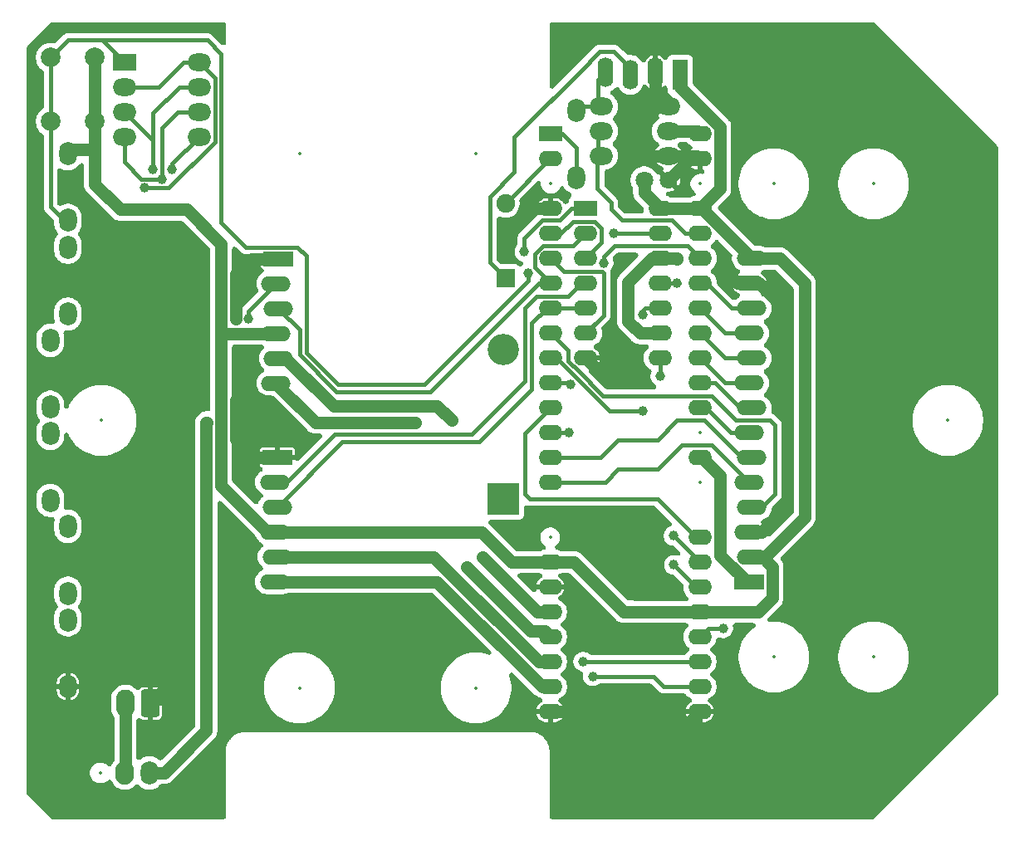
<source format=gbr>
G04 #@! TF.GenerationSoftware,KiCad,Pcbnew,9.0.1*
G04 #@! TF.CreationDate,2025-07-23T10:34:01+02:00*
G04 #@! TF.ProjectId,mainboard,6d61696e-626f-4617-9264-2e6b69636164,rev?*
G04 #@! TF.SameCoordinates,Original*
G04 #@! TF.FileFunction,Copper,L2,Bot*
G04 #@! TF.FilePolarity,Positive*
%FSLAX46Y46*%
G04 Gerber Fmt 4.6, Leading zero omitted, Abs format (unit mm)*
G04 Created by KiCad (PCBNEW 9.0.1) date 2025-07-23 10:34:01*
%MOMM*%
%LPD*%
G01*
G04 APERTURE LIST*
G04 Aperture macros list*
%AMRoundRect*
0 Rectangle with rounded corners*
0 $1 Rounding radius*
0 $2 $3 $4 $5 $6 $7 $8 $9 X,Y pos of 4 corners*
0 Add a 4 corners polygon primitive as box body*
4,1,4,$2,$3,$4,$5,$6,$7,$8,$9,$2,$3,0*
0 Add four circle primitives for the rounded corners*
1,1,$1+$1,$2,$3*
1,1,$1+$1,$4,$5*
1,1,$1+$1,$6,$7*
1,1,$1+$1,$8,$9*
0 Add four rect primitives between the rounded corners*
20,1,$1+$1,$2,$3,$4,$5,0*
20,1,$1+$1,$4,$5,$6,$7,0*
20,1,$1+$1,$6,$7,$8,$9,0*
20,1,$1+$1,$8,$9,$2,$3,0*%
G04 Aperture macros list end*
G04 #@! TA.AperFunction,ComponentPad*
%ADD10O,1.900000X2.400000*%
G04 #@! TD*
G04 #@! TA.AperFunction,ComponentPad*
%ADD11O,1.800000X2.400000*%
G04 #@! TD*
G04 #@! TA.AperFunction,ComponentPad*
%ADD12R,2.400000X1.800000*%
G04 #@! TD*
G04 #@! TA.AperFunction,ComponentPad*
%ADD13O,2.400000X1.800000*%
G04 #@! TD*
G04 #@! TA.AperFunction,ComponentPad*
%ADD14R,2.400000X1.600000*%
G04 #@! TD*
G04 #@! TA.AperFunction,ComponentPad*
%ADD15O,2.400000X1.600000*%
G04 #@! TD*
G04 #@! TA.AperFunction,ComponentPad*
%ADD16C,2.000000*%
G04 #@! TD*
G04 #@! TA.AperFunction,ComponentPad*
%ADD17R,1.600000X3.048000*%
G04 #@! TD*
G04 #@! TA.AperFunction,ComponentPad*
%ADD18O,1.600000X3.048000*%
G04 #@! TD*
G04 #@! TA.AperFunction,ComponentPad*
%ADD19C,1.800000*%
G04 #@! TD*
G04 #@! TA.AperFunction,ComponentPad*
%ADD20R,1.900000X1.900000*%
G04 #@! TD*
G04 #@! TA.AperFunction,ComponentPad*
%ADD21C,1.900000*%
G04 #@! TD*
G04 #@! TA.AperFunction,ComponentPad*
%ADD22R,3.048000X1.524000*%
G04 #@! TD*
G04 #@! TA.AperFunction,ComponentPad*
%ADD23O,3.048000X1.524000*%
G04 #@! TD*
G04 #@! TA.AperFunction,ComponentPad*
%ADD24R,3.200000X3.200000*%
G04 #@! TD*
G04 #@! TA.AperFunction,ComponentPad*
%ADD25O,3.200000X3.200000*%
G04 #@! TD*
G04 #@! TA.AperFunction,ComponentPad*
%ADD26RoundRect,0.272988X0.677012X1.127012X-0.677012X1.127012X-0.677012X-1.127012X0.677012X-1.127012X0*%
G04 #@! TD*
G04 #@! TA.AperFunction,ComponentPad*
%ADD27O,1.900000X2.800000*%
G04 #@! TD*
G04 #@! TA.AperFunction,ViaPad*
%ADD28C,1.000000*%
G04 #@! TD*
G04 #@! TA.AperFunction,ViaPad*
%ADD29C,0.800000*%
G04 #@! TD*
G04 #@! TA.AperFunction,Conductor*
%ADD30C,0.400000*%
G04 #@! TD*
G04 #@! TA.AperFunction,Conductor*
%ADD31C,1.250000*%
G04 #@! TD*
%ADD32C,0.350000*%
G04 APERTURE END LIST*
D10*
G04 #@! TO.P,S1,2,P*
G04 #@! TO.N,/PWR_IN*
X78200000Y-140944724D03*
D11*
G04 #@! TO.P,S1,3,S*
G04 #@! TO.N,/SW_PWR*
X80700000Y-140944724D03*
G04 #@! TD*
G04 #@! TO.P,R11,1*
G04 #@! TO.N,/TXD_BT*
X124200000Y-73400000D03*
G04 #@! TO.P,R11,2*
G04 #@! TO.N,/TXD*
X124200000Y-80220000D03*
G04 #@! TD*
D12*
G04 #@! TO.P,S3,1,1*
G04 #@! TO.N,/FUNCTION_SELECT*
X78150000Y-68450000D03*
D13*
G04 #@! TO.P,S3,2,1*
G04 #@! TO.N,Net-(S3A-2)*
X78150000Y-70990000D03*
G04 #@! TO.P,S3,3,1*
G04 #@! TO.N,Net-(S3B-2)*
X78150000Y-73530000D03*
G04 #@! TO.P,S3,4,1*
G04 #@! TO.N,Net-(S3C-2)*
X78150000Y-76070000D03*
G04 #@! TO.P,S3,5,2*
G04 #@! TO.N,Net-(S3D-2)*
X85770000Y-76070000D03*
G04 #@! TO.P,S3,6,2*
G04 #@! TO.N,Net-(S3C-2)*
X85770000Y-73530000D03*
G04 #@! TO.P,S3,7,2*
G04 #@! TO.N,Net-(S3B-2)*
X85770000Y-70990000D03*
G04 #@! TO.P,S3,8,2*
G04 #@! TO.N,Net-(S3A-2)*
X85770000Y-68450000D03*
G04 #@! TD*
D14*
G04 #@! TO.P,IC1,1*
G04 #@! TO.N,/LEFT_A*
X125175000Y-83400000D03*
D15*
G04 #@! TO.P,IC1,2*
G04 #@! TO.N,/LEFT_B*
X125175000Y-85940000D03*
G04 #@! TO.P,IC1,3*
G04 #@! TO.N,/LEFT_CLK_A*
X125175000Y-88480000D03*
G04 #@! TO.P,IC1,4*
G04 #@! TO.N,/RIGHT_A*
X125175000Y-91020000D03*
G04 #@! TO.P,IC1,5*
G04 #@! TO.N,/RIGHT_B*
X125175000Y-93560000D03*
G04 #@! TO.P,IC1,6*
G04 #@! TO.N,/RIGHT_CLK_A*
X125175000Y-96100000D03*
G04 #@! TO.P,IC1,7,GND*
G04 #@! TO.N,GND*
X125175000Y-98640000D03*
G04 #@! TO.P,IC1,8*
G04 #@! TO.N,/{slash}LEFT_DIR*
X132795000Y-98640000D03*
G04 #@! TO.P,IC1,9*
G04 #@! TO.N,5V*
X132795000Y-96100000D03*
G04 #@! TO.P,IC1,10*
G04 #@! TO.N,/LEFT_DIR*
X132795000Y-93560000D03*
G04 #@! TO.P,IC1,11*
G04 #@! TO.N,/{slash}RIGHT_DIR*
X132795000Y-91020000D03*
G04 #@! TO.P,IC1,12*
G04 #@! TO.N,5V*
X132795000Y-88480000D03*
G04 #@! TO.P,IC1,13*
G04 #@! TO.N,/RIGHT_DIR*
X132795000Y-85940000D03*
G04 #@! TO.P,IC1,14,VCC*
G04 #@! TO.N,5V*
X132795000Y-83400000D03*
G04 #@! TD*
D16*
G04 #@! TO.P,S2,1,1*
G04 #@! TO.N,/FUNCTION_SELECT*
X70628800Y-74502400D03*
G04 #@! TO.P,S2,2,2*
X70628800Y-68000000D03*
G04 #@! TO.P,S2,3,3*
G04 #@! TO.N,5V*
X75150000Y-74502400D03*
G04 #@! TO.P,S2,4,4*
X75150000Y-68000000D03*
G04 #@! TD*
D11*
G04 #@! TO.P,R4,1*
G04 #@! TO.N,Net-(S3C-2)*
X70600000Y-113150000D03*
G04 #@! TO.P,R4,2*
G04 #@! TO.N,Net-(S3B-2)*
X70600000Y-106330000D03*
G04 #@! TD*
G04 #@! TO.P,R2,1*
G04 #@! TO.N,Net-(S3A-2)*
X72400000Y-94150000D03*
G04 #@! TO.P,R2,2*
G04 #@! TO.N,/FUNCTION_SELECT*
X72400000Y-87330000D03*
G04 #@! TD*
G04 #@! TO.P,R1,1*
G04 #@! TO.N,/FUNCTION_SELECT*
X72400000Y-84600000D03*
G04 #@! TO.P,R1,2*
G04 #@! TO.N,5V*
X72400000Y-77780000D03*
G04 #@! TD*
D13*
G04 #@! TO.P,R8,1*
G04 #@! TO.N,GND*
X133600000Y-78000000D03*
G04 #@! TO.P,R8,2*
G04 #@! TO.N,/BATTERY_VOLTS*
X126780000Y-78000000D03*
G04 #@! TD*
D14*
G04 #@! TO.P,U1,1,D1/TX*
G04 #@! TO.N,/TXD*
X121630000Y-75780000D03*
D15*
G04 #@! TO.P,U1,2,D0/RX*
G04 #@! TO.N,/RXD*
X121630000Y-78320000D03*
G04 #@! TO.P,U1,4,GND*
G04 #@! TO.N,GND*
X121630000Y-83400000D03*
G04 #@! TO.P,U1,5,D2*
G04 #@! TO.N,/LEFT_CLK_A*
X121630000Y-85940000D03*
G04 #@! TO.P,U1,6,~D3*
G04 #@! TO.N,/RIGHT_CLK_A*
X121630000Y-88480000D03*
G04 #@! TO.P,U1,7,D4*
G04 #@! TO.N,/LEFT_B*
X121630000Y-91020000D03*
G04 #@! TO.P,U1,8,~D5*
G04 #@! TO.N,/RIGHT_B*
X121630000Y-93560000D03*
G04 #@! TO.P,U1,9,~D6*
G04 #@! TO.N,/USER_IO*
X121630000Y-96100000D03*
G04 #@! TO.P,U1,10,D7*
G04 #@! TO.N,/LEFT_DIR*
X121630000Y-98640000D03*
G04 #@! TO.P,U1,11,D8*
G04 #@! TO.N,/RIGHT_DIR*
X121630000Y-101180000D03*
G04 #@! TO.P,U1,12,~D9*
G04 #@! TO.N,/LEFT_PWM*
X121630000Y-103720000D03*
G04 #@! TO.P,U1,13,~D10*
G04 #@! TO.N,/RIGHT_PWM*
X121630000Y-106260000D03*
G04 #@! TO.P,U1,14,~D11*
G04 #@! TO.N,/EMITTER_A*
X121630000Y-108800000D03*
G04 #@! TO.P,U1,15,D12*
G04 #@! TO.N,/EMITTER_B*
X121630000Y-111340000D03*
G04 #@! TO.P,U1,17,3V3*
G04 #@! TO.N,/3V3*
X136870000Y-108800000D03*
G04 #@! TO.P,U1,19,A0/D14*
G04 #@! TO.N,/SENSOR_0*
X136870000Y-103720000D03*
G04 #@! TO.P,U1,20,A1/D15*
G04 #@! TO.N,/SENSOR_1*
X136870000Y-101180000D03*
G04 #@! TO.P,U1,21,A2/D16*
G04 #@! TO.N,/SENSOR_2*
X136870000Y-98640000D03*
G04 #@! TO.P,U1,22,A3/D17*
G04 #@! TO.N,/SENSOR_3*
X136870000Y-96100000D03*
G04 #@! TO.P,U1,23,A4/D18*
G04 #@! TO.N,/SENSOR_4*
X136870000Y-93560000D03*
G04 #@! TO.P,U1,24,A5/D19*
G04 #@! TO.N,/SENSOR_5*
X136870000Y-91020000D03*
G04 #@! TO.P,U1,25,A6/D20*
G04 #@! TO.N,/FUNCTION_SELECT*
X136870000Y-88480000D03*
G04 #@! TO.P,U1,26,A7/D21*
G04 #@! TO.N,/BATTERY_VOLTS*
X136870000Y-85940000D03*
G04 #@! TO.P,U1,27,+5V*
G04 #@! TO.N,5V*
X136870000Y-83400000D03*
G04 #@! TO.P,U1,29,GND*
G04 #@! TO.N,GND*
X136870000Y-78320000D03*
G04 #@! TO.P,U1,30,VIN*
G04 #@! TO.N,/V_BATT*
X136870000Y-75780000D03*
G04 #@! TD*
D17*
G04 #@! TO.P,J5,1,1*
G04 #@! TO.N,5V*
X134810000Y-69750000D03*
D18*
G04 #@! TO.P,J5,2,2*
G04 #@! TO.N,GND*
X132270000Y-69496000D03*
G04 #@! TO.P,J5,3,3*
G04 #@! TO.N,/RXD_BT*
X129730000Y-69750000D03*
G04 #@! TO.P,J5,4,4*
G04 #@! TO.N,/TXD_BT*
X127190000Y-69496000D03*
G04 #@! TD*
D19*
G04 #@! TO.P,C1,1*
G04 #@! TO.N,5V*
X131150000Y-80500000D03*
G04 #@! TO.P,C1,2*
G04 #@! TO.N,GND*
X133650000Y-80500000D03*
G04 #@! TD*
D20*
G04 #@! TO.P,D3,1,K*
G04 #@! TO.N,/RXD_BT*
X117000000Y-90500000D03*
D21*
G04 #@! TO.P,D3,2,A*
G04 #@! TO.N,/RXD*
X117000000Y-82880000D03*
G04 #@! TD*
D22*
G04 #@! TO.P,J3,1,1*
G04 #@! TO.N,GND*
X93877000Y-88500000D03*
D23*
G04 #@! TO.P,J3,2,2*
G04 #@! TO.N,/LEFT_A*
X93623000Y-91040000D03*
G04 #@! TO.P,J3,3,3*
G04 #@! TO.N,/LEFT_B*
X93877000Y-93580000D03*
G04 #@! TO.P,J3,4,4*
G04 #@! TO.N,5V*
X93623000Y-96120000D03*
G04 #@! TO.P,J3,5,5*
G04 #@! TO.N,/LEFT_MOTOR_1*
X93877000Y-98660000D03*
G04 #@! TO.P,J3,6,6*
G04 #@! TO.N,/LEFT_MOTOR_2*
X93623000Y-101200000D03*
G04 #@! TD*
D24*
G04 #@! TO.P,D1,1,K*
G04 #@! TO.N,/V_BATT*
X116800000Y-113000000D03*
D25*
G04 #@! TO.P,D1,2,A*
G04 #@! TO.N,/SW_PWR*
X116800000Y-97760000D03*
G04 #@! TD*
D22*
G04 #@! TO.P,J1,1,1*
G04 #@! TO.N,/3V3*
X141877000Y-121500000D03*
D23*
G04 #@! TO.P,J1,2,2*
G04 #@! TO.N,5V*
X142131000Y-118960000D03*
G04 #@! TO.P,J1,3,3*
G04 #@! TO.N,GND*
X141877000Y-116420000D03*
G04 #@! TO.P,J1,4,4*
G04 #@! TO.N,/USER_IO*
X142131000Y-113880000D03*
G04 #@! TO.P,J1,5,5*
G04 #@! TO.N,/EMITTER_B*
X141877000Y-111340000D03*
G04 #@! TO.P,J1,6,6*
G04 #@! TO.N,/EMITTER_A*
X142131000Y-108800000D03*
G04 #@! TO.P,J1,7,7*
G04 #@! TO.N,/SENSOR_0*
X141877000Y-106260000D03*
G04 #@! TO.P,J1,8,8*
G04 #@! TO.N,/SENSOR_1*
X142131000Y-103720000D03*
G04 #@! TO.P,J1,9,9*
G04 #@! TO.N,/SENSOR_2*
X141877000Y-101180000D03*
G04 #@! TO.P,J1,10,10*
G04 #@! TO.N,/SENSOR_3*
X142131000Y-98640000D03*
G04 #@! TO.P,J1,11,11*
G04 #@! TO.N,/SENSOR_4*
X141877000Y-96100000D03*
G04 #@! TO.P,J1,12,12*
G04 #@! TO.N,/SENSOR_5*
X142131000Y-93560000D03*
G04 #@! TO.P,J1,13,13*
G04 #@! TO.N,GND*
X141877000Y-91020000D03*
G04 #@! TO.P,J1,14,14*
G04 #@! TO.N,5V*
X142131000Y-88480000D03*
G04 #@! TD*
D11*
G04 #@! TO.P,R3,1*
G04 #@! TO.N,Net-(S3B-2)*
X70600000Y-103650000D03*
G04 #@! TO.P,R3,2*
G04 #@! TO.N,Net-(S3A-2)*
X70600000Y-96830000D03*
G04 #@! TD*
D13*
G04 #@! TO.P,R10,1*
G04 #@! TO.N,/TXD_BT*
X126800000Y-73000000D03*
G04 #@! TO.P,R10,2*
G04 #@! TO.N,GND*
X133620000Y-73000000D03*
G04 #@! TD*
D11*
G04 #@! TO.P,R6,1*
G04 #@! TO.N,GND*
X72400000Y-132150000D03*
G04 #@! TO.P,R6,2*
G04 #@! TO.N,Net-(S3D-2)*
X72400000Y-125330000D03*
G04 #@! TD*
D22*
G04 #@! TO.P,J2,1,1*
G04 #@! TO.N,GND*
X93750000Y-108750000D03*
D23*
G04 #@! TO.P,J2,2,2*
G04 #@! TO.N,/RIGHT_A*
X93496000Y-111290000D03*
G04 #@! TO.P,J2,3,3*
G04 #@! TO.N,/RIGHT_B*
X93750000Y-113830000D03*
G04 #@! TO.P,J2,4,4*
G04 #@! TO.N,5V*
X93496000Y-116370000D03*
G04 #@! TO.P,J2,5,5*
G04 #@! TO.N,/RIGHT_MOTOR_2*
X93750000Y-118910000D03*
G04 #@! TO.P,J2,6,6*
G04 #@! TO.N,/RIGHT_MOTOR_1*
X93496000Y-121450000D03*
G04 #@! TD*
D15*
G04 #@! TO.P,U2,2,VCC*
G04 #@! TO.N,5V*
X121580000Y-119450000D03*
G04 #@! TO.P,U2,3,GND*
G04 #@! TO.N,GND*
X121580000Y-121990000D03*
G04 #@! TO.P,U2,4,A01*
G04 #@! TO.N,/LEFT_MOTOR_1*
X121580000Y-124530000D03*
G04 #@! TO.P,U2,5,A02*
G04 #@! TO.N,/LEFT_MOTOR_2*
X121580000Y-127070000D03*
G04 #@! TO.P,U2,6,B02*
G04 #@! TO.N,/RIGHT_MOTOR_2*
X121580000Y-129610000D03*
G04 #@! TO.P,U2,7,B01*
G04 #@! TO.N,/RIGHT_MOTOR_1*
X121580000Y-132150000D03*
G04 #@! TO.P,U2,8,GND*
G04 #@! TO.N,GND*
X121580000Y-134690000D03*
G04 #@! TO.P,U2,9,GND*
X136820000Y-134690000D03*
G04 #@! TO.P,U2,10,PWMB*
G04 #@! TO.N,/RIGHT_PWM*
X136820000Y-132150000D03*
G04 #@! TO.P,U2,11,BI2*
G04 #@! TO.N,/RIGHT_DIR*
X136820000Y-129610000D03*
G04 #@! TO.P,U2,12,BI1*
G04 #@! TO.N,/{slash}RIGHT_DIR*
X136820000Y-127070000D03*
G04 #@! TO.P,U2,13,STBY*
G04 #@! TO.N,5V*
X136820000Y-124530000D03*
G04 #@! TO.P,U2,14,AI1*
G04 #@! TO.N,/LEFT_DIR*
X136820000Y-121990000D03*
G04 #@! TO.P,U2,15,AI2*
G04 #@! TO.N,/{slash}LEFT_DIR*
X136820000Y-119450000D03*
G04 #@! TO.P,U2,16,PWMA*
G04 #@! TO.N,/LEFT_PWM*
X136820000Y-116910000D03*
G04 #@! TD*
D11*
G04 #@! TO.P,R5,1*
G04 #@! TO.N,Net-(S3C-2)*
X72400000Y-115800000D03*
G04 #@! TO.P,R5,2*
G04 #@! TO.N,Net-(S3D-2)*
X72400000Y-122620000D03*
G04 #@! TD*
D13*
G04 #@! TO.P,R7,1*
G04 #@! TO.N,/BATTERY_VOLTS*
X126800000Y-75500000D03*
G04 #@! TO.P,R7,2*
G04 #@! TO.N,/V_BATT*
X133620000Y-75500000D03*
G04 #@! TD*
D26*
G04 #@! TO.P,J4,1,Pin_1*
G04 #@! TO.N,GND*
X80800000Y-133850000D03*
D27*
G04 #@! TO.P,J4,2,Pin_2*
G04 #@! TO.N,/PWR_IN*
X78260000Y-133850000D03*
G04 #@! TD*
D28*
G04 #@! TO.N,5V*
X141100000Y-124530000D03*
G04 #@! TO.N,GND*
X123600000Y-134700000D03*
G04 #@! TO.N,5V*
X134750000Y-83400000D03*
X134500000Y-88500000D03*
G04 #@! TO.N,GND*
X89500000Y-102900000D03*
D29*
X131100000Y-120900000D03*
D28*
X89500000Y-94600000D03*
X125200000Y-114600000D03*
X119100000Y-83400000D03*
X139300000Y-89700000D03*
X85800000Y-102900000D03*
X127700000Y-100900000D03*
G04 #@! TO.N,/LEFT_A*
X118938354Y-87788853D03*
X90825000Y-94600000D03*
G04 #@! TO.N,/{slash}LEFT_DIR*
X134135000Y-116765000D03*
X132800000Y-100500000D03*
G04 #@! TO.N,/LEFT_DIR*
X134165000Y-119735000D03*
X131000000Y-104000000D03*
X131000000Y-94225000D03*
G04 #@! TO.N,/{slash}RIGHT_DIR*
X134500000Y-91020000D03*
X139200000Y-126200000D03*
G04 #@! TO.N,/RIGHT_DIR*
X128075000Y-85900000D03*
X124931000Y-129600000D03*
X123600000Y-101300000D03*
G04 #@! TO.N,/LEFT_MOTOR_1*
X114660757Y-118960757D03*
X111500000Y-105000000D03*
G04 #@! TO.N,/LEFT_MOTOR_2*
X107800000Y-105200000D03*
X113085804Y-119985804D03*
G04 #@! TO.N,/FUNCTION_SELECT*
X119300000Y-90000000D03*
X127003343Y-88938082D03*
G04 #@! TO.N,/SW_PWR*
X86600499Y-105199501D03*
G04 #@! TO.N,Net-(S3A-2)*
X80166912Y-81300000D03*
G04 #@! TO.N,Net-(S3B-2)*
X81066912Y-79400000D03*
G04 #@! TO.N,/RIGHT_PWM*
X125900000Y-131100000D03*
X123500000Y-106260000D03*
G04 #@! TO.N,Net-(S3C-2)*
X82000000Y-80400000D03*
G04 #@! TO.N,Net-(S3D-2)*
X83000000Y-79400000D03*
G04 #@! TD*
D30*
G04 #@! TO.N,/FUNCTION_SELECT*
X135590000Y-87200000D02*
X128100793Y-87200000D01*
X135590000Y-87200000D02*
X136870000Y-88480000D01*
X128100793Y-87200000D02*
X127003343Y-88297450D01*
G04 #@! TO.N,/{slash}RIGHT_DIR*
X139200000Y-126200000D02*
X137690000Y-126200000D01*
X137690000Y-126200000D02*
X136820000Y-127070000D01*
G04 #@! TO.N,/RIGHT_DIR*
X131580000Y-129600000D02*
X131590000Y-129610000D01*
X124931000Y-129600000D02*
X131580000Y-129600000D01*
X131590000Y-129610000D02*
X136820000Y-129610000D01*
G04 #@! TO.N,/RIGHT_PWM*
X125900000Y-131100000D02*
X132100000Y-131100000D01*
X132100000Y-131100000D02*
X133150000Y-132150000D01*
X133150000Y-132150000D02*
X136820000Y-132150000D01*
D31*
G04 #@! TO.N,GND*
X136820000Y-134690000D02*
X135459000Y-136051000D01*
X135459000Y-136051000D02*
X124951000Y-136051000D01*
X124951000Y-136051000D02*
X123600000Y-134700000D01*
X121580000Y-134690000D02*
X123590000Y-134690000D01*
X123590000Y-134690000D02*
X123600000Y-134700000D01*
G04 #@! TO.N,5V*
X129050000Y-124500000D02*
X124000000Y-119450000D01*
X88000000Y-96300000D02*
X88000000Y-94700000D01*
X134810000Y-71020489D02*
X138896000Y-75106489D01*
X136870000Y-83400000D02*
X137051000Y-83400000D01*
X144980000Y-88480000D02*
X147500000Y-91000000D01*
X131150000Y-81755000D02*
X131150000Y-80500000D01*
X75150000Y-68000000D02*
X75150000Y-74502400D01*
X134750000Y-83400000D02*
X136870000Y-83400000D01*
X129930000Y-124530000D02*
X136820000Y-124530000D01*
X132795000Y-83400000D02*
X134750000Y-83400000D01*
X75130000Y-77380000D02*
X75150000Y-77400000D01*
X134810000Y-69750000D02*
X134810000Y-71020489D01*
X77750000Y-83500000D02*
X75150000Y-80900000D01*
X138896000Y-75106489D02*
X138896000Y-81374000D01*
X88000000Y-87000000D02*
X84500000Y-83500000D01*
X138896000Y-81374000D02*
X136870000Y-83400000D01*
X84500000Y-83500000D02*
X77750000Y-83500000D01*
X88000000Y-111636000D02*
X88000000Y-96300000D01*
X142131000Y-118960000D02*
X143275000Y-118960000D01*
X75150000Y-80900000D02*
X75150000Y-77400000D01*
X147500000Y-91000000D02*
X147500000Y-114900000D01*
X92734000Y-116370000D02*
X88000000Y-111636000D01*
X124000000Y-119450000D02*
X121580000Y-119450000D01*
X142785000Y-124530000D02*
X136820000Y-124530000D01*
X131920000Y-88480000D02*
X132795000Y-88480000D01*
X130716910Y-96100000D02*
X129474000Y-94857090D01*
X129474000Y-90926000D02*
X131920000Y-88480000D01*
X143275000Y-118960000D02*
X144227000Y-119912000D01*
X129050000Y-124500000D02*
X129900000Y-124500000D01*
X137051000Y-83400000D02*
X142131000Y-88480000D01*
X143440000Y-118960000D02*
X142131000Y-118960000D01*
X129474000Y-94857090D02*
X129474000Y-90926000D01*
X144227000Y-123088000D02*
X142785000Y-124530000D01*
X93496000Y-116370000D02*
X114570000Y-116370000D01*
X117650000Y-119450000D02*
X121580000Y-119450000D01*
X132795000Y-96100000D02*
X130716910Y-96100000D01*
X132795000Y-83400000D02*
X131150000Y-81755000D01*
X134480000Y-88480000D02*
X134500000Y-88500000D01*
X88000000Y-94700000D02*
X88000000Y-87000000D01*
X93623000Y-96120000D02*
X88180000Y-96120000D01*
X142131000Y-88480000D02*
X144980000Y-88480000D01*
X72400000Y-77380000D02*
X75130000Y-77380000D01*
X114570000Y-116370000D02*
X117650000Y-119450000D01*
X147500000Y-114900000D02*
X143440000Y-118960000D01*
X93496000Y-116370000D02*
X92734000Y-116370000D01*
X132795000Y-88480000D02*
X134480000Y-88480000D01*
X88180000Y-96120000D02*
X88000000Y-96300000D01*
X75150000Y-77400000D02*
X75150000Y-74502400D01*
X129900000Y-124500000D02*
X129930000Y-124530000D01*
X144227000Y-119912000D02*
X144227000Y-123088000D01*
G04 #@! TO.N,GND*
X84500000Y-130150000D02*
X84500000Y-104200000D01*
X135830000Y-78320000D02*
X133650000Y-80500000D01*
X91350000Y-108750000D02*
X93750000Y-108750000D01*
X141877000Y-116420000D02*
X143127000Y-116420000D01*
X125175000Y-98640000D02*
X125440000Y-98640000D01*
X134000000Y-78000000D02*
X132000000Y-78000000D01*
X121630000Y-83400000D02*
X119100000Y-83400000D01*
X89500000Y-90103000D02*
X89500000Y-94600000D01*
X136870000Y-78320000D02*
X135830000Y-78320000D01*
X80800000Y-133850000D02*
X84500000Y-130150000D01*
X132270000Y-71250000D02*
X132270000Y-69496000D01*
X145726000Y-113821000D02*
X145726000Y-93864386D01*
X131000000Y-74500000D02*
X132500000Y-73000000D01*
X132000000Y-78000000D02*
X131000000Y-77000000D01*
X93877000Y-88500000D02*
X91103000Y-88500000D01*
X125659500Y-98615000D02*
X125200000Y-98615000D01*
X145726000Y-93864386D02*
X142881614Y-91020000D01*
X127435000Y-100900000D02*
X125175000Y-98640000D01*
X89500000Y-102900000D02*
X89500000Y-106900000D01*
X132500000Y-73000000D02*
X134020000Y-73000000D01*
X134020000Y-73000000D02*
X132270000Y-71250000D01*
X134000000Y-78000000D02*
X136550000Y-78000000D01*
X89500000Y-106900000D02*
X91350000Y-108750000D01*
X125200000Y-114600000D02*
X125200000Y-115000000D01*
X143127000Y-116420000D02*
X145726000Y-113821000D01*
X140620000Y-91020000D02*
X139300000Y-89700000D01*
X136550000Y-78000000D02*
X136870000Y-78320000D01*
X91103000Y-88500000D02*
X89500000Y-90103000D01*
X84500000Y-104200000D02*
X85800000Y-102900000D01*
X136870000Y-78320000D02*
X137029511Y-78320000D01*
X125200000Y-115000000D02*
X131100000Y-120900000D01*
X142881614Y-91020000D02*
X141877000Y-91020000D01*
X131000000Y-77000000D02*
X131000000Y-74500000D01*
X127700000Y-100900000D02*
X127435000Y-100900000D01*
G04 #@! TO.N,/V_BATT*
X134020000Y-75500000D02*
X136590000Y-75500000D01*
X136590000Y-75500000D02*
X136870000Y-75780000D01*
D30*
G04 #@! TO.N,/LEFT_A*
X93623000Y-91040000D02*
X90825000Y-93838000D01*
X123728470Y-83400000D02*
X125175000Y-83400000D01*
X122527470Y-84601000D02*
X123728470Y-83400000D01*
X90825000Y-93838000D02*
X90825000Y-94600000D01*
X120732530Y-84601000D02*
X122527470Y-84601000D01*
X90800000Y-94625000D02*
X90800000Y-94800000D01*
X118938354Y-86395176D02*
X120732530Y-84601000D01*
X90825000Y-94600000D02*
X90800000Y-94625000D01*
X118938354Y-87788853D02*
X118938354Y-86395176D01*
G04 #@! TO.N,/LEFT_B*
X123915000Y-87200000D02*
X125175000Y-85940000D01*
X99800000Y-102100000D02*
X109300000Y-102100000D01*
X120380000Y-91020000D02*
X121630000Y-91020000D01*
X109300000Y-102100000D02*
X120380000Y-91020000D01*
X121500000Y-91000000D02*
X121520000Y-91020000D01*
X120000000Y-88011530D02*
X120811530Y-87200000D01*
X96000000Y-95703000D02*
X96000000Y-98300000D01*
X93877000Y-93580000D02*
X96000000Y-95703000D01*
X121630000Y-91020000D02*
X121520000Y-91020000D01*
X120811530Y-87200000D02*
X123915000Y-87200000D01*
X121630000Y-91020000D02*
X120000000Y-89390000D01*
X120000000Y-89390000D02*
X120000000Y-88011530D01*
X96000000Y-98300000D02*
X99800000Y-102100000D01*
G04 #@! TO.N,/LEFT_CLK_A*
X126776000Y-85442530D02*
X126776000Y-86879000D01*
X122660000Y-85940000D02*
X123861000Y-84739000D01*
X121630000Y-85940000D02*
X122660000Y-85940000D01*
X123861000Y-84739000D02*
X126072470Y-84739000D01*
X126072470Y-84739000D02*
X126776000Y-85442530D01*
X126776000Y-86879000D02*
X125175000Y-88480000D01*
G04 #@! TO.N,/RIGHT_A*
X119000000Y-101000000D02*
X113601000Y-106399000D01*
X113601000Y-106399000D02*
X99601000Y-106399000D01*
X124698000Y-91020000D02*
X123359000Y-92359000D01*
X120141000Y-92359000D02*
X119000000Y-93500000D01*
X119000000Y-93500000D02*
X119000000Y-101000000D01*
X125175000Y-91020000D02*
X124698000Y-91020000D01*
X94710000Y-111290000D02*
X93496000Y-111290000D01*
X123359000Y-92359000D02*
X120141000Y-92359000D01*
X99601000Y-106399000D02*
X94710000Y-111290000D01*
G04 #@! TO.N,/RIGHT_B*
X119700000Y-95100000D02*
X121240000Y-93560000D01*
X121630000Y-93560000D02*
X125175000Y-93560000D01*
X100380000Y-107200000D02*
X114300000Y-107200000D01*
X93750000Y-113830000D02*
X100380000Y-107200000D01*
X114300000Y-107200000D02*
X119700000Y-101800000D01*
X121240000Y-93560000D02*
X121630000Y-93560000D01*
X119700000Y-101800000D02*
X119700000Y-95100000D01*
G04 #@! TO.N,/RIGHT_CLK_A*
X122969000Y-89819000D02*
X126819000Y-89819000D01*
X127000000Y-90000000D02*
X127000000Y-94275000D01*
X127000000Y-94275000D02*
X125175000Y-96100000D01*
X126819000Y-89819000D02*
X127000000Y-90000000D01*
X121630000Y-88480000D02*
X122969000Y-89819000D01*
G04 #@! TO.N,/{slash}LEFT_DIR*
X132800000Y-99400000D02*
X132795000Y-99395000D01*
X132800000Y-100500000D02*
X132800000Y-99400000D01*
X132795000Y-99395000D02*
X132795000Y-98640000D01*
X134135000Y-116765000D02*
X136820000Y-119450000D01*
G04 #@! TO.N,/LEFT_DIR*
X122973000Y-99373000D02*
X122240000Y-98640000D01*
X127600000Y-104000000D02*
X124042000Y-100442000D01*
X136820000Y-121990000D02*
X136420000Y-121990000D01*
X131000000Y-93820000D02*
X131260000Y-93560000D01*
X131000000Y-104000000D02*
X127600000Y-104000000D01*
X124028588Y-100442000D02*
X122973000Y-99386412D01*
X122240000Y-98640000D02*
X121630000Y-98640000D01*
X136420000Y-121990000D02*
X134165000Y-119735000D01*
X124042000Y-100442000D02*
X124028588Y-100442000D01*
X131260000Y-93560000D02*
X132795000Y-93560000D01*
X122973000Y-99386412D02*
X122973000Y-99373000D01*
X131000000Y-94225000D02*
X131000000Y-93820000D01*
G04 #@! TO.N,/{slash}RIGHT_DIR*
X134680000Y-91020000D02*
X134700000Y-91000000D01*
X134500000Y-91020000D02*
X134680000Y-91020000D01*
X132795000Y-91020000D02*
X134500000Y-91020000D01*
G04 #@! TO.N,/RIGHT_DIR*
X128115000Y-85940000D02*
X132795000Y-85940000D01*
X121630000Y-101180000D02*
X123480000Y-101180000D01*
X123480000Y-101180000D02*
X123600000Y-101300000D01*
X128075000Y-85900000D02*
X128115000Y-85940000D01*
X123400000Y-101300000D02*
X123300000Y-101200000D01*
X123600000Y-101300000D02*
X123400000Y-101300000D01*
D31*
G04 #@! TO.N,/3V3*
X141877000Y-121500000D02*
X141663229Y-121500000D01*
X141663229Y-121500000D02*
X138896000Y-118732771D01*
X137029511Y-108800000D02*
X136870000Y-108800000D01*
X138896000Y-110666489D02*
X137029511Y-108800000D01*
X138896000Y-118732771D02*
X138896000Y-110666489D01*
D30*
G04 #@! TO.N,/USER_IO*
X123574000Y-99124058D02*
X123400000Y-98950058D01*
X144500000Y-105500000D02*
X144000000Y-105000000D01*
X123400000Y-98950058D02*
X123400000Y-97870000D01*
X144000000Y-105000000D02*
X140500000Y-105000000D01*
X140500000Y-105000000D02*
X138000000Y-102500000D01*
X124277530Y-99841000D02*
X123574000Y-99137470D01*
X123574000Y-99137470D02*
X123574000Y-99124058D01*
X124290942Y-99841000D02*
X124277530Y-99841000D01*
X142131000Y-113880000D02*
X143120000Y-113880000D01*
X126949942Y-102500000D02*
X124290942Y-99841000D01*
X123400000Y-97870000D02*
X121630000Y-96100000D01*
X144500000Y-112500000D02*
X144500000Y-105500000D01*
X143120000Y-113880000D02*
X144500000Y-112500000D01*
X121630000Y-96100000D02*
X121630000Y-96130000D01*
X138000000Y-102500000D02*
X126949942Y-102500000D01*
G04 #@! TO.N,/EMITTER_B*
X128500000Y-110000000D02*
X127160000Y-111340000D01*
X132500000Y-110000000D02*
X135000000Y-107500000D01*
X135000000Y-107500000D02*
X138000000Y-107500000D01*
X127160000Y-111340000D02*
X121630000Y-111340000D01*
X138000000Y-107500000D02*
X141840000Y-111340000D01*
X141840000Y-111340000D02*
X141877000Y-111340000D01*
X132500000Y-110000000D02*
X128500000Y-110000000D01*
G04 #@! TO.N,/EMITTER_A*
X126700000Y-108800000D02*
X121630000Y-108800000D01*
X132500000Y-107000000D02*
X128500000Y-107000000D01*
X137300058Y-105000000D02*
X141100058Y-108800000D01*
X128500000Y-107000000D02*
X126700000Y-108800000D01*
X132500000Y-107000000D02*
X134500000Y-105000000D01*
X141100058Y-108800000D02*
X142131000Y-108800000D01*
X134500000Y-105000000D02*
X137300058Y-105000000D01*
G04 #@! TO.N,/SENSOR_0*
X137420000Y-103720000D02*
X139960000Y-106260000D01*
X136870000Y-103720000D02*
X137420000Y-103720000D01*
X139960000Y-106260000D02*
X141877000Y-106260000D01*
G04 #@! TO.N,/SENSOR_1*
X136870000Y-101180000D02*
X138341220Y-101180000D01*
X140881220Y-103720000D02*
X142131000Y-103720000D01*
X138341220Y-101180000D02*
X140881220Y-103720000D01*
G04 #@! TO.N,/SENSOR_2*
X141877000Y-101180000D02*
X139410000Y-101180000D01*
X136870000Y-98640000D02*
X139410000Y-101180000D01*
G04 #@! TO.N,/SENSOR_3*
X136870000Y-96100000D02*
X139410000Y-98640000D01*
X139410000Y-98640000D02*
X142131000Y-98640000D01*
G04 #@! TO.N,/SENSOR_4*
X136870000Y-93560000D02*
X139410000Y-96100000D01*
X139410000Y-96100000D02*
X141877000Y-96100000D01*
G04 #@! TO.N,/SENSOR_5*
X137520000Y-91020000D02*
X140060000Y-93560000D01*
X136870000Y-91020000D02*
X137520000Y-91020000D01*
X140060000Y-93560000D02*
X142131000Y-93560000D01*
D31*
G04 #@! TO.N,/LEFT_MOTOR_1*
X93877000Y-98660000D02*
X94639000Y-98660000D01*
X120230000Y-124530000D02*
X121580000Y-124530000D01*
X110049000Y-103549000D02*
X111500000Y-105000000D01*
X94639000Y-98660000D02*
X99528000Y-103549000D01*
X114660757Y-118960757D02*
X120230000Y-124530000D01*
X99528000Y-103549000D02*
X110049000Y-103549000D01*
G04 #@! TO.N,/LEFT_MOTOR_2*
X119598988Y-126498988D02*
X121008988Y-126498988D01*
X121008988Y-126498988D02*
X121580000Y-127070000D01*
X107800000Y-105200000D02*
X97623000Y-105200000D01*
X97623000Y-105200000D02*
X93623000Y-101200000D01*
X113085804Y-119985804D02*
X119598988Y-126498988D01*
G04 #@! TO.N,/RIGHT_MOTOR_2*
X109710000Y-118910000D02*
X120410000Y-129610000D01*
X120410000Y-129610000D02*
X121580000Y-129610000D01*
X93750000Y-118910000D02*
X109710000Y-118910000D01*
G04 #@! TO.N,/RIGHT_MOTOR_1*
X110050000Y-121450000D02*
X120750000Y-132150000D01*
X120750000Y-132150000D02*
X121580000Y-132150000D01*
X93496000Y-121450000D02*
X110050000Y-121450000D01*
D30*
G04 #@! TO.N,/FUNCTION_SELECT*
X75100000Y-66200000D02*
X86600000Y-66200000D01*
X72428800Y-66200000D02*
X70628800Y-68000000D01*
X70628800Y-68000000D02*
X70628800Y-74502400D01*
X70628800Y-74502400D02*
X70628800Y-83228800D01*
X96702924Y-98102924D02*
X99900000Y-101300000D01*
X99900000Y-101300000D02*
X108700000Y-101300000D01*
X119300000Y-90700000D02*
X119300000Y-90000000D01*
X70628800Y-83228800D02*
X72400000Y-85000000D01*
X88000000Y-67600000D02*
X88000000Y-84795983D01*
X78150000Y-68450000D02*
X75900000Y-66200000D01*
X90541017Y-87337000D02*
X95802000Y-87337000D01*
X108700000Y-101300000D02*
X119300000Y-90700000D01*
X75900000Y-66200000D02*
X75100000Y-66200000D01*
X88000000Y-84795983D02*
X90541017Y-87337000D01*
X95802000Y-87337000D02*
X96702924Y-88237924D01*
X96702924Y-88237924D02*
X96702924Y-98102924D01*
X86600000Y-66200000D02*
X88000000Y-67600000D01*
X127003343Y-88938082D02*
X127003343Y-88297450D01*
X75100000Y-66200000D02*
X72428800Y-66200000D01*
D31*
G04 #@! TO.N,/SW_PWR*
X86500000Y-105249000D02*
X86549000Y-105200000D01*
X82200000Y-140944724D02*
X86500000Y-136644724D01*
X86500000Y-136644724D02*
X86500000Y-105249000D01*
X80700000Y-140944724D02*
X82200000Y-140944724D01*
D30*
G04 #@! TO.N,Net-(S3A-2)*
X87371000Y-76629000D02*
X87371000Y-70051000D01*
X82700000Y-81300000D02*
X87371000Y-76629000D01*
X87371000Y-70051000D02*
X85770000Y-68450000D01*
X81630000Y-70990000D02*
X78150000Y-70990000D01*
X85770000Y-68450000D02*
X84170000Y-68450000D01*
X80166912Y-81300000D02*
X82700000Y-81300000D01*
X84170000Y-68450000D02*
X81630000Y-70990000D01*
G04 #@! TO.N,Net-(S3B-2)*
X81066912Y-73666912D02*
X83743824Y-70990000D01*
X81066912Y-79400000D02*
X81066912Y-76446912D01*
X81066912Y-76446912D02*
X78150000Y-73530000D01*
X83743824Y-70990000D02*
X85770000Y-70990000D01*
X81066912Y-76446912D02*
X81066912Y-73666912D01*
G04 #@! TO.N,/BATTERY_VOLTS*
X126400000Y-75500000D02*
X126400000Y-77980000D01*
X126380000Y-81380000D02*
X126380000Y-78000000D01*
X135315000Y-85940000D02*
X133976000Y-84601000D01*
X133976000Y-84601000D02*
X128851000Y-84601000D01*
X128851000Y-84601000D02*
X127750000Y-83500000D01*
X127750000Y-82750000D02*
X126380000Y-81380000D01*
X126400000Y-77980000D02*
X126380000Y-78000000D01*
X127750000Y-83500000D02*
X127750000Y-82750000D01*
X136870000Y-85940000D02*
X135315000Y-85940000D01*
D31*
G04 #@! TO.N,/PWR_IN*
X78260000Y-133850000D02*
X78260000Y-140884724D01*
X78260000Y-140884724D02*
X78200000Y-140944724D01*
D30*
G04 #@! TO.N,/RXD*
X121560000Y-78320000D02*
X121630000Y-78320000D01*
X117000000Y-82880000D02*
X121560000Y-78320000D01*
G04 #@! TO.N,/TXD*
X124200000Y-77200000D02*
X124200000Y-80620000D01*
X122780000Y-75780000D02*
X124200000Y-77200000D01*
X121630000Y-75780000D02*
X122780000Y-75780000D01*
G04 #@! TO.N,/LEFT_PWM*
X119000000Y-112500000D02*
X119000000Y-106350000D01*
X132500000Y-113000000D02*
X119500000Y-113000000D01*
X119000000Y-106350000D02*
X121630000Y-103720000D01*
X136820000Y-116910000D02*
X136410000Y-116910000D01*
X121630000Y-103720000D02*
X121720000Y-103720000D01*
X119500000Y-113000000D02*
X119000000Y-112500000D01*
X136410000Y-116910000D02*
X132500000Y-113000000D01*
G04 #@! TO.N,/RIGHT_PWM*
X121630000Y-106260000D02*
X123500000Y-106260000D01*
X123500000Y-106260000D02*
X123660000Y-106260000D01*
G04 #@! TO.N,Net-(S3C-2)*
X79900000Y-80400000D02*
X78150000Y-78650000D01*
X78150000Y-78650000D02*
X78150000Y-76070000D01*
X82000000Y-80400000D02*
X79900000Y-80400000D01*
X82000000Y-80400000D02*
X82000000Y-75150000D01*
X82000000Y-75150000D02*
X83620000Y-73530000D01*
X83620000Y-73530000D02*
X85770000Y-73530000D01*
G04 #@! TO.N,Net-(S3D-2)*
X83000000Y-79400000D02*
X83000000Y-78840000D01*
X83000000Y-78840000D02*
X85770000Y-76070000D01*
G04 #@! TO.N,/RXD_BT*
X117915029Y-79684971D02*
X115400000Y-82200000D01*
X117915029Y-76084971D02*
X117915029Y-79684971D01*
X125550000Y-68450000D02*
X125550000Y-68430687D01*
X129730000Y-69026000D02*
X129730000Y-69750000D01*
X115400000Y-88900000D02*
X117000000Y-90500000D01*
X125550000Y-68430687D02*
X126609687Y-67371000D01*
X125550000Y-68450000D02*
X117915029Y-76084971D01*
X128075000Y-67371000D02*
X129730000Y-69026000D01*
X126609687Y-67371000D02*
X128075000Y-67371000D01*
X115400000Y-82200000D02*
X115400000Y-88900000D01*
G04 #@! TO.N,/TXD_BT*
X126500000Y-73000000D02*
X126400000Y-73000000D01*
X126400000Y-70286000D02*
X127190000Y-69496000D01*
X124200000Y-73000000D02*
X126400000Y-73000000D01*
X126400000Y-73000000D02*
X126400000Y-70286000D01*
G04 #@! TD*
G04 #@! TA.AperFunction,Conductor*
G04 #@! TO.N,GND*
G36*
X88325788Y-64389454D02*
G01*
X88406570Y-64443430D01*
X88460546Y-64524212D01*
X88479500Y-64619500D01*
X88479500Y-66487703D01*
X88460546Y-66582991D01*
X88406570Y-66663773D01*
X88325788Y-66717749D01*
X88230500Y-66736703D01*
X88135212Y-66717749D01*
X88054430Y-66663773D01*
X87854008Y-66463351D01*
X87046543Y-65655886D01*
X86931811Y-65579225D01*
X86931807Y-65579223D01*
X86931805Y-65579222D01*
X86804327Y-65526419D01*
X86804324Y-65526418D01*
X86668998Y-65499500D01*
X86668994Y-65499500D01*
X86668993Y-65499500D01*
X75968993Y-65499500D01*
X75168993Y-65499500D01*
X72359807Y-65499500D01*
X72251391Y-65521065D01*
X72224471Y-65526420D01*
X72171666Y-65548292D01*
X72096989Y-65579225D01*
X72096988Y-65579226D01*
X72056001Y-65606612D01*
X72055995Y-65606615D01*
X71982261Y-65655883D01*
X71982256Y-65655887D01*
X71174791Y-66463351D01*
X71094010Y-66517327D01*
X70998722Y-66536281D01*
X70959771Y-66533216D01*
X70746892Y-66499500D01*
X70510708Y-66499500D01*
X70510705Y-66499500D01*
X70510696Y-66499501D01*
X70277435Y-66536446D01*
X70052812Y-66609430D01*
X69842362Y-66716659D01*
X69651295Y-66855478D01*
X69484278Y-67022495D01*
X69345459Y-67213562D01*
X69238230Y-67424012D01*
X69165246Y-67648635D01*
X69128301Y-67881896D01*
X69128300Y-67881912D01*
X69128300Y-68118087D01*
X69128301Y-68118103D01*
X69164663Y-68347683D01*
X69165247Y-68351368D01*
X69238232Y-68575992D01*
X69312355Y-68721466D01*
X69345459Y-68786437D01*
X69484278Y-68977504D01*
X69484280Y-68977506D01*
X69484283Y-68977510D01*
X69651290Y-69144517D01*
X69651293Y-69144519D01*
X69651297Y-69144523D01*
X69651300Y-69144525D01*
X69825658Y-69271204D01*
X69891607Y-69342547D01*
X69925234Y-69433697D01*
X69928300Y-69472649D01*
X69928300Y-73029751D01*
X69909346Y-73125039D01*
X69855370Y-73205821D01*
X69825658Y-73231196D01*
X69651300Y-73357874D01*
X69651297Y-73357877D01*
X69651293Y-73357880D01*
X69651290Y-73357883D01*
X69566202Y-73442971D01*
X69484278Y-73524895D01*
X69345459Y-73715962D01*
X69238230Y-73926412D01*
X69165246Y-74151035D01*
X69128301Y-74384296D01*
X69128300Y-74384312D01*
X69128300Y-74620487D01*
X69128301Y-74620503D01*
X69165246Y-74853764D01*
X69234209Y-75066013D01*
X69238232Y-75078392D01*
X69285953Y-75172049D01*
X69345459Y-75288837D01*
X69484278Y-75479904D01*
X69484280Y-75479906D01*
X69484283Y-75479910D01*
X69651290Y-75646917D01*
X69651293Y-75646919D01*
X69651297Y-75646923D01*
X69651300Y-75646925D01*
X69825658Y-75773604D01*
X69891607Y-75844947D01*
X69925234Y-75936097D01*
X69928300Y-75975049D01*
X69928300Y-83297798D01*
X69955218Y-83433124D01*
X69955219Y-83433127D01*
X70008022Y-83560605D01*
X70008023Y-83560607D01*
X70008025Y-83560611D01*
X70084686Y-83675343D01*
X70926572Y-84517229D01*
X70980546Y-84598008D01*
X70999500Y-84693296D01*
X70999500Y-85010217D01*
X70999501Y-85010232D01*
X71033982Y-85227938D01*
X71033984Y-85227945D01*
X71033985Y-85227951D01*
X71102105Y-85437606D01*
X71102106Y-85437607D01*
X71102109Y-85437616D01*
X71202179Y-85634013D01*
X71202188Y-85634026D01*
X71336318Y-85818643D01*
X71376992Y-85906874D01*
X71380806Y-86003954D01*
X71347179Y-86095103D01*
X71336318Y-86111357D01*
X71202188Y-86295973D01*
X71202179Y-86295986D01*
X71102109Y-86492383D01*
X71102105Y-86492392D01*
X71102105Y-86492394D01*
X71033985Y-86702049D01*
X71033984Y-86702052D01*
X71033984Y-86702054D01*
X71033982Y-86702061D01*
X70999501Y-86919767D01*
X70999500Y-86919782D01*
X70999500Y-87740217D01*
X70999501Y-87740232D01*
X71033982Y-87957938D01*
X71033984Y-87957945D01*
X71033985Y-87957951D01*
X71102105Y-88167606D01*
X71102106Y-88167607D01*
X71102109Y-88167616D01*
X71202179Y-88364013D01*
X71202183Y-88364019D01*
X71202185Y-88364022D01*
X71331758Y-88542365D01*
X71487635Y-88698242D01*
X71665978Y-88827815D01*
X71665981Y-88827816D01*
X71665986Y-88827820D01*
X71862383Y-88927890D01*
X71862386Y-88927891D01*
X71862394Y-88927895D01*
X72072049Y-88996015D01*
X72072060Y-88996016D01*
X72072061Y-88996017D01*
X72094052Y-88999500D01*
X72289778Y-89030500D01*
X72289782Y-89030500D01*
X72510218Y-89030500D01*
X72510222Y-89030500D01*
X72727951Y-88996015D01*
X72937606Y-88927895D01*
X72979592Y-88906502D01*
X73134013Y-88827820D01*
X73134015Y-88827818D01*
X73134022Y-88827815D01*
X73312365Y-88698242D01*
X73468242Y-88542365D01*
X73597815Y-88364022D01*
X73617408Y-88325570D01*
X73697890Y-88167616D01*
X73697890Y-88167615D01*
X73697895Y-88167606D01*
X73766015Y-87957951D01*
X73800500Y-87740222D01*
X73800500Y-86919778D01*
X73766015Y-86702049D01*
X73697895Y-86492394D01*
X73697891Y-86492386D01*
X73697890Y-86492383D01*
X73597820Y-86295986D01*
X73597816Y-86295981D01*
X73597815Y-86295978D01*
X73468242Y-86117635D01*
X73468240Y-86117633D01*
X73463681Y-86111358D01*
X73423007Y-86023127D01*
X73419193Y-85926047D01*
X73452820Y-85834897D01*
X73463681Y-85818642D01*
X73468239Y-85812367D01*
X73468242Y-85812365D01*
X73597815Y-85634022D01*
X73697895Y-85437606D01*
X73766015Y-85227951D01*
X73800500Y-85010222D01*
X73800500Y-84189778D01*
X73766015Y-83972049D01*
X73697895Y-83762394D01*
X73697891Y-83762386D01*
X73697890Y-83762383D01*
X73597820Y-83565986D01*
X73597816Y-83565981D01*
X73597815Y-83565978D01*
X73468242Y-83387635D01*
X73312365Y-83231758D01*
X73134022Y-83102185D01*
X73134019Y-83102183D01*
X73134013Y-83102179D01*
X72937616Y-83002109D01*
X72937609Y-83002106D01*
X72937606Y-83002105D01*
X72727951Y-82933985D01*
X72727945Y-82933984D01*
X72727938Y-82933982D01*
X72510232Y-82899501D01*
X72510225Y-82899500D01*
X72510222Y-82899500D01*
X72289778Y-82899500D01*
X72289775Y-82899500D01*
X72289767Y-82899501D01*
X72072061Y-82933982D01*
X72072054Y-82933984D01*
X72072052Y-82933984D01*
X72072049Y-82933985D01*
X71862394Y-83002105D01*
X71862392Y-83002105D01*
X71862392Y-83002106D01*
X71862383Y-83002110D01*
X71712474Y-83078493D01*
X71702948Y-83081179D01*
X71694718Y-83086679D01*
X71656481Y-83094284D01*
X71618967Y-83104865D01*
X71609138Y-83103701D01*
X71599430Y-83105633D01*
X71561193Y-83098027D01*
X71522485Y-83093446D01*
X71513849Y-83088609D01*
X71504142Y-83086679D01*
X71471724Y-83065018D01*
X71437718Y-83045974D01*
X71423360Y-83032703D01*
X71402230Y-83011573D01*
X71348254Y-82930791D01*
X71329300Y-82835503D01*
X71329300Y-79512600D01*
X71348254Y-79417312D01*
X71402230Y-79336530D01*
X71483012Y-79282554D01*
X71578300Y-79263600D01*
X71673588Y-79282554D01*
X71691339Y-79290737D01*
X71862394Y-79377895D01*
X72072049Y-79446015D01*
X72072060Y-79446016D01*
X72072061Y-79446017D01*
X72125457Y-79454474D01*
X72289778Y-79480500D01*
X72289782Y-79480500D01*
X72510218Y-79480500D01*
X72510222Y-79480500D01*
X72727951Y-79446015D01*
X72937606Y-79377895D01*
X72960922Y-79366015D01*
X73134013Y-79277820D01*
X73134015Y-79277818D01*
X73134022Y-79277815D01*
X73312365Y-79148242D01*
X73468242Y-78992365D01*
X73574054Y-78846725D01*
X73645397Y-78780776D01*
X73736547Y-78747149D01*
X73833627Y-78750963D01*
X73921857Y-78791637D01*
X73987807Y-78862980D01*
X74021434Y-78954130D01*
X74024500Y-78993083D01*
X74024500Y-80988588D01*
X74052213Y-81163553D01*
X74070930Y-81221158D01*
X74070930Y-81221159D01*
X74099027Y-81307635D01*
X74106958Y-81332042D01*
X74106962Y-81332050D01*
X74106963Y-81332052D01*
X74187380Y-81489881D01*
X74187389Y-81489894D01*
X74290498Y-81631812D01*
X74290513Y-81631832D01*
X74291517Y-81633214D01*
X76891517Y-84233214D01*
X76891516Y-84233214D01*
X76965783Y-84307480D01*
X77016786Y-84358483D01*
X77098061Y-84417533D01*
X77160108Y-84462613D01*
X77160110Y-84462614D01*
X77283530Y-84525500D01*
X77317958Y-84543042D01*
X77486444Y-84597786D01*
X77533380Y-84605220D01*
X77661411Y-84625499D01*
X77661418Y-84625499D01*
X77661421Y-84625500D01*
X83930663Y-84625500D01*
X84025951Y-84644454D01*
X84106733Y-84698430D01*
X86801570Y-87393267D01*
X86855546Y-87474049D01*
X86874500Y-87569337D01*
X86874500Y-103825501D01*
X86855546Y-103920789D01*
X86801570Y-104001571D01*
X86720788Y-104055547D01*
X86625500Y-104074501D01*
X86460421Y-104074501D01*
X86460418Y-104074501D01*
X86460409Y-104074502D01*
X86285442Y-104102213D01*
X86285441Y-104102214D01*
X86116960Y-104156956D01*
X86116944Y-104156963D01*
X85959111Y-104237385D01*
X85959104Y-104237389D01*
X85815787Y-104341516D01*
X85815783Y-104341519D01*
X85641519Y-104515783D01*
X85641516Y-104515787D01*
X85537385Y-104659110D01*
X85486760Y-104758466D01*
X85486757Y-104758473D01*
X85477247Y-104777139D01*
X85456958Y-104816958D01*
X85402214Y-104985444D01*
X85391232Y-105054780D01*
X85388379Y-105072790D01*
X85388378Y-105072795D01*
X85374500Y-105160414D01*
X85374500Y-136075386D01*
X85355546Y-136170674D01*
X85301570Y-136251456D01*
X81970524Y-139582501D01*
X81889742Y-139636477D01*
X81794454Y-139655431D01*
X81699166Y-139636477D01*
X81618384Y-139582501D01*
X81612366Y-139576483D01*
X81612365Y-139576482D01*
X81434022Y-139446909D01*
X81434019Y-139446907D01*
X81434013Y-139446903D01*
X81237616Y-139346833D01*
X81237609Y-139346830D01*
X81237606Y-139346829D01*
X81027951Y-139278709D01*
X81027945Y-139278708D01*
X81027938Y-139278706D01*
X80810232Y-139244225D01*
X80810225Y-139244224D01*
X80810222Y-139244224D01*
X80589778Y-139244224D01*
X80589775Y-139244224D01*
X80589767Y-139244225D01*
X80372061Y-139278706D01*
X80372054Y-139278708D01*
X80372052Y-139278708D01*
X80372049Y-139278709D01*
X80162394Y-139346829D01*
X80162392Y-139346829D01*
X80162392Y-139346830D01*
X80162383Y-139346833D01*
X79965986Y-139446903D01*
X79965979Y-139446908D01*
X79780858Y-139581406D01*
X79692627Y-139622080D01*
X79595547Y-139625894D01*
X79504397Y-139592267D01*
X79433054Y-139526318D01*
X79392380Y-139438087D01*
X79385500Y-139379960D01*
X79385500Y-135580455D01*
X79404454Y-135485167D01*
X79458430Y-135404385D01*
X79539212Y-135350409D01*
X79634500Y-135331455D01*
X79729788Y-135350409D01*
X79784955Y-135382050D01*
X79862280Y-135440687D01*
X79997042Y-135493829D01*
X80081732Y-135504000D01*
X80545999Y-135504000D01*
X80546000Y-135503999D01*
X80546000Y-134390399D01*
X80570339Y-134404452D01*
X80721667Y-134445000D01*
X80878333Y-134445000D01*
X81029661Y-134404452D01*
X81054000Y-134390399D01*
X81054000Y-135503999D01*
X81054001Y-135504000D01*
X81518268Y-135504000D01*
X81602957Y-135493829D01*
X81602958Y-135493829D01*
X81737721Y-135440686D01*
X81853149Y-135353155D01*
X81853155Y-135353149D01*
X81940686Y-135237721D01*
X81993829Y-135102958D01*
X81993829Y-135102957D01*
X82004000Y-135018267D01*
X82004000Y-134104001D01*
X82003999Y-134104000D01*
X81340400Y-134104000D01*
X81354452Y-134079661D01*
X81395000Y-133928333D01*
X81395000Y-133771667D01*
X81354452Y-133620339D01*
X81340400Y-133596000D01*
X82003999Y-133596000D01*
X82004000Y-133595999D01*
X82004000Y-132681732D01*
X81993829Y-132597042D01*
X81993829Y-132597041D01*
X81940686Y-132462278D01*
X81853155Y-132346850D01*
X81853149Y-132346844D01*
X81737721Y-132259313D01*
X81602957Y-132206170D01*
X81518268Y-132196000D01*
X81054001Y-132196000D01*
X81054000Y-132196001D01*
X81054000Y-133309600D01*
X81029661Y-133295548D01*
X80878333Y-133255000D01*
X80721667Y-133255000D01*
X80570339Y-133295548D01*
X80546000Y-133309600D01*
X80546000Y-132196001D01*
X80545999Y-132196000D01*
X80081732Y-132196000D01*
X79997042Y-132206170D01*
X79997041Y-132206170D01*
X79862278Y-132259313D01*
X79746850Y-132346844D01*
X79746844Y-132346850D01*
X79708636Y-132397235D01*
X79635956Y-132461707D01*
X79544136Y-132493459D01*
X79447155Y-132487656D01*
X79359776Y-132445181D01*
X79334170Y-132422854D01*
X79204937Y-132293621D01*
X79020228Y-132159421D01*
X79020224Y-132159419D01*
X79020224Y-132159418D01*
X78816799Y-132055769D01*
X78816794Y-132055767D01*
X78696048Y-132016534D01*
X78599660Y-131985216D01*
X78599658Y-131985215D01*
X78599656Y-131985215D01*
X78374168Y-131949501D01*
X78374159Y-131949500D01*
X78374157Y-131949500D01*
X78145843Y-131949500D01*
X78145840Y-131949500D01*
X78145831Y-131949501D01*
X77920343Y-131985215D01*
X77703205Y-132055767D01*
X77703200Y-132055769D01*
X77499775Y-132159418D01*
X77499774Y-132159419D01*
X77499772Y-132159421D01*
X77435428Y-132206170D01*
X77315065Y-132293619D01*
X77153619Y-132455065D01*
X77125724Y-132493459D01*
X77028840Y-132626809D01*
X77019420Y-132639774D01*
X77019418Y-132639775D01*
X76915769Y-132843200D01*
X76915767Y-132843205D01*
X76845215Y-133060343D01*
X76809501Y-133285831D01*
X76809500Y-133285847D01*
X76809500Y-134414152D01*
X76809501Y-134414168D01*
X76845215Y-134639656D01*
X76915767Y-134856794D01*
X76915769Y-134856799D01*
X77019418Y-135060224D01*
X77019419Y-135060225D01*
X77019421Y-135060228D01*
X77073274Y-135134349D01*
X77086945Y-135153166D01*
X77127620Y-135241397D01*
X77134500Y-135299525D01*
X77134500Y-139612617D01*
X77130759Y-139631423D01*
X77131589Y-139650577D01*
X77122615Y-139672366D01*
X77115546Y-139707905D01*
X77098330Y-139741862D01*
X77092989Y-139750655D01*
X76959421Y-139934496D01*
X76855769Y-140137925D01*
X76853416Y-140145165D01*
X76841470Y-140164838D01*
X76821272Y-140186864D01*
X76804661Y-140211711D01*
X76788744Y-140222339D01*
X76775810Y-140236446D01*
X76748718Y-140249068D01*
X76723865Y-140265665D01*
X76705093Y-140269393D01*
X76687744Y-140277477D01*
X76657884Y-140278770D01*
X76628571Y-140284593D01*
X76609799Y-140280853D01*
X76590680Y-140281682D01*
X76562603Y-140271452D01*
X76533288Y-140265613D01*
X76517364Y-140254969D01*
X76499395Y-140248423D01*
X76477415Y-140228269D01*
X76452573Y-140211665D01*
X76369655Y-140128747D01*
X76369651Y-140128744D01*
X76369649Y-140128742D01*
X76197603Y-140013786D01*
X76197593Y-140013780D01*
X76006421Y-139934594D01*
X75938768Y-139921137D01*
X75803465Y-139894224D01*
X75596535Y-139894224D01*
X75513694Y-139910702D01*
X75393578Y-139934594D01*
X75202406Y-140013780D01*
X75202396Y-140013786D01*
X75030350Y-140128742D01*
X74884018Y-140275074D01*
X74769062Y-140447120D01*
X74769056Y-140447130D01*
X74689870Y-140638302D01*
X74649500Y-140841260D01*
X74649500Y-141048187D01*
X74689870Y-141251145D01*
X74769056Y-141442317D01*
X74769062Y-141442327D01*
X74884018Y-141614373D01*
X74884020Y-141614375D01*
X74884023Y-141614379D01*
X75030345Y-141760701D01*
X75030348Y-141760703D01*
X75030350Y-141760705D01*
X75093960Y-141803207D01*
X75202402Y-141875665D01*
X75202404Y-141875665D01*
X75202406Y-141875667D01*
X75276590Y-141906395D01*
X75393580Y-141954854D01*
X75596535Y-141995224D01*
X75596537Y-141995224D01*
X75803463Y-141995224D01*
X75803465Y-141995224D01*
X76006420Y-141954854D01*
X76197598Y-141875665D01*
X76369655Y-141760701D01*
X76452575Y-141677780D01*
X76533351Y-141623809D01*
X76628639Y-141604854D01*
X76723927Y-141623807D01*
X76804709Y-141677783D01*
X76848965Y-141744010D01*
X76851328Y-141742807D01*
X76959418Y-141954948D01*
X76959419Y-141954948D01*
X76959421Y-141954952D01*
X77093621Y-142139661D01*
X77255063Y-142301103D01*
X77439772Y-142435303D01*
X77439774Y-142435304D01*
X77439775Y-142435305D01*
X77453973Y-142442539D01*
X77643201Y-142538955D01*
X77860340Y-142609508D01*
X78085843Y-142645224D01*
X78085847Y-142645224D01*
X78314153Y-142645224D01*
X78314157Y-142645224D01*
X78539660Y-142609508D01*
X78756799Y-142538955D01*
X78960228Y-142435303D01*
X79144937Y-142301103D01*
X79284287Y-142161752D01*
X79365066Y-142107779D01*
X79460354Y-142088825D01*
X79555642Y-142107779D01*
X79636424Y-142161755D01*
X79787635Y-142312966D01*
X79965978Y-142442539D01*
X79965981Y-142442540D01*
X79965986Y-142442544D01*
X80162383Y-142542614D01*
X80162386Y-142542615D01*
X80162394Y-142542619D01*
X80372049Y-142610739D01*
X80372060Y-142610740D01*
X80372061Y-142610741D01*
X80432640Y-142620335D01*
X80589778Y-142645224D01*
X80589782Y-142645224D01*
X80810218Y-142645224D01*
X80810222Y-142645224D01*
X81027951Y-142610739D01*
X81237606Y-142542619D01*
X81244799Y-142538954D01*
X81434013Y-142442544D01*
X81434015Y-142442542D01*
X81434022Y-142442539D01*
X81612365Y-142312966D01*
X81768242Y-142157089D01*
X81775159Y-142150172D01*
X81776055Y-142151068D01*
X81844177Y-142097364D01*
X81937684Y-142070992D01*
X81957222Y-142070224D01*
X82288576Y-142070224D01*
X82288579Y-142070224D01*
X82288582Y-142070223D01*
X82288588Y-142070223D01*
X82416091Y-142050027D01*
X82463556Y-142042510D01*
X82632042Y-141987766D01*
X82642344Y-141982516D01*
X82642357Y-141982512D01*
X82642357Y-141982511D01*
X82740090Y-141932711D01*
X82789890Y-141907338D01*
X82933214Y-141803207D01*
X83058483Y-141677938D01*
X87358483Y-137377938D01*
X87381586Y-137346140D01*
X87462614Y-137234614D01*
X87543042Y-137076766D01*
X87597786Y-136908279D01*
X87599972Y-136894479D01*
X87625499Y-136733312D01*
X87625500Y-136733300D01*
X87625500Y-132098118D01*
X92399500Y-132098118D01*
X92399500Y-132451881D01*
X92434175Y-132803942D01*
X92503189Y-133150900D01*
X92503193Y-133150914D01*
X92605875Y-133489416D01*
X92605885Y-133489442D01*
X92741259Y-133816267D01*
X92741261Y-133816270D01*
X92908019Y-134128251D01*
X92908025Y-134128262D01*
X93104563Y-134422401D01*
X93104570Y-134422410D01*
X93254180Y-134604710D01*
X93328988Y-134695864D01*
X93579136Y-134946012D01*
X93641274Y-134997007D01*
X93852589Y-135170429D01*
X93852598Y-135170436D01*
X94146737Y-135366974D01*
X94146748Y-135366980D01*
X94458729Y-135533738D01*
X94458732Y-135533740D01*
X94571513Y-135580455D01*
X94785565Y-135669118D01*
X94785576Y-135669121D01*
X94785583Y-135669124D01*
X95124085Y-135771806D01*
X95124099Y-135771810D01*
X95240785Y-135795020D01*
X95471060Y-135840825D01*
X95823119Y-135875500D01*
X95823122Y-135875500D01*
X96176878Y-135875500D01*
X96176881Y-135875500D01*
X96528940Y-135840825D01*
X96875905Y-135771809D01*
X97101108Y-135703495D01*
X97214416Y-135669124D01*
X97214418Y-135669122D01*
X97214435Y-135669118D01*
X97541269Y-135533739D01*
X97853259Y-135366976D01*
X98147402Y-135170436D01*
X98420864Y-134946012D01*
X98671012Y-134695864D01*
X98895436Y-134422402D01*
X99091976Y-134128259D01*
X99258739Y-133816269D01*
X99394118Y-133489435D01*
X99415413Y-133419236D01*
X99472546Y-133230889D01*
X99496809Y-133150905D01*
X99565825Y-132803940D01*
X99600500Y-132451881D01*
X99600500Y-132098119D01*
X99565825Y-131746060D01*
X99499537Y-131412807D01*
X99496810Y-131399099D01*
X99496806Y-131399085D01*
X99394124Y-131060583D01*
X99394121Y-131060576D01*
X99394118Y-131060565D01*
X99295249Y-130821873D01*
X99258740Y-130733732D01*
X99258738Y-130733729D01*
X99091980Y-130421748D01*
X99091974Y-130421737D01*
X98895436Y-130127598D01*
X98895429Y-130127589D01*
X98720577Y-129914531D01*
X98671012Y-129854136D01*
X98420864Y-129603988D01*
X98295926Y-129501454D01*
X98147410Y-129379570D01*
X98147401Y-129379563D01*
X97853262Y-129183025D01*
X97853251Y-129183019D01*
X97541270Y-129016261D01*
X97541267Y-129016259D01*
X97214442Y-128880885D01*
X97214435Y-128880882D01*
X97214431Y-128880880D01*
X97214416Y-128880875D01*
X96875914Y-128778193D01*
X96875900Y-128778189D01*
X96528942Y-128709175D01*
X96176881Y-128674500D01*
X95823119Y-128674500D01*
X95823118Y-128674500D01*
X95471057Y-128709175D01*
X95124099Y-128778189D01*
X95124085Y-128778193D01*
X94785583Y-128880875D01*
X94785557Y-128880885D01*
X94458732Y-129016259D01*
X94458729Y-129016261D01*
X94146748Y-129183019D01*
X94146737Y-129183025D01*
X93852598Y-129379563D01*
X93852589Y-129379570D01*
X93579139Y-129603985D01*
X93328985Y-129854139D01*
X93104570Y-130127589D01*
X93104563Y-130127598D01*
X92908025Y-130421737D01*
X92908019Y-130421748D01*
X92741261Y-130733729D01*
X92741259Y-130733732D01*
X92605885Y-131060557D01*
X92605875Y-131060583D01*
X92503193Y-131399085D01*
X92503189Y-131399099D01*
X92434175Y-131746057D01*
X92399500Y-132098118D01*
X87625500Y-132098118D01*
X87625500Y-113454337D01*
X87644454Y-113359049D01*
X87698430Y-113278267D01*
X87779212Y-113224291D01*
X87874500Y-113205337D01*
X87969788Y-113224291D01*
X88050570Y-113278267D01*
X91491432Y-116719129D01*
X91545408Y-116799911D01*
X91552175Y-116818254D01*
X91557295Y-116834013D01*
X91563995Y-116854632D01*
X91563999Y-116854640D01*
X91564000Y-116854642D01*
X91644364Y-117012366D01*
X91654213Y-117031694D01*
X91771019Y-117192464D01*
X91911536Y-117332981D01*
X91981641Y-117383915D01*
X92072306Y-117449787D01*
X92167330Y-117498205D01*
X92243627Y-117558353D01*
X92291099Y-117643120D01*
X92302518Y-117739602D01*
X92276146Y-117833109D01*
X92215998Y-117909406D01*
X92200647Y-117921508D01*
X92165542Y-117947013D01*
X92025016Y-118087539D01*
X91908212Y-118248306D01*
X91818000Y-118425357D01*
X91817991Y-118425378D01*
X91756589Y-118614357D01*
X91756584Y-118614376D01*
X91725501Y-118810628D01*
X91725500Y-118810643D01*
X91725500Y-119009356D01*
X91725501Y-119009371D01*
X91756584Y-119205623D01*
X91756589Y-119205642D01*
X91813567Y-119381006D01*
X91817995Y-119394632D01*
X91817999Y-119394640D01*
X91818000Y-119394642D01*
X91848240Y-119453992D01*
X91908213Y-119571694D01*
X92025019Y-119732464D01*
X92165536Y-119872981D01*
X92165539Y-119872983D01*
X92165542Y-119872986D01*
X92200644Y-119898489D01*
X92266593Y-119969832D01*
X92300220Y-120060982D01*
X92296406Y-120158062D01*
X92255731Y-120246292D01*
X92184388Y-120312241D01*
X92167332Y-120321793D01*
X92072307Y-120370211D01*
X91911539Y-120487016D01*
X91771016Y-120627539D01*
X91654212Y-120788306D01*
X91564000Y-120965357D01*
X91563991Y-120965378D01*
X91502589Y-121154357D01*
X91502584Y-121154376D01*
X91471501Y-121350628D01*
X91471500Y-121350643D01*
X91471500Y-121549356D01*
X91471501Y-121549371D01*
X91502584Y-121745623D01*
X91502589Y-121745642D01*
X91548729Y-121887650D01*
X91563995Y-121934632D01*
X91563999Y-121934640D01*
X91564000Y-121934642D01*
X91654212Y-122111693D01*
X91725467Y-122209767D01*
X91771019Y-122272464D01*
X91911536Y-122412981D01*
X92072306Y-122529787D01*
X92249368Y-122620005D01*
X92438364Y-122681413D01*
X92438375Y-122681414D01*
X92438376Y-122681415D01*
X92492985Y-122690064D01*
X92634639Y-122712500D01*
X92634643Y-122712500D01*
X94357357Y-122712500D01*
X94357361Y-122712500D01*
X94553636Y-122681413D01*
X94742632Y-122620005D01*
X94776715Y-122602639D01*
X94870223Y-122576268D01*
X94889758Y-122575500D01*
X109480663Y-122575500D01*
X109575951Y-122594454D01*
X109656733Y-122648430D01*
X115481142Y-128472839D01*
X115535118Y-128553621D01*
X115554072Y-128648909D01*
X115535118Y-128744197D01*
X115481142Y-128824979D01*
X115400360Y-128878955D01*
X115305072Y-128897909D01*
X115220818Y-128881170D01*
X115220185Y-128882940D01*
X115214416Y-128880875D01*
X114875914Y-128778193D01*
X114875900Y-128778189D01*
X114528942Y-128709175D01*
X114176881Y-128674500D01*
X113823119Y-128674500D01*
X113823118Y-128674500D01*
X113471057Y-128709175D01*
X113124099Y-128778189D01*
X113124085Y-128778193D01*
X112785583Y-128880875D01*
X112785557Y-128880885D01*
X112458732Y-129016259D01*
X112458729Y-129016261D01*
X112146748Y-129183019D01*
X112146737Y-129183025D01*
X111852598Y-129379563D01*
X111852589Y-129379570D01*
X111579139Y-129603985D01*
X111328985Y-129854139D01*
X111104570Y-130127589D01*
X111104563Y-130127598D01*
X110908025Y-130421737D01*
X110908019Y-130421748D01*
X110741261Y-130733729D01*
X110741259Y-130733732D01*
X110605885Y-131060557D01*
X110605875Y-131060583D01*
X110503193Y-131399085D01*
X110503189Y-131399099D01*
X110434175Y-131746057D01*
X110399500Y-132098118D01*
X110399500Y-132451881D01*
X110434175Y-132803942D01*
X110503189Y-133150900D01*
X110503193Y-133150914D01*
X110605875Y-133489416D01*
X110605885Y-133489442D01*
X110741259Y-133816267D01*
X110741261Y-133816270D01*
X110908019Y-134128251D01*
X110908025Y-134128262D01*
X111104563Y-134422401D01*
X111104570Y-134422410D01*
X111254180Y-134604710D01*
X111328988Y-134695864D01*
X111579136Y-134946012D01*
X111641274Y-134997007D01*
X111852589Y-135170429D01*
X111852598Y-135170436D01*
X112146737Y-135366974D01*
X112146748Y-135366980D01*
X112458729Y-135533738D01*
X112458732Y-135533740D01*
X112571513Y-135580455D01*
X112785565Y-135669118D01*
X112785576Y-135669121D01*
X112785583Y-135669124D01*
X113124085Y-135771806D01*
X113124099Y-135771810D01*
X113240785Y-135795020D01*
X113471060Y-135840825D01*
X113823119Y-135875500D01*
X113823122Y-135875500D01*
X114176878Y-135875500D01*
X114176881Y-135875500D01*
X114528940Y-135840825D01*
X114875905Y-135771809D01*
X115101108Y-135703495D01*
X115214416Y-135669124D01*
X115214418Y-135669122D01*
X115214435Y-135669118D01*
X115541269Y-135533739D01*
X115853259Y-135366976D01*
X116147402Y-135170436D01*
X116420864Y-134946012D01*
X116671012Y-134695864D01*
X116895436Y-134422402D01*
X117091976Y-134128259D01*
X117258739Y-133816269D01*
X117394118Y-133489435D01*
X117415413Y-133419236D01*
X117472546Y-133230889D01*
X117496809Y-133150905D01*
X117565825Y-132803940D01*
X117600500Y-132451881D01*
X117600500Y-132098119D01*
X117565825Y-131746060D01*
X117499537Y-131412807D01*
X117496810Y-131399099D01*
X117496806Y-131399085D01*
X117394124Y-131060583D01*
X117392060Y-131054815D01*
X117393848Y-131054174D01*
X117377090Y-130969933D01*
X117396042Y-130874645D01*
X117450016Y-130793862D01*
X117530796Y-130739883D01*
X117626084Y-130720927D01*
X117721372Y-130739879D01*
X117802155Y-130793853D01*
X117802160Y-130793857D01*
X119891517Y-132883214D01*
X119891516Y-132883214D01*
X119958096Y-132949793D01*
X120016786Y-133008483D01*
X120160110Y-133112614D01*
X120317958Y-133193042D01*
X120344839Y-133201776D01*
X120434440Y-133230889D01*
X120472831Y-133247024D01*
X120489047Y-133255499D01*
X120498390Y-133262287D01*
X120643694Y-133336323D01*
X120644790Y-133336896D01*
X120681639Y-133366569D01*
X120718796Y-133395861D01*
X120719437Y-133397006D01*
X120720460Y-133397830D01*
X120743136Y-133439323D01*
X120766268Y-133480628D01*
X120766422Y-133481933D01*
X120767052Y-133483085D01*
X120772128Y-133530148D01*
X120777687Y-133577110D01*
X120777331Y-133578372D01*
X120777472Y-133579679D01*
X120764156Y-133625086D01*
X120751316Y-133670617D01*
X120750502Y-133671648D01*
X120750133Y-133672909D01*
X120720459Y-133709758D01*
X120691168Y-133746915D01*
X120689556Y-133748134D01*
X120689199Y-133748579D01*
X120688374Y-133749029D01*
X120667793Y-133764609D01*
X120508118Y-133871301D01*
X120361302Y-134018117D01*
X120245957Y-134190743D01*
X120245954Y-134190748D01*
X120166504Y-134382557D01*
X120155874Y-134436000D01*
X121149297Y-134436000D01*
X121114075Y-134497007D01*
X121080000Y-134624174D01*
X121080000Y-134755826D01*
X121114075Y-134882993D01*
X121149297Y-134944000D01*
X120155874Y-134944000D01*
X120166504Y-134997442D01*
X120245954Y-135189251D01*
X120245957Y-135189256D01*
X120361302Y-135361882D01*
X120508117Y-135508697D01*
X120680743Y-135624042D01*
X120680748Y-135624045D01*
X120872556Y-135703495D01*
X121076193Y-135744000D01*
X121325999Y-135744000D01*
X121326000Y-135743999D01*
X121326000Y-135120702D01*
X121387007Y-135155925D01*
X121514174Y-135190000D01*
X121645826Y-135190000D01*
X121772993Y-135155925D01*
X121834000Y-135120702D01*
X121834000Y-135743999D01*
X121834001Y-135744000D01*
X122083807Y-135744000D01*
X122287443Y-135703495D01*
X122479251Y-135624045D01*
X122479256Y-135624042D01*
X122651882Y-135508697D01*
X122798697Y-135361882D01*
X122914042Y-135189256D01*
X122914045Y-135189251D01*
X122993495Y-134997442D01*
X123004126Y-134944000D01*
X122010703Y-134944000D01*
X122045925Y-134882993D01*
X122080000Y-134755826D01*
X122080000Y-134624174D01*
X122045925Y-134497007D01*
X122010703Y-134436000D01*
X123004126Y-134436000D01*
X122993495Y-134382557D01*
X122914045Y-134190748D01*
X122914042Y-134190743D01*
X122798697Y-134018117D01*
X122651881Y-133871301D01*
X122492206Y-133764609D01*
X122423508Y-133695910D01*
X122386328Y-133606151D01*
X122386329Y-133508996D01*
X122423509Y-133419236D01*
X122492208Y-133350538D01*
X122517483Y-133335723D01*
X122661610Y-133262287D01*
X122827219Y-133141966D01*
X122971966Y-132997219D01*
X123092287Y-132831610D01*
X123185220Y-132649219D01*
X123248477Y-132454534D01*
X123273964Y-132293619D01*
X123280499Y-132252361D01*
X123280500Y-132252349D01*
X123280500Y-132047650D01*
X123280499Y-132047638D01*
X123253494Y-131877141D01*
X123248477Y-131845466D01*
X123185220Y-131650781D01*
X123092287Y-131468390D01*
X122971966Y-131302781D01*
X122827219Y-131158034D01*
X122721801Y-131081444D01*
X122655854Y-131010103D01*
X122622227Y-130918953D01*
X122626041Y-130821873D01*
X122666715Y-130733642D01*
X122721802Y-130678555D01*
X122827219Y-130601966D01*
X122971966Y-130457219D01*
X123092287Y-130291610D01*
X123185220Y-130109219D01*
X123248477Y-129914534D01*
X123280500Y-129712352D01*
X123280500Y-129507648D01*
X123280499Y-129507645D01*
X123280499Y-129507638D01*
X123248701Y-129306881D01*
X123248477Y-129305466D01*
X123185220Y-129110781D01*
X123092287Y-128928390D01*
X122971966Y-128762781D01*
X122827219Y-128618034D01*
X122721801Y-128541444D01*
X122655854Y-128470103D01*
X122622227Y-128378953D01*
X122626041Y-128281873D01*
X122666715Y-128193642D01*
X122721802Y-128138555D01*
X122827219Y-128061966D01*
X122971966Y-127917219D01*
X123092287Y-127751610D01*
X123185220Y-127569219D01*
X123248477Y-127374534D01*
X123280500Y-127172352D01*
X123280500Y-126967648D01*
X123280499Y-126967645D01*
X123280499Y-126967638D01*
X123248477Y-126765468D01*
X123248477Y-126765466D01*
X123185220Y-126570781D01*
X123092287Y-126388390D01*
X122971966Y-126222781D01*
X122827219Y-126078034D01*
X122721801Y-126001444D01*
X122655854Y-125930103D01*
X122622227Y-125838953D01*
X122626041Y-125741873D01*
X122666715Y-125653642D01*
X122721800Y-125598556D01*
X122827219Y-125521966D01*
X122971966Y-125377219D01*
X123092287Y-125211610D01*
X123185220Y-125029219D01*
X123248477Y-124834534D01*
X123280500Y-124632352D01*
X123280500Y-124427648D01*
X123280499Y-124427645D01*
X123280499Y-124427638D01*
X123248477Y-124225468D01*
X123248477Y-124225466D01*
X123185220Y-124030781D01*
X123092287Y-123848390D01*
X122971966Y-123682781D01*
X122827219Y-123538034D01*
X122661610Y-123417713D01*
X122661609Y-123417712D01*
X122661607Y-123417711D01*
X122517500Y-123344285D01*
X122441203Y-123284137D01*
X122393731Y-123199370D01*
X122382312Y-123102888D01*
X122408684Y-123009381D01*
X122468832Y-122933084D01*
X122492207Y-122915389D01*
X122651882Y-122808697D01*
X122798697Y-122661882D01*
X122914042Y-122489256D01*
X122914045Y-122489251D01*
X122993495Y-122297442D01*
X123004126Y-122244000D01*
X122010703Y-122244000D01*
X122045925Y-122182993D01*
X122080000Y-122055826D01*
X122080000Y-121924174D01*
X122045925Y-121797007D01*
X122010703Y-121736000D01*
X123004126Y-121736000D01*
X122993495Y-121682557D01*
X122914045Y-121490748D01*
X122914042Y-121490743D01*
X122798697Y-121318117D01*
X122651882Y-121171302D01*
X122492207Y-121064611D01*
X122481741Y-121054145D01*
X122468831Y-121046915D01*
X122447675Y-121020079D01*
X122423508Y-120995912D01*
X122417844Y-120982239D01*
X122408683Y-120970618D01*
X122399408Y-120937731D01*
X122386328Y-120906153D01*
X122386328Y-120891350D01*
X122382312Y-120877110D01*
X122386328Y-120843178D01*
X122386328Y-120808998D01*
X122391991Y-120795324D01*
X122393731Y-120780629D01*
X122410429Y-120750813D01*
X122423508Y-120719238D01*
X122433973Y-120708772D01*
X122441204Y-120695862D01*
X122468039Y-120674706D01*
X122492207Y-120650539D01*
X122517496Y-120635716D01*
X122582415Y-120602639D01*
X122675923Y-120576268D01*
X122695458Y-120575500D01*
X123430663Y-120575500D01*
X123525951Y-120594454D01*
X123606733Y-120648430D01*
X128191517Y-125233214D01*
X128191516Y-125233214D01*
X128285338Y-125327035D01*
X128316786Y-125358483D01*
X128401467Y-125420007D01*
X128460108Y-125462613D01*
X128460110Y-125462614D01*
X128537529Y-125502061D01*
X128617957Y-125543042D01*
X128786444Y-125597786D01*
X128810368Y-125601575D01*
X128961421Y-125625500D01*
X129632414Y-125625500D01*
X129671331Y-125628560D01*
X129677010Y-125629459D01*
X129677012Y-125629460D01*
X129677023Y-125629461D01*
X129677039Y-125629464D01*
X129817340Y-125651685D01*
X129841414Y-125655499D01*
X129841415Y-125655499D01*
X129841421Y-125655500D01*
X135394175Y-125655500D01*
X135489463Y-125674454D01*
X135570245Y-125728430D01*
X135624221Y-125809212D01*
X135643175Y-125904500D01*
X135624221Y-125999788D01*
X135570245Y-126080570D01*
X135428035Y-126222779D01*
X135307711Y-126388392D01*
X135214782Y-126570775D01*
X135214778Y-126570785D01*
X135151522Y-126765468D01*
X135119500Y-126967638D01*
X135119500Y-127172361D01*
X135151522Y-127374531D01*
X135214778Y-127569214D01*
X135214782Y-127569224D01*
X135224722Y-127588732D01*
X135307713Y-127751610D01*
X135426845Y-127915583D01*
X135428035Y-127917220D01*
X135572781Y-128061966D01*
X135572785Y-128061969D01*
X135678196Y-128138555D01*
X135693688Y-128155314D01*
X135712339Y-128168476D01*
X135726347Y-128190645D01*
X135744145Y-128209898D01*
X135752044Y-128231310D01*
X135764238Y-128250607D01*
X135768696Y-128276448D01*
X135777772Y-128301048D01*
X135776876Y-128323853D01*
X135780757Y-128346347D01*
X135774987Y-128371926D01*
X135773958Y-128398128D01*
X135764401Y-128418856D01*
X135759380Y-128441121D01*
X135747197Y-128456175D01*
X135733283Y-128486358D01*
X135703362Y-128520501D01*
X135691467Y-128531803D01*
X135572781Y-128618034D01*
X135428034Y-128762781D01*
X135382611Y-128825300D01*
X135366089Y-128841001D01*
X135343922Y-128855007D01*
X135324668Y-128872807D01*
X135303252Y-128880707D01*
X135283958Y-128892900D01*
X135258118Y-128897358D01*
X135233518Y-128906434D01*
X135194565Y-128909500D01*
X131723790Y-128909500D01*
X131675212Y-128904715D01*
X131648994Y-128899500D01*
X131648993Y-128899500D01*
X125748560Y-128899500D01*
X125653272Y-128880546D01*
X125578347Y-128830483D01*
X125578236Y-128830620D01*
X125576854Y-128829486D01*
X125572493Y-128826572D01*
X125568782Y-128822861D01*
X125404914Y-128713368D01*
X125404911Y-128713366D01*
X125404908Y-128713365D01*
X125222835Y-128637949D01*
X125222830Y-128637947D01*
X125029545Y-128599500D01*
X125029541Y-128599500D01*
X124832459Y-128599500D01*
X124832454Y-128599500D01*
X124639169Y-128637947D01*
X124639164Y-128637949D01*
X124457091Y-128713365D01*
X124457084Y-128713369D01*
X124293221Y-128822858D01*
X124153858Y-128962221D01*
X124044369Y-129126084D01*
X124044365Y-129126091D01*
X123968949Y-129308164D01*
X123968947Y-129308169D01*
X123930500Y-129501454D01*
X123930500Y-129698545D01*
X123968947Y-129891830D01*
X123968949Y-129891835D01*
X124044365Y-130073908D01*
X124044366Y-130073911D01*
X124044368Y-130073914D01*
X124153861Y-130237782D01*
X124293218Y-130377139D01*
X124457086Y-130486632D01*
X124639165Y-130562051D01*
X124639167Y-130562051D01*
X124639169Y-130562052D01*
X124729453Y-130580011D01*
X124819212Y-130617190D01*
X124887911Y-130685889D01*
X124925091Y-130775649D01*
X124925091Y-130872802D01*
X124899500Y-131001459D01*
X124899500Y-131198545D01*
X124937947Y-131391830D01*
X124937949Y-131391835D01*
X125013365Y-131573908D01*
X125013366Y-131573911D01*
X125013368Y-131573914D01*
X125122861Y-131737782D01*
X125262218Y-131877139D01*
X125426086Y-131986632D01*
X125608165Y-132062051D01*
X125608167Y-132062051D01*
X125608169Y-132062052D01*
X125789484Y-132098118D01*
X125801459Y-132100500D01*
X125998541Y-132100500D01*
X126191835Y-132062051D01*
X126373914Y-131986632D01*
X126537782Y-131877139D01*
X126541493Y-131873427D01*
X126545854Y-131870513D01*
X126547236Y-131869380D01*
X126547347Y-131869516D01*
X126622272Y-131819454D01*
X126717560Y-131800500D01*
X131706703Y-131800500D01*
X131801991Y-131819454D01*
X131882772Y-131873430D01*
X132703456Y-132694113D01*
X132703462Y-132694118D01*
X132818183Y-132770771D01*
X132818189Y-132770775D01*
X132945671Y-132823580D01*
X132972591Y-132828934D01*
X133081007Y-132850500D01*
X135194565Y-132850500D01*
X135289853Y-132869454D01*
X135370635Y-132923430D01*
X135396006Y-132953137D01*
X135428034Y-132997219D01*
X135428035Y-132997220D01*
X135428036Y-132997221D01*
X135572774Y-133141960D01*
X135572776Y-133141962D01*
X135572779Y-133141964D01*
X135572781Y-133141966D01*
X135738390Y-133262287D01*
X135882500Y-133335715D01*
X135958796Y-133395861D01*
X136006268Y-133480628D01*
X136017687Y-133577110D01*
X135991316Y-133670617D01*
X135931168Y-133746915D01*
X135907793Y-133764609D01*
X135748118Y-133871301D01*
X135601302Y-134018117D01*
X135485957Y-134190743D01*
X135485954Y-134190748D01*
X135406504Y-134382557D01*
X135395874Y-134436000D01*
X136389297Y-134436000D01*
X136354075Y-134497007D01*
X136320000Y-134624174D01*
X136320000Y-134755826D01*
X136354075Y-134882993D01*
X136389297Y-134944000D01*
X135395874Y-134944000D01*
X135406504Y-134997442D01*
X135485954Y-135189251D01*
X135485957Y-135189256D01*
X135601302Y-135361882D01*
X135748117Y-135508697D01*
X135920743Y-135624042D01*
X135920748Y-135624045D01*
X136112556Y-135703495D01*
X136316193Y-135744000D01*
X136565999Y-135744000D01*
X136566000Y-135743999D01*
X136566000Y-135120702D01*
X136627007Y-135155925D01*
X136754174Y-135190000D01*
X136885826Y-135190000D01*
X137012993Y-135155925D01*
X137074000Y-135120702D01*
X137074000Y-135743999D01*
X137074001Y-135744000D01*
X137323807Y-135744000D01*
X137527443Y-135703495D01*
X137719251Y-135624045D01*
X137719256Y-135624042D01*
X137891882Y-135508697D01*
X138038697Y-135361882D01*
X138154042Y-135189256D01*
X138154045Y-135189251D01*
X138233495Y-134997442D01*
X138244126Y-134944000D01*
X137250703Y-134944000D01*
X137285925Y-134882993D01*
X137320000Y-134755826D01*
X137320000Y-134624174D01*
X137285925Y-134497007D01*
X137250703Y-134436000D01*
X138244126Y-134436000D01*
X138233495Y-134382557D01*
X138154045Y-134190748D01*
X138154042Y-134190743D01*
X138038697Y-134018117D01*
X137891881Y-133871301D01*
X137732206Y-133764609D01*
X137663508Y-133695910D01*
X137626328Y-133606151D01*
X137626329Y-133508996D01*
X137663509Y-133419236D01*
X137732208Y-133350538D01*
X137757483Y-133335723D01*
X137901610Y-133262287D01*
X138067219Y-133141966D01*
X138211966Y-132997219D01*
X138332287Y-132831610D01*
X138425220Y-132649219D01*
X138488477Y-132454534D01*
X138513964Y-132293619D01*
X138520499Y-132252361D01*
X138520500Y-132252349D01*
X138520500Y-132047650D01*
X138520499Y-132047638D01*
X138493494Y-131877141D01*
X138488477Y-131845466D01*
X138425220Y-131650781D01*
X138332287Y-131468390D01*
X138211966Y-131302781D01*
X138067219Y-131158034D01*
X137961801Y-131081444D01*
X137895854Y-131010103D01*
X137862227Y-130918953D01*
X137866041Y-130821873D01*
X137906715Y-130733642D01*
X137961802Y-130678555D01*
X138067219Y-130601966D01*
X138211966Y-130457219D01*
X138332287Y-130291610D01*
X138425220Y-130109219D01*
X138488477Y-129914534D01*
X138520500Y-129712352D01*
X138520500Y-129507648D01*
X138520499Y-129507645D01*
X138520499Y-129507638D01*
X138488701Y-129306881D01*
X138488477Y-129305466D01*
X138425220Y-129110781D01*
X138332287Y-128928390D01*
X138211966Y-128762781D01*
X138067219Y-128618034D01*
X137961801Y-128541444D01*
X137895854Y-128470103D01*
X137862227Y-128378953D01*
X137866041Y-128281873D01*
X137906715Y-128193642D01*
X137961802Y-128138555D01*
X138067219Y-128061966D01*
X138211966Y-127917219D01*
X138332287Y-127751610D01*
X138425220Y-127569219D01*
X138488477Y-127374534D01*
X138496487Y-127323959D01*
X138530113Y-127232812D01*
X138596061Y-127161469D01*
X138684291Y-127120793D01*
X138781371Y-127116978D01*
X138837705Y-127132866D01*
X138908165Y-127162051D01*
X138908168Y-127162051D01*
X138908169Y-127162052D01*
X138959996Y-127172361D01*
X139101459Y-127200500D01*
X139298541Y-127200500D01*
X139491835Y-127162051D01*
X139673914Y-127086632D01*
X139837782Y-126977139D01*
X139977139Y-126837782D01*
X140086632Y-126673914D01*
X140162051Y-126491835D01*
X140200500Y-126298541D01*
X140200500Y-126101459D01*
X140170985Y-125953078D01*
X140170984Y-125855923D01*
X140208164Y-125766164D01*
X140276862Y-125697465D01*
X140366622Y-125660285D01*
X140415200Y-125655500D01*
X142268385Y-125655500D01*
X142363673Y-125674454D01*
X142444455Y-125728430D01*
X142498431Y-125809212D01*
X142517385Y-125904500D01*
X142498431Y-125999788D01*
X142444455Y-126080570D01*
X142406722Y-126111536D01*
X142222598Y-126234563D01*
X142222589Y-126234570D01*
X141949139Y-126458985D01*
X141698985Y-126709139D01*
X141474570Y-126982589D01*
X141474563Y-126982598D01*
X141278025Y-127276737D01*
X141278019Y-127276748D01*
X141111261Y-127588729D01*
X141111259Y-127588732D01*
X140975885Y-127915557D01*
X140975875Y-127915583D01*
X140873193Y-128254085D01*
X140873189Y-128254099D01*
X140804175Y-128601057D01*
X140769500Y-128953118D01*
X140769500Y-129306881D01*
X140804175Y-129658942D01*
X140873189Y-130005900D01*
X140873193Y-130005914D01*
X140975875Y-130344416D01*
X140975885Y-130344442D01*
X141111259Y-130671267D01*
X141111261Y-130671270D01*
X141278019Y-130983251D01*
X141278025Y-130983262D01*
X141474563Y-131277401D01*
X141474570Y-131277410D01*
X141585688Y-131412807D01*
X141698988Y-131550864D01*
X141949136Y-131801012D01*
X142098105Y-131923268D01*
X142222589Y-132025429D01*
X142222598Y-132025436D01*
X142516737Y-132221974D01*
X142516748Y-132221980D01*
X142828729Y-132388738D01*
X142828732Y-132388740D01*
X142911077Y-132422848D01*
X143155565Y-132524118D01*
X143155576Y-132524121D01*
X143155583Y-132524124D01*
X143494085Y-132626806D01*
X143494099Y-132626810D01*
X143559264Y-132639772D01*
X143841060Y-132695825D01*
X144193119Y-132730500D01*
X144193122Y-132730500D01*
X144546878Y-132730500D01*
X144546881Y-132730500D01*
X144898940Y-132695825D01*
X145245905Y-132626809D01*
X145426341Y-132572074D01*
X145584416Y-132524124D01*
X145584418Y-132524122D01*
X145584435Y-132524118D01*
X145911269Y-132388739D01*
X146223259Y-132221976D01*
X146517402Y-132025436D01*
X146790864Y-131801012D01*
X147041012Y-131550864D01*
X147265436Y-131277402D01*
X147461976Y-130983259D01*
X147628739Y-130671269D01*
X147764118Y-130344435D01*
X147768663Y-130329454D01*
X147835471Y-130109214D01*
X147866809Y-130005905D01*
X147935825Y-129658940D01*
X147970500Y-129306881D01*
X147970500Y-128953119D01*
X147970500Y-128953118D01*
X150929500Y-128953118D01*
X150929500Y-129306881D01*
X150964175Y-129658942D01*
X151033189Y-130005900D01*
X151033193Y-130005914D01*
X151135875Y-130344416D01*
X151135885Y-130344442D01*
X151271259Y-130671267D01*
X151271261Y-130671270D01*
X151438019Y-130983251D01*
X151438025Y-130983262D01*
X151634563Y-131277401D01*
X151634570Y-131277410D01*
X151745688Y-131412807D01*
X151858988Y-131550864D01*
X152109136Y-131801012D01*
X152258105Y-131923268D01*
X152382589Y-132025429D01*
X152382598Y-132025436D01*
X152676737Y-132221974D01*
X152676748Y-132221980D01*
X152988729Y-132388738D01*
X152988732Y-132388740D01*
X153071077Y-132422848D01*
X153315565Y-132524118D01*
X153315576Y-132524121D01*
X153315583Y-132524124D01*
X153654085Y-132626806D01*
X153654099Y-132626810D01*
X153719264Y-132639772D01*
X154001060Y-132695825D01*
X154353119Y-132730500D01*
X154353122Y-132730500D01*
X154706878Y-132730500D01*
X154706881Y-132730500D01*
X155058940Y-132695825D01*
X155405905Y-132626809D01*
X155586341Y-132572074D01*
X155744416Y-132524124D01*
X155744418Y-132524122D01*
X155744435Y-132524118D01*
X156071269Y-132388739D01*
X156383259Y-132221976D01*
X156677402Y-132025436D01*
X156950864Y-131801012D01*
X157201012Y-131550864D01*
X157425436Y-131277402D01*
X157621976Y-130983259D01*
X157788739Y-130671269D01*
X157924118Y-130344435D01*
X157928663Y-130329454D01*
X157995471Y-130109214D01*
X158026809Y-130005905D01*
X158095825Y-129658940D01*
X158130500Y-129306881D01*
X158130500Y-128953119D01*
X158095825Y-128601060D01*
X158036149Y-128301048D01*
X158026810Y-128254099D01*
X158026806Y-128254085D01*
X157924124Y-127915583D01*
X157924121Y-127915576D01*
X157924118Y-127915565D01*
X157851079Y-127739233D01*
X157788740Y-127588732D01*
X157788738Y-127588729D01*
X157621980Y-127276748D01*
X157621974Y-127276737D01*
X157425436Y-126982598D01*
X157425429Y-126982589D01*
X157306589Y-126837782D01*
X157201012Y-126709136D01*
X156950864Y-126458988D01*
X156835136Y-126364013D01*
X156677410Y-126234570D01*
X156677401Y-126234563D01*
X156383262Y-126038025D01*
X156383251Y-126038019D01*
X156071270Y-125871261D01*
X156071267Y-125871259D01*
X155770264Y-125746580D01*
X155744435Y-125735882D01*
X155744431Y-125735880D01*
X155744416Y-125735875D01*
X155405914Y-125633193D01*
X155405900Y-125633189D01*
X155058942Y-125564175D01*
X154706881Y-125529500D01*
X154353119Y-125529500D01*
X154353118Y-125529500D01*
X154001057Y-125564175D01*
X153654099Y-125633189D01*
X153654085Y-125633193D01*
X153315583Y-125735875D01*
X153315557Y-125735885D01*
X152988732Y-125871259D01*
X152988729Y-125871261D01*
X152676748Y-126038019D01*
X152676737Y-126038025D01*
X152382598Y-126234563D01*
X152382589Y-126234570D01*
X152109139Y-126458985D01*
X151858985Y-126709139D01*
X151634570Y-126982589D01*
X151634563Y-126982598D01*
X151438025Y-127276737D01*
X151438019Y-127276748D01*
X151271261Y-127588729D01*
X151271259Y-127588732D01*
X151135885Y-127915557D01*
X151135875Y-127915583D01*
X151033193Y-128254085D01*
X151033189Y-128254099D01*
X150964175Y-128601057D01*
X150929500Y-128953118D01*
X147970500Y-128953118D01*
X147935825Y-128601060D01*
X147876149Y-128301048D01*
X147866810Y-128254099D01*
X147866806Y-128254085D01*
X147764124Y-127915583D01*
X147764121Y-127915576D01*
X147764118Y-127915565D01*
X147691079Y-127739233D01*
X147628740Y-127588732D01*
X147628738Y-127588729D01*
X147461980Y-127276748D01*
X147461974Y-127276737D01*
X147265436Y-126982598D01*
X147265429Y-126982589D01*
X147146589Y-126837782D01*
X147041012Y-126709136D01*
X146790864Y-126458988D01*
X146675136Y-126364013D01*
X146517410Y-126234570D01*
X146517401Y-126234563D01*
X146223262Y-126038025D01*
X146223251Y-126038019D01*
X145911270Y-125871261D01*
X145911267Y-125871259D01*
X145610264Y-125746580D01*
X145584435Y-125735882D01*
X145584431Y-125735880D01*
X145584416Y-125735875D01*
X145245914Y-125633193D01*
X145245900Y-125633189D01*
X144898942Y-125564175D01*
X144546881Y-125529500D01*
X144193119Y-125529500D01*
X144193118Y-125529500D01*
X143980612Y-125550430D01*
X143883925Y-125540907D01*
X143798242Y-125495108D01*
X143736607Y-125420007D01*
X143708405Y-125327035D01*
X143717928Y-125230348D01*
X143763727Y-125144665D01*
X143780137Y-125126559D01*
X144072163Y-124834534D01*
X145085484Y-123821214D01*
X145152117Y-123729500D01*
X145189614Y-123677890D01*
X145201773Y-123654028D01*
X145214875Y-123628311D01*
X145270042Y-123520042D01*
X145324786Y-123351556D01*
X145344118Y-123229500D01*
X145352499Y-123176588D01*
X145352500Y-123176576D01*
X145352500Y-119823423D01*
X145352499Y-119823416D01*
X145346013Y-119782464D01*
X145324786Y-119648444D01*
X145270042Y-119479958D01*
X145219623Y-119381006D01*
X145189614Y-119322110D01*
X145145277Y-119261086D01*
X145095785Y-119192965D01*
X145055110Y-119104734D01*
X145051296Y-119007654D01*
X145084923Y-118916504D01*
X145121156Y-118870540D01*
X148358483Y-115633214D01*
X148358485Y-115633210D01*
X148358489Y-115633207D01*
X148358489Y-115633206D01*
X148368822Y-115618984D01*
X148392316Y-115586647D01*
X148462614Y-115489890D01*
X148543042Y-115332042D01*
X148544694Y-115326958D01*
X148597786Y-115163556D01*
X148604280Y-115122558D01*
X148625499Y-114988588D01*
X148625500Y-114988576D01*
X148625500Y-104823118D01*
X158499500Y-104823118D01*
X158499500Y-105176881D01*
X158534175Y-105528942D01*
X158603189Y-105875900D01*
X158603193Y-105875914D01*
X158705875Y-106214416D01*
X158705880Y-106214430D01*
X158705882Y-106214435D01*
X158723728Y-106257518D01*
X158841259Y-106541267D01*
X158841261Y-106541270D01*
X159008019Y-106853251D01*
X159008025Y-106853262D01*
X159204563Y-107147401D01*
X159204570Y-107147410D01*
X159285810Y-107246401D01*
X159428988Y-107420864D01*
X159679136Y-107671012D01*
X159803933Y-107773430D01*
X159952589Y-107895429D01*
X159952598Y-107895436D01*
X160246737Y-108091974D01*
X160246748Y-108091980D01*
X160558729Y-108258738D01*
X160558732Y-108258740D01*
X160660229Y-108300781D01*
X160885565Y-108394118D01*
X160885576Y-108394121D01*
X160885583Y-108394124D01*
X161224085Y-108496806D01*
X161224099Y-108496810D01*
X161340785Y-108520020D01*
X161571060Y-108565825D01*
X161923119Y-108600500D01*
X161923122Y-108600500D01*
X162276878Y-108600500D01*
X162276881Y-108600500D01*
X162628940Y-108565825D01*
X162975905Y-108496809D01*
X163169510Y-108438080D01*
X163314416Y-108394124D01*
X163314418Y-108394122D01*
X163314435Y-108394118D01*
X163641269Y-108258739D01*
X163953259Y-108091976D01*
X164247402Y-107895436D01*
X164520864Y-107671012D01*
X164771012Y-107420864D01*
X164995436Y-107147402D01*
X165191976Y-106853259D01*
X165358739Y-106541269D01*
X165494118Y-106214435D01*
X165510190Y-106161454D01*
X165542074Y-106056341D01*
X165596809Y-105875905D01*
X165665825Y-105528940D01*
X165700500Y-105176881D01*
X165700500Y-104823119D01*
X165665825Y-104471060D01*
X165603346Y-104156958D01*
X165596810Y-104124099D01*
X165596806Y-104124085D01*
X165494124Y-103785583D01*
X165494121Y-103785576D01*
X165494118Y-103785565D01*
X165394385Y-103544788D01*
X165358740Y-103458732D01*
X165358738Y-103458729D01*
X165191980Y-103146748D01*
X165191974Y-103146737D01*
X164995436Y-102852598D01*
X164995429Y-102852589D01*
X164794464Y-102607713D01*
X164771012Y-102579136D01*
X164520864Y-102328988D01*
X164420404Y-102246543D01*
X164247410Y-102104570D01*
X164247401Y-102104563D01*
X163953262Y-101908025D01*
X163953251Y-101908019D01*
X163641270Y-101741261D01*
X163641267Y-101741259D01*
X163314442Y-101605885D01*
X163314435Y-101605882D01*
X163314431Y-101605880D01*
X163314416Y-101605875D01*
X162975914Y-101503193D01*
X162975900Y-101503189D01*
X162628942Y-101434175D01*
X162276881Y-101399500D01*
X161923119Y-101399500D01*
X161923118Y-101399500D01*
X161571057Y-101434175D01*
X161224099Y-101503189D01*
X161224085Y-101503193D01*
X160885583Y-101605875D01*
X160885557Y-101605885D01*
X160558732Y-101741259D01*
X160558729Y-101741261D01*
X160246748Y-101908019D01*
X160246737Y-101908025D01*
X159952598Y-102104563D01*
X159952589Y-102104570D01*
X159679139Y-102328985D01*
X159428985Y-102579139D01*
X159204570Y-102852589D01*
X159204563Y-102852598D01*
X159008025Y-103146737D01*
X159008019Y-103146748D01*
X158841261Y-103458729D01*
X158841259Y-103458732D01*
X158705885Y-103785557D01*
X158705875Y-103785583D01*
X158603193Y-104124085D01*
X158603189Y-104124099D01*
X158534175Y-104471057D01*
X158499500Y-104823118D01*
X148625500Y-104823118D01*
X148625500Y-90911425D01*
X148625500Y-90911421D01*
X148605715Y-90786503D01*
X148597786Y-90736444D01*
X148543042Y-90567958D01*
X148513658Y-90510289D01*
X148462614Y-90410110D01*
X148358483Y-90266786D01*
X148309233Y-90217536D01*
X148233214Y-90141516D01*
X148233214Y-90141517D01*
X145713214Y-87621517D01*
X145713210Y-87621514D01*
X145713209Y-87621513D01*
X145713210Y-87621513D01*
X145677806Y-87595791D01*
X145677802Y-87595789D01*
X145664713Y-87586279D01*
X145569890Y-87517386D01*
X145412042Y-87436958D01*
X145369434Y-87423114D01*
X145243556Y-87382214D01*
X145243553Y-87382213D01*
X145068588Y-87354500D01*
X145068579Y-87354500D01*
X143524758Y-87354500D01*
X143429470Y-87335546D01*
X143411715Y-87327361D01*
X143377638Y-87309998D01*
X143377637Y-87309997D01*
X143377632Y-87309995D01*
X143377625Y-87309993D01*
X143377621Y-87309991D01*
X143188642Y-87248589D01*
X143188636Y-87248587D01*
X143188631Y-87248586D01*
X143188623Y-87248584D01*
X142992371Y-87217501D01*
X142992364Y-87217500D01*
X142992361Y-87217500D01*
X142992357Y-87217500D01*
X142563338Y-87217500D01*
X142468050Y-87198546D01*
X142387268Y-87144570D01*
X138728267Y-83485569D01*
X138674291Y-83404787D01*
X138655337Y-83309499D01*
X138674291Y-83214211D01*
X138728264Y-83133432D01*
X139754484Y-82107214D01*
X139858614Y-81963890D01*
X139939042Y-81806042D01*
X139993786Y-81637555D01*
X139995682Y-81625582D01*
X140021499Y-81462587D01*
X140021500Y-81462575D01*
X140021500Y-80693118D01*
X140769500Y-80693118D01*
X140769500Y-81046881D01*
X140804175Y-81398942D01*
X140873189Y-81745900D01*
X140873193Y-81745914D01*
X140975875Y-82084416D01*
X140975885Y-82084442D01*
X141111259Y-82411267D01*
X141111261Y-82411270D01*
X141278019Y-82723251D01*
X141278025Y-82723262D01*
X141474563Y-83017401D01*
X141474570Y-83017410D01*
X141580101Y-83146000D01*
X141698988Y-83290864D01*
X141949136Y-83541012D01*
X142070028Y-83640225D01*
X142222589Y-83765429D01*
X142222598Y-83765436D01*
X142516737Y-83961974D01*
X142516748Y-83961980D01*
X142828729Y-84128738D01*
X142828732Y-84128740D01*
X142976066Y-84189767D01*
X143155565Y-84264118D01*
X143155576Y-84264121D01*
X143155583Y-84264124D01*
X143494085Y-84366806D01*
X143494099Y-84366810D01*
X143610785Y-84390020D01*
X143841060Y-84435825D01*
X144193119Y-84470500D01*
X144193122Y-84470500D01*
X144546878Y-84470500D01*
X144546881Y-84470500D01*
X144898940Y-84435825D01*
X145245905Y-84366809D01*
X145426341Y-84312074D01*
X145584416Y-84264124D01*
X145584418Y-84264122D01*
X145584435Y-84264118D01*
X145911269Y-84128739D01*
X146223259Y-83961976D01*
X146517402Y-83765436D01*
X146790864Y-83541012D01*
X147041012Y-83290864D01*
X147265436Y-83017402D01*
X147461976Y-82723259D01*
X147628739Y-82411269D01*
X147764118Y-82084435D01*
X147866809Y-81745905D01*
X147935825Y-81398940D01*
X147970500Y-81046881D01*
X147970500Y-80693119D01*
X147970500Y-80693118D01*
X150929500Y-80693118D01*
X150929500Y-81046881D01*
X150964175Y-81398942D01*
X151033189Y-81745900D01*
X151033193Y-81745914D01*
X151135875Y-82084416D01*
X151135885Y-82084442D01*
X151271259Y-82411267D01*
X151271261Y-82411270D01*
X151438019Y-82723251D01*
X151438025Y-82723262D01*
X151634563Y-83017401D01*
X151634570Y-83017410D01*
X151740101Y-83146000D01*
X151858988Y-83290864D01*
X152109136Y-83541012D01*
X152230028Y-83640225D01*
X152382589Y-83765429D01*
X152382598Y-83765436D01*
X152676737Y-83961974D01*
X152676748Y-83961980D01*
X152988729Y-84128738D01*
X152988732Y-84128740D01*
X153136066Y-84189767D01*
X153315565Y-84264118D01*
X153315576Y-84264121D01*
X153315583Y-84264124D01*
X153654085Y-84366806D01*
X153654099Y-84366810D01*
X153770785Y-84390020D01*
X154001060Y-84435825D01*
X154353119Y-84470500D01*
X154353122Y-84470500D01*
X154706878Y-84470500D01*
X154706881Y-84470500D01*
X155058940Y-84435825D01*
X155405905Y-84366809D01*
X155586341Y-84312074D01*
X155744416Y-84264124D01*
X155744418Y-84264122D01*
X155744435Y-84264118D01*
X156071269Y-84128739D01*
X156383259Y-83961976D01*
X156677402Y-83765436D01*
X156950864Y-83541012D01*
X157201012Y-83290864D01*
X157425436Y-83017402D01*
X157621976Y-82723259D01*
X157788739Y-82411269D01*
X157924118Y-82084435D01*
X158026809Y-81745905D01*
X158095825Y-81398940D01*
X158130500Y-81046881D01*
X158130500Y-80693119D01*
X158095825Y-80341060D01*
X158039327Y-80057025D01*
X158026810Y-79994099D01*
X158026806Y-79994085D01*
X157924124Y-79655583D01*
X157924121Y-79655576D01*
X157924118Y-79655565D01*
X157851079Y-79479233D01*
X157788740Y-79328732D01*
X157788738Y-79328729D01*
X157621980Y-79016748D01*
X157621974Y-79016737D01*
X157425436Y-78722598D01*
X157425429Y-78722589D01*
X157299382Y-78569000D01*
X157201012Y-78449136D01*
X156950864Y-78198988D01*
X156811913Y-78084954D01*
X156677410Y-77974570D01*
X156677401Y-77974563D01*
X156383262Y-77778025D01*
X156383251Y-77778019D01*
X156071270Y-77611261D01*
X156071267Y-77611259D01*
X155744442Y-77475885D01*
X155744435Y-77475882D01*
X155744431Y-77475880D01*
X155744416Y-77475875D01*
X155405914Y-77373193D01*
X155405900Y-77373189D01*
X155058942Y-77304175D01*
X154706881Y-77269500D01*
X154353119Y-77269500D01*
X154353118Y-77269500D01*
X154001057Y-77304175D01*
X153654099Y-77373189D01*
X153654085Y-77373193D01*
X153315583Y-77475875D01*
X153315557Y-77475885D01*
X152988732Y-77611259D01*
X152988729Y-77611261D01*
X152676748Y-77778019D01*
X152676737Y-77778025D01*
X152382598Y-77974563D01*
X152382589Y-77974570D01*
X152109139Y-78198985D01*
X151858985Y-78449139D01*
X151634570Y-78722589D01*
X151634563Y-78722598D01*
X151438025Y-79016737D01*
X151438019Y-79016748D01*
X151271261Y-79328729D01*
X151271259Y-79328732D01*
X151135885Y-79655557D01*
X151135875Y-79655583D01*
X151033193Y-79994085D01*
X151033189Y-79994099D01*
X150964175Y-80341057D01*
X150929500Y-80693118D01*
X147970500Y-80693118D01*
X147935825Y-80341060D01*
X147879327Y-80057025D01*
X147866810Y-79994099D01*
X147866806Y-79994085D01*
X147764124Y-79655583D01*
X147764121Y-79655576D01*
X147764118Y-79655565D01*
X147691079Y-79479233D01*
X147628740Y-79328732D01*
X147628738Y-79328729D01*
X147461980Y-79016748D01*
X147461974Y-79016737D01*
X147265436Y-78722598D01*
X147265429Y-78722589D01*
X147139382Y-78569000D01*
X147041012Y-78449136D01*
X146790864Y-78198988D01*
X146651913Y-78084954D01*
X146517410Y-77974570D01*
X146517401Y-77974563D01*
X146223262Y-77778025D01*
X146223251Y-77778019D01*
X145911270Y-77611261D01*
X145911267Y-77611259D01*
X145584442Y-77475885D01*
X145584435Y-77475882D01*
X145584431Y-77475880D01*
X145584416Y-77475875D01*
X145245914Y-77373193D01*
X145245900Y-77373189D01*
X144898942Y-77304175D01*
X144546881Y-77269500D01*
X144193119Y-77269500D01*
X144193118Y-77269500D01*
X143841057Y-77304175D01*
X143494099Y-77373189D01*
X143494085Y-77373193D01*
X143155583Y-77475875D01*
X143155557Y-77475885D01*
X142828732Y-77611259D01*
X142828729Y-77611261D01*
X142516748Y-77778019D01*
X142516737Y-77778025D01*
X142222598Y-77974563D01*
X142222589Y-77974570D01*
X141949139Y-78198985D01*
X141698985Y-78449139D01*
X141474570Y-78722589D01*
X141474563Y-78722598D01*
X141278025Y-79016737D01*
X141278019Y-79016748D01*
X141111261Y-79328729D01*
X141111259Y-79328732D01*
X140975885Y-79655557D01*
X140975875Y-79655583D01*
X140873193Y-79994085D01*
X140873189Y-79994099D01*
X140804175Y-80341057D01*
X140769500Y-80693118D01*
X140021500Y-80693118D01*
X140021500Y-75017912D01*
X140021499Y-75017900D01*
X139993788Y-74842945D01*
X139993787Y-74842943D01*
X139993786Y-74842934D01*
X139939042Y-74674447D01*
X139858614Y-74516599D01*
X139858607Y-74516589D01*
X139840779Y-74492050D01*
X139840779Y-74492051D01*
X139754484Y-74373275D01*
X137936316Y-72555107D01*
X136183429Y-70802220D01*
X136129453Y-70721438D01*
X136110499Y-70626150D01*
X136110499Y-68178134D01*
X136110499Y-68178128D01*
X136104091Y-68118517D01*
X136053796Y-67983669D01*
X135967546Y-67868454D01*
X135852331Y-67782204D01*
X135764647Y-67749500D01*
X135717481Y-67731908D01*
X135657873Y-67725500D01*
X133962134Y-67725500D01*
X133962130Y-67725500D01*
X133962128Y-67725501D01*
X133949314Y-67726878D01*
X133902519Y-67731908D01*
X133902515Y-67731909D01*
X133767670Y-67782203D01*
X133652455Y-67868453D01*
X133652453Y-67868455D01*
X133566203Y-67983670D01*
X133537298Y-68061168D01*
X133486239Y-68143824D01*
X133407435Y-68200649D01*
X133312884Y-68222991D01*
X133216980Y-68207450D01*
X133134324Y-68156391D01*
X133096960Y-68112484D01*
X133088696Y-68100116D01*
X132941882Y-67953302D01*
X132769256Y-67837957D01*
X132769251Y-67837954D01*
X132577442Y-67758504D01*
X132524000Y-67747874D01*
X132524000Y-69056058D01*
X132466081Y-69022619D01*
X132336880Y-68988000D01*
X132203120Y-68988000D01*
X132073919Y-69022619D01*
X132016000Y-69056058D01*
X132016000Y-67747874D01*
X131962557Y-67758504D01*
X131770748Y-67837954D01*
X131770743Y-67837957D01*
X131598117Y-67953302D01*
X131451302Y-68100117D01*
X131335957Y-68272743D01*
X131335955Y-68272747D01*
X131304915Y-68347683D01*
X131250938Y-68428463D01*
X131170156Y-68482439D01*
X131074867Y-68501392D01*
X130979579Y-68482437D01*
X130898799Y-68428460D01*
X130853011Y-68365437D01*
X130842287Y-68344390D01*
X130721966Y-68178781D01*
X130577219Y-68034034D01*
X130411610Y-67913713D01*
X130411609Y-67913712D01*
X130411607Y-67913711D01*
X130229224Y-67820782D01*
X130229214Y-67820778D01*
X130034531Y-67757522D01*
X129832361Y-67725500D01*
X129832352Y-67725500D01*
X129627648Y-67725500D01*
X129627644Y-67725500D01*
X129573833Y-67734023D01*
X129476753Y-67730208D01*
X129388523Y-67689532D01*
X129358813Y-67664157D01*
X128962845Y-67268189D01*
X128521543Y-66826886D01*
X128406811Y-66750225D01*
X128406807Y-66750223D01*
X128406805Y-66750222D01*
X128279327Y-66697419D01*
X128279324Y-66697418D01*
X128143998Y-66670500D01*
X128143994Y-66670500D01*
X128143993Y-66670500D01*
X126678681Y-66670500D01*
X126540693Y-66670500D01*
X126540688Y-66670500D01*
X126405362Y-66697418D01*
X126405359Y-66697419D01*
X126277881Y-66750222D01*
X126277877Y-66750224D01*
X126277876Y-66750225D01*
X126220123Y-66788814D01*
X126163145Y-66826885D01*
X125005883Y-67984147D01*
X125005880Y-67984151D01*
X124980618Y-68021957D01*
X124949656Y-68059685D01*
X121925570Y-71083772D01*
X121844788Y-71137748D01*
X121749500Y-71156702D01*
X121654212Y-71137748D01*
X121573430Y-71083772D01*
X121519454Y-71002990D01*
X121500500Y-70907702D01*
X121500500Y-64619500D01*
X121519454Y-64524212D01*
X121573430Y-64443430D01*
X121654212Y-64389454D01*
X121749500Y-64370500D01*
X154416653Y-64370500D01*
X154511941Y-64389454D01*
X154592723Y-64443430D01*
X167146570Y-76997277D01*
X167200546Y-77078059D01*
X167219500Y-77173347D01*
X167219500Y-132846653D01*
X167200546Y-132941941D01*
X167146570Y-133022723D01*
X154592723Y-145576570D01*
X154511941Y-145630546D01*
X154416653Y-145649500D01*
X121749500Y-145649500D01*
X121654212Y-145630546D01*
X121573430Y-145576570D01*
X121519454Y-145495788D01*
X121500500Y-145400500D01*
X121500500Y-138628880D01*
X121466270Y-138368887D01*
X121466270Y-138368884D01*
X121398398Y-138115581D01*
X121378345Y-138067170D01*
X121376293Y-138060179D01*
X121367226Y-138040325D01*
X121365522Y-138036211D01*
X121298045Y-137873308D01*
X121298043Y-137873303D01*
X121298039Y-137873296D01*
X121264099Y-137814510D01*
X121257600Y-137800278D01*
X121240704Y-137773989D01*
X121237735Y-137768847D01*
X121237735Y-137768845D01*
X121166926Y-137646201D01*
X121166923Y-137646196D01*
X121121873Y-137587486D01*
X121121873Y-137587485D01*
X121115551Y-137579247D01*
X121103127Y-137559914D01*
X121082067Y-137535610D01*
X121077553Y-137529727D01*
X121007287Y-137438154D01*
X121007284Y-137438151D01*
X120941171Y-137372037D01*
X120941171Y-137372038D01*
X120934888Y-137365755D01*
X120916020Y-137343980D01*
X120894244Y-137325111D01*
X120887960Y-137318827D01*
X120887957Y-137318823D01*
X120821853Y-137252720D01*
X120821852Y-137252719D01*
X120821845Y-137252714D01*
X120724393Y-137177935D01*
X120700086Y-137156873D01*
X120680753Y-137144448D01*
X120672528Y-137138137D01*
X120672521Y-137138132D01*
X120613800Y-137093074D01*
X120491156Y-137022266D01*
X120491156Y-137022265D01*
X120486005Y-137019291D01*
X120459722Y-137002400D01*
X120445491Y-136995901D01*
X120435220Y-136989971D01*
X120435218Y-136989970D01*
X120386697Y-136961957D01*
X120223766Y-136894468D01*
X120219661Y-136892767D01*
X120199821Y-136883707D01*
X120192832Y-136881655D01*
X120180496Y-136876545D01*
X120144420Y-136861602D01*
X120066906Y-136840832D01*
X119891116Y-136793730D01*
X119891111Y-136793729D01*
X119891114Y-136793729D01*
X119631120Y-136759500D01*
X119500207Y-136759500D01*
X90480500Y-136759500D01*
X90480000Y-136759500D01*
X90348880Y-136759500D01*
X90088887Y-136793729D01*
X89835583Y-136861601D01*
X89835570Y-136861606D01*
X89799496Y-136876547D01*
X89799497Y-136876548D01*
X89787167Y-136881655D01*
X89780179Y-136883707D01*
X89760342Y-136892766D01*
X89756207Y-136894479D01*
X89756205Y-136894479D01*
X89593296Y-136961960D01*
X89544778Y-136989971D01*
X89534497Y-136995906D01*
X89520278Y-137002400D01*
X89494022Y-137019273D01*
X89488858Y-137022255D01*
X89488849Y-137022261D01*
X89366195Y-137093076D01*
X89307476Y-137138131D01*
X89307477Y-137138132D01*
X89299237Y-137144454D01*
X89279914Y-137156873D01*
X89255620Y-137177923D01*
X89249733Y-137182441D01*
X89249731Y-137182441D01*
X89158152Y-137252714D01*
X89158145Y-137252721D01*
X89092044Y-137318820D01*
X89092045Y-137318821D01*
X89085747Y-137325118D01*
X89063980Y-137343980D01*
X89045118Y-137365747D01*
X89038821Y-137372045D01*
X89038817Y-137372047D01*
X88972721Y-137438145D01*
X88972714Y-137438152D01*
X88902440Y-137529732D01*
X88902441Y-137529733D01*
X88897923Y-137535620D01*
X88876873Y-137559914D01*
X88864455Y-137579236D01*
X88858135Y-137587473D01*
X88813076Y-137646195D01*
X88742261Y-137768849D01*
X88739279Y-137774012D01*
X88722400Y-137800278D01*
X88715908Y-137814492D01*
X88709973Y-137824773D01*
X88709971Y-137824778D01*
X88681960Y-137873296D01*
X88614478Y-138036206D01*
X88614479Y-138036207D01*
X88612766Y-138040342D01*
X88603707Y-138060179D01*
X88601655Y-138067167D01*
X88596548Y-138079497D01*
X88596546Y-138079500D01*
X88581606Y-138115570D01*
X88581601Y-138115583D01*
X88513729Y-138368887D01*
X88479500Y-138628880D01*
X88479500Y-145400500D01*
X88460546Y-145495788D01*
X88406570Y-145576570D01*
X88325788Y-145630546D01*
X88230500Y-145649500D01*
X70803347Y-145649500D01*
X70708059Y-145630546D01*
X70627277Y-145576570D01*
X68233430Y-143182723D01*
X68179454Y-143101941D01*
X68160500Y-143006653D01*
X68160500Y-132404001D01*
X71246000Y-132404001D01*
X71246000Y-132540831D01*
X71274413Y-132720218D01*
X71274417Y-132720232D01*
X71330544Y-132892974D01*
X71330546Y-132892980D01*
X71413013Y-133054832D01*
X71519775Y-133201776D01*
X71648223Y-133330224D01*
X71795167Y-133436986D01*
X71957019Y-133519453D01*
X71957025Y-133519455D01*
X72129772Y-133575584D01*
X72145999Y-133578154D01*
X72146000Y-133578154D01*
X72146000Y-132861686D01*
X72154394Y-132870080D01*
X72245606Y-132922741D01*
X72347339Y-132950000D01*
X72452661Y-132950000D01*
X72554394Y-132922741D01*
X72645606Y-132870080D01*
X72654000Y-132861686D01*
X72654000Y-133578154D01*
X72670227Y-133575584D01*
X72842974Y-133519455D01*
X72842980Y-133519453D01*
X73004832Y-133436986D01*
X73151776Y-133330224D01*
X73280224Y-133201776D01*
X73386986Y-133054832D01*
X73469453Y-132892980D01*
X73469455Y-132892974D01*
X73525582Y-132720232D01*
X73525586Y-132720218D01*
X73553999Y-132540831D01*
X73554000Y-132540819D01*
X73554000Y-132404001D01*
X73553999Y-132404000D01*
X72774990Y-132404000D01*
X72772741Y-132395606D01*
X72720080Y-132304394D01*
X72645606Y-132229920D01*
X72554394Y-132177259D01*
X72452661Y-132150000D01*
X72347339Y-132150000D01*
X72245606Y-132177259D01*
X72154394Y-132229920D01*
X72079920Y-132304394D01*
X72027259Y-132395606D01*
X72025010Y-132404000D01*
X71246001Y-132404000D01*
X71246000Y-132404001D01*
X68160500Y-132404001D01*
X68160500Y-131759168D01*
X71246000Y-131759168D01*
X71246000Y-131895999D01*
X71246001Y-131896000D01*
X72145999Y-131896000D01*
X72146000Y-131895999D01*
X72654000Y-131895999D01*
X72654001Y-131896000D01*
X73553999Y-131896000D01*
X73554000Y-131895999D01*
X73554000Y-131759180D01*
X73553999Y-131759168D01*
X73525586Y-131579781D01*
X73525582Y-131579767D01*
X73469455Y-131407025D01*
X73469453Y-131407019D01*
X73386986Y-131245167D01*
X73280224Y-131098223D01*
X73151776Y-130969775D01*
X73004832Y-130863013D01*
X72842980Y-130780546D01*
X72842977Y-130780545D01*
X72670228Y-130724415D01*
X72654000Y-130721844D01*
X72654000Y-131895999D01*
X72146000Y-131895999D01*
X72146000Y-130721844D01*
X72129771Y-130724415D01*
X71957022Y-130780545D01*
X71957019Y-130780546D01*
X71795167Y-130863013D01*
X71648223Y-130969775D01*
X71519775Y-131098223D01*
X71413013Y-131245167D01*
X71330546Y-131407019D01*
X71330544Y-131407025D01*
X71274417Y-131579767D01*
X71274413Y-131579781D01*
X71246000Y-131759168D01*
X68160500Y-131759168D01*
X68160500Y-122209782D01*
X70999500Y-122209782D01*
X70999500Y-123030217D01*
X70999501Y-123030232D01*
X71033982Y-123247938D01*
X71033984Y-123247945D01*
X71033985Y-123247951D01*
X71102105Y-123457606D01*
X71102106Y-123457607D01*
X71102109Y-123457616D01*
X71202179Y-123654013D01*
X71202188Y-123654026D01*
X71329053Y-123828643D01*
X71369727Y-123916873D01*
X71373541Y-124013953D01*
X71339914Y-124105103D01*
X71329053Y-124121357D01*
X71202188Y-124295973D01*
X71202179Y-124295986D01*
X71102109Y-124492383D01*
X71102105Y-124492392D01*
X71102105Y-124492394D01*
X71033985Y-124702049D01*
X71033984Y-124702052D01*
X71033984Y-124702054D01*
X71033982Y-124702061D01*
X70999501Y-124919767D01*
X70999500Y-124919782D01*
X70999500Y-125740217D01*
X70999501Y-125740232D01*
X71033982Y-125957938D01*
X71033984Y-125957945D01*
X71033985Y-125957951D01*
X71102105Y-126167606D01*
X71102106Y-126167607D01*
X71102109Y-126167616D01*
X71202179Y-126364013D01*
X71202183Y-126364019D01*
X71202185Y-126364022D01*
X71331758Y-126542365D01*
X71487635Y-126698242D01*
X71665978Y-126827815D01*
X71665981Y-126827816D01*
X71665986Y-126827820D01*
X71862383Y-126927890D01*
X71862386Y-126927891D01*
X71862394Y-126927895D01*
X72072049Y-126996015D01*
X72072060Y-126996016D01*
X72072061Y-126996017D01*
X72132640Y-127005611D01*
X72289778Y-127030500D01*
X72289782Y-127030500D01*
X72510218Y-127030500D01*
X72510222Y-127030500D01*
X72727951Y-126996015D01*
X72937606Y-126927895D01*
X72937616Y-126927890D01*
X73134013Y-126827820D01*
X73134015Y-126827818D01*
X73134022Y-126827815D01*
X73312365Y-126698242D01*
X73468242Y-126542365D01*
X73597815Y-126364022D01*
X73663779Y-126234563D01*
X73697890Y-126167616D01*
X73697890Y-126167615D01*
X73697895Y-126167606D01*
X73766015Y-125957951D01*
X73800500Y-125740222D01*
X73800500Y-124919778D01*
X73766015Y-124702049D01*
X73697895Y-124492394D01*
X73697891Y-124492386D01*
X73697890Y-124492383D01*
X73597820Y-124295986D01*
X73597810Y-124295971D01*
X73470947Y-124121358D01*
X73430272Y-124033128D01*
X73426458Y-123936047D01*
X73460085Y-123844898D01*
X73470947Y-123828642D01*
X73542976Y-123729502D01*
X73597815Y-123654022D01*
X73656915Y-123538034D01*
X73697890Y-123457616D01*
X73697890Y-123457615D01*
X73697895Y-123457606D01*
X73766015Y-123247951D01*
X73800500Y-123030222D01*
X73800500Y-122209778D01*
X73766015Y-121992049D01*
X73697895Y-121782394D01*
X73697891Y-121782386D01*
X73697890Y-121782383D01*
X73597820Y-121585986D01*
X73597816Y-121585981D01*
X73597815Y-121585978D01*
X73468242Y-121407635D01*
X73312365Y-121251758D01*
X73134022Y-121122185D01*
X73134019Y-121122183D01*
X73134013Y-121122179D01*
X72937616Y-121022109D01*
X72937609Y-121022106D01*
X72937606Y-121022105D01*
X72727951Y-120953985D01*
X72727945Y-120953984D01*
X72727938Y-120953982D01*
X72510232Y-120919501D01*
X72510225Y-120919500D01*
X72510222Y-120919500D01*
X72289778Y-120919500D01*
X72289775Y-120919500D01*
X72289767Y-120919501D01*
X72072061Y-120953982D01*
X72072054Y-120953984D01*
X72072052Y-120953984D01*
X72072049Y-120953985D01*
X71862394Y-121022105D01*
X71862392Y-121022105D01*
X71862392Y-121022106D01*
X71862383Y-121022109D01*
X71665986Y-121122179D01*
X71665979Y-121122184D01*
X71487633Y-121251759D01*
X71331759Y-121407633D01*
X71202184Y-121585979D01*
X71202179Y-121585986D01*
X71102109Y-121782383D01*
X71102105Y-121782392D01*
X71102105Y-121782394D01*
X71033985Y-121992049D01*
X71033984Y-121992052D01*
X71033984Y-121992054D01*
X71033982Y-121992061D01*
X70999501Y-122209767D01*
X70999500Y-122209782D01*
X68160500Y-122209782D01*
X68160500Y-112739782D01*
X69199500Y-112739782D01*
X69199500Y-113560217D01*
X69199501Y-113560232D01*
X69233982Y-113777938D01*
X69233984Y-113777945D01*
X69233985Y-113777951D01*
X69302105Y-113987606D01*
X69302106Y-113987607D01*
X69302109Y-113987616D01*
X69402179Y-114184013D01*
X69402183Y-114184019D01*
X69402185Y-114184022D01*
X69531758Y-114362365D01*
X69687635Y-114518242D01*
X69865978Y-114647815D01*
X69865981Y-114647816D01*
X69865986Y-114647820D01*
X70062383Y-114747890D01*
X70062386Y-114747891D01*
X70062394Y-114747895D01*
X70272049Y-114816015D01*
X70272060Y-114816016D01*
X70272061Y-114816017D01*
X70293610Y-114819430D01*
X70489778Y-114850500D01*
X70489782Y-114850500D01*
X70710218Y-114850500D01*
X70710222Y-114850500D01*
X70749033Y-114844352D01*
X70760367Y-114842558D01*
X70857447Y-114846372D01*
X70945678Y-114887046D01*
X71011627Y-114958389D01*
X71045254Y-115049539D01*
X71041440Y-115146619D01*
X71036136Y-115165427D01*
X71033988Y-115172038D01*
X71033982Y-115172061D01*
X70999501Y-115389767D01*
X70999500Y-115389782D01*
X70999500Y-116210217D01*
X70999501Y-116210232D01*
X71033982Y-116427938D01*
X71033984Y-116427945D01*
X71033985Y-116427951D01*
X71102105Y-116637606D01*
X71102106Y-116637607D01*
X71102109Y-116637616D01*
X71202179Y-116834013D01*
X71202183Y-116834019D01*
X71202185Y-116834022D01*
X71331758Y-117012365D01*
X71487635Y-117168242D01*
X71665978Y-117297815D01*
X71665981Y-117297816D01*
X71665986Y-117297820D01*
X71862383Y-117397890D01*
X71862386Y-117397891D01*
X71862394Y-117397895D01*
X72072049Y-117466015D01*
X72072060Y-117466016D01*
X72072061Y-117466017D01*
X72132640Y-117475611D01*
X72289778Y-117500500D01*
X72289782Y-117500500D01*
X72510218Y-117500500D01*
X72510222Y-117500500D01*
X72727951Y-117466015D01*
X72937606Y-117397895D01*
X73003186Y-117364480D01*
X73134013Y-117297820D01*
X73134015Y-117297818D01*
X73134022Y-117297815D01*
X73312365Y-117168242D01*
X73468242Y-117012365D01*
X73597815Y-116834022D01*
X73605850Y-116818254D01*
X73697890Y-116637616D01*
X73697890Y-116637615D01*
X73697895Y-116637606D01*
X73766015Y-116427951D01*
X73800500Y-116210222D01*
X73800500Y-115389778D01*
X73766015Y-115172049D01*
X73697895Y-114962394D01*
X73697891Y-114962386D01*
X73697890Y-114962383D01*
X73597820Y-114765986D01*
X73597816Y-114765981D01*
X73597815Y-114765978D01*
X73468242Y-114587635D01*
X73312365Y-114431758D01*
X73134022Y-114302185D01*
X73134019Y-114302183D01*
X73134013Y-114302179D01*
X72937616Y-114202109D01*
X72937609Y-114202106D01*
X72937606Y-114202105D01*
X72727951Y-114133985D01*
X72727945Y-114133984D01*
X72727938Y-114133982D01*
X72510232Y-114099501D01*
X72510225Y-114099500D01*
X72510222Y-114099500D01*
X72289778Y-114099500D01*
X72289769Y-114099500D01*
X72239627Y-114107442D01*
X72142547Y-114103626D01*
X72054317Y-114062950D01*
X71988370Y-113991606D01*
X71954744Y-113900455D01*
X71958560Y-113803375D01*
X71963857Y-113784591D01*
X71966015Y-113777951D01*
X72000500Y-113560222D01*
X72000500Y-112739778D01*
X71966015Y-112522049D01*
X71897895Y-112312394D01*
X71897891Y-112312386D01*
X71897890Y-112312383D01*
X71797820Y-112115986D01*
X71797816Y-112115981D01*
X71797815Y-112115978D01*
X71668242Y-111937635D01*
X71512365Y-111781758D01*
X71334022Y-111652185D01*
X71334019Y-111652183D01*
X71334013Y-111652179D01*
X71137616Y-111552109D01*
X71137609Y-111552106D01*
X71137606Y-111552105D01*
X70927951Y-111483985D01*
X70927945Y-111483984D01*
X70927938Y-111483982D01*
X70710232Y-111449501D01*
X70710225Y-111449500D01*
X70710222Y-111449500D01*
X70489778Y-111449500D01*
X70489775Y-111449500D01*
X70489767Y-111449501D01*
X70272061Y-111483982D01*
X70272054Y-111483984D01*
X70272052Y-111483984D01*
X70272049Y-111483985D01*
X70062394Y-111552105D01*
X70062392Y-111552105D01*
X70062392Y-111552106D01*
X70062383Y-111552109D01*
X69865986Y-111652179D01*
X69865979Y-111652184D01*
X69687633Y-111781759D01*
X69531759Y-111937633D01*
X69402184Y-112115979D01*
X69402179Y-112115986D01*
X69302109Y-112312383D01*
X69302105Y-112312392D01*
X69302105Y-112312394D01*
X69233985Y-112522049D01*
X69233984Y-112522052D01*
X69233984Y-112522054D01*
X69233982Y-112522061D01*
X69199501Y-112739767D01*
X69199500Y-112739782D01*
X68160500Y-112739782D01*
X68160500Y-103239782D01*
X69199500Y-103239782D01*
X69199500Y-104060217D01*
X69199501Y-104060232D01*
X69233982Y-104277938D01*
X69233984Y-104277945D01*
X69233985Y-104277951D01*
X69302105Y-104487606D01*
X69302106Y-104487607D01*
X69302109Y-104487616D01*
X69402179Y-104684013D01*
X69402183Y-104684019D01*
X69402185Y-104684022D01*
X69489210Y-104803802D01*
X69518155Y-104843642D01*
X69558829Y-104931873D01*
X69562643Y-105028953D01*
X69529016Y-105120103D01*
X69518155Y-105136358D01*
X69402184Y-105295979D01*
X69402179Y-105295986D01*
X69302109Y-105492383D01*
X69302105Y-105492392D01*
X69302105Y-105492394D01*
X69233985Y-105702049D01*
X69233984Y-105702052D01*
X69233984Y-105702054D01*
X69233982Y-105702061D01*
X69199501Y-105919767D01*
X69199500Y-105919782D01*
X69199500Y-106740217D01*
X69199501Y-106740232D01*
X69233982Y-106957938D01*
X69233984Y-106957945D01*
X69233985Y-106957951D01*
X69302105Y-107167606D01*
X69302106Y-107167607D01*
X69302109Y-107167616D01*
X69402179Y-107364013D01*
X69402183Y-107364019D01*
X69402185Y-107364022D01*
X69531758Y-107542365D01*
X69687635Y-107698242D01*
X69865978Y-107827815D01*
X69865981Y-107827816D01*
X69865986Y-107827820D01*
X70062383Y-107927890D01*
X70062386Y-107927891D01*
X70062394Y-107927895D01*
X70272049Y-107996015D01*
X70272060Y-107996016D01*
X70272061Y-107996017D01*
X70332640Y-108005611D01*
X70489778Y-108030500D01*
X70489782Y-108030500D01*
X70710218Y-108030500D01*
X70710222Y-108030500D01*
X70927951Y-107996015D01*
X71137606Y-107927895D01*
X71154172Y-107919454D01*
X71334013Y-107827820D01*
X71334015Y-107827818D01*
X71334022Y-107827815D01*
X71512365Y-107698242D01*
X71668242Y-107542365D01*
X71797815Y-107364022D01*
X71805799Y-107348354D01*
X71897890Y-107167616D01*
X71897890Y-107167615D01*
X71897895Y-107167606D01*
X71966015Y-106957951D01*
X72000500Y-106740222D01*
X72000500Y-106487564D01*
X72019454Y-106392276D01*
X72073430Y-106311494D01*
X72154212Y-106257518D01*
X72249500Y-106238564D01*
X72344788Y-106257518D01*
X72425570Y-106311494D01*
X72479546Y-106392276D01*
X72541259Y-106541267D01*
X72541261Y-106541270D01*
X72708019Y-106853251D01*
X72708025Y-106853262D01*
X72904563Y-107147401D01*
X72904570Y-107147410D01*
X72985810Y-107246401D01*
X73128988Y-107420864D01*
X73379136Y-107671012D01*
X73503933Y-107773430D01*
X73652589Y-107895429D01*
X73652598Y-107895436D01*
X73946737Y-108091974D01*
X73946748Y-108091980D01*
X74258729Y-108258738D01*
X74258732Y-108258740D01*
X74360229Y-108300781D01*
X74585565Y-108394118D01*
X74585576Y-108394121D01*
X74585583Y-108394124D01*
X74924085Y-108496806D01*
X74924099Y-108496810D01*
X75040785Y-108520020D01*
X75271060Y-108565825D01*
X75623119Y-108600500D01*
X75623122Y-108600500D01*
X75976878Y-108600500D01*
X75976881Y-108600500D01*
X76328940Y-108565825D01*
X76675905Y-108496809D01*
X76869510Y-108438080D01*
X77014416Y-108394124D01*
X77014418Y-108394122D01*
X77014435Y-108394118D01*
X77341269Y-108258739D01*
X77653259Y-108091976D01*
X77947402Y-107895436D01*
X78220864Y-107671012D01*
X78471012Y-107420864D01*
X78695436Y-107147402D01*
X78891976Y-106853259D01*
X79058739Y-106541269D01*
X79194118Y-106214435D01*
X79210190Y-106161454D01*
X79242074Y-106056341D01*
X79296809Y-105875905D01*
X79365825Y-105528940D01*
X79400500Y-105176881D01*
X79400500Y-104823119D01*
X79365825Y-104471060D01*
X79303346Y-104156958D01*
X79296810Y-104124099D01*
X79296806Y-104124085D01*
X79194124Y-103785583D01*
X79194121Y-103785576D01*
X79194118Y-103785565D01*
X79094385Y-103544788D01*
X79058740Y-103458732D01*
X79058738Y-103458729D01*
X78891980Y-103146748D01*
X78891974Y-103146737D01*
X78695436Y-102852598D01*
X78695429Y-102852589D01*
X78494464Y-102607713D01*
X78471012Y-102579136D01*
X78220864Y-102328988D01*
X78120404Y-102246543D01*
X77947410Y-102104570D01*
X77947401Y-102104563D01*
X77653262Y-101908025D01*
X77653251Y-101908019D01*
X77341270Y-101741261D01*
X77341267Y-101741259D01*
X77014442Y-101605885D01*
X77014435Y-101605882D01*
X77014431Y-101605880D01*
X77014416Y-101605875D01*
X76675914Y-101503193D01*
X76675900Y-101503189D01*
X76328942Y-101434175D01*
X75976881Y-101399500D01*
X75623119Y-101399500D01*
X75623118Y-101399500D01*
X75271057Y-101434175D01*
X74924099Y-101503189D01*
X74924085Y-101503193D01*
X74585583Y-101605875D01*
X74585557Y-101605885D01*
X74258732Y-101741259D01*
X74258729Y-101741261D01*
X73946748Y-101908019D01*
X73946737Y-101908025D01*
X73652598Y-102104563D01*
X73652589Y-102104570D01*
X73379139Y-102328985D01*
X73128985Y-102579139D01*
X72904570Y-102852589D01*
X72904563Y-102852598D01*
X72708025Y-103146737D01*
X72708019Y-103146748D01*
X72541261Y-103458729D01*
X72541259Y-103458732D01*
X72479546Y-103607723D01*
X72425570Y-103688505D01*
X72344788Y-103742481D01*
X72249500Y-103761435D01*
X72154212Y-103742481D01*
X72073430Y-103688505D01*
X72019454Y-103607723D01*
X72000500Y-103512435D01*
X72000500Y-103239782D01*
X72000500Y-103239778D01*
X71971758Y-103058306D01*
X71966017Y-103022061D01*
X71966016Y-103022060D01*
X71966015Y-103022049D01*
X71897895Y-102812394D01*
X71897891Y-102812386D01*
X71897890Y-102812383D01*
X71797820Y-102615986D01*
X71797816Y-102615981D01*
X71797815Y-102615978D01*
X71668242Y-102437635D01*
X71512365Y-102281758D01*
X71334022Y-102152185D01*
X71334019Y-102152183D01*
X71334013Y-102152179D01*
X71137616Y-102052109D01*
X71137609Y-102052106D01*
X71137606Y-102052105D01*
X70927951Y-101983985D01*
X70927945Y-101983984D01*
X70927938Y-101983982D01*
X70710232Y-101949501D01*
X70710225Y-101949500D01*
X70710222Y-101949500D01*
X70489778Y-101949500D01*
X70489775Y-101949500D01*
X70489767Y-101949501D01*
X70272061Y-101983982D01*
X70272054Y-101983984D01*
X70272052Y-101983984D01*
X70272049Y-101983985D01*
X70062394Y-102052105D01*
X70062392Y-102052105D01*
X70062392Y-102052106D01*
X70062383Y-102052109D01*
X69865986Y-102152179D01*
X69865979Y-102152184D01*
X69687633Y-102281759D01*
X69531759Y-102437633D01*
X69402184Y-102615979D01*
X69402179Y-102615986D01*
X69302109Y-102812383D01*
X69302105Y-102812392D01*
X69302105Y-102812394D01*
X69233985Y-103022049D01*
X69233984Y-103022052D01*
X69233984Y-103022054D01*
X69233982Y-103022061D01*
X69199501Y-103239767D01*
X69199500Y-103239782D01*
X68160500Y-103239782D01*
X68160500Y-96419782D01*
X69199500Y-96419782D01*
X69199500Y-97240217D01*
X69199501Y-97240232D01*
X69233982Y-97457938D01*
X69233984Y-97457945D01*
X69233985Y-97457951D01*
X69302105Y-97667606D01*
X69302106Y-97667607D01*
X69302109Y-97667616D01*
X69402179Y-97864013D01*
X69402183Y-97864019D01*
X69402185Y-97864022D01*
X69531758Y-98042365D01*
X69687635Y-98198242D01*
X69865978Y-98327815D01*
X69865981Y-98327816D01*
X69865986Y-98327820D01*
X70062383Y-98427890D01*
X70062386Y-98427891D01*
X70062394Y-98427895D01*
X70272049Y-98496015D01*
X70272060Y-98496016D01*
X70272061Y-98496017D01*
X70332640Y-98505611D01*
X70489778Y-98530500D01*
X70489782Y-98530500D01*
X70710218Y-98530500D01*
X70710222Y-98530500D01*
X70927951Y-98496015D01*
X71137606Y-98427895D01*
X71262268Y-98364376D01*
X71334013Y-98327820D01*
X71334015Y-98327818D01*
X71334022Y-98327815D01*
X71512365Y-98198242D01*
X71668242Y-98042365D01*
X71797815Y-97864022D01*
X71811311Y-97837536D01*
X71897890Y-97667616D01*
X71897890Y-97667615D01*
X71897895Y-97667606D01*
X71966015Y-97457951D01*
X72000500Y-97240222D01*
X72000500Y-96419778D01*
X71967499Y-96211421D01*
X71966017Y-96202061D01*
X71966016Y-96202060D01*
X71966015Y-96202049D01*
X71953588Y-96163803D01*
X71942171Y-96067326D01*
X71968543Y-95973819D01*
X72028692Y-95897522D01*
X72113459Y-95850050D01*
X72209941Y-95838632D01*
X72229351Y-95840929D01*
X72269916Y-95847354D01*
X72289771Y-95850499D01*
X72289772Y-95850499D01*
X72289778Y-95850500D01*
X72289782Y-95850500D01*
X72510218Y-95850500D01*
X72510222Y-95850500D01*
X72727951Y-95816015D01*
X72937606Y-95747895D01*
X73040554Y-95695440D01*
X73134013Y-95647820D01*
X73134015Y-95647818D01*
X73134022Y-95647815D01*
X73312365Y-95518242D01*
X73468242Y-95362365D01*
X73597815Y-95184022D01*
X73608025Y-95163985D01*
X73697890Y-94987616D01*
X73697890Y-94987615D01*
X73697895Y-94987606D01*
X73766015Y-94777951D01*
X73800500Y-94560222D01*
X73800500Y-93739778D01*
X73766015Y-93522049D01*
X73697895Y-93312394D01*
X73697891Y-93312386D01*
X73697890Y-93312383D01*
X73597820Y-93115986D01*
X73597816Y-93115981D01*
X73597815Y-93115978D01*
X73468242Y-92937635D01*
X73312365Y-92781758D01*
X73134022Y-92652185D01*
X73134019Y-92652183D01*
X73134013Y-92652179D01*
X72937616Y-92552109D01*
X72937609Y-92552106D01*
X72937606Y-92552105D01*
X72727951Y-92483985D01*
X72727945Y-92483984D01*
X72727938Y-92483982D01*
X72510232Y-92449501D01*
X72510225Y-92449500D01*
X72510222Y-92449500D01*
X72289778Y-92449500D01*
X72289775Y-92449500D01*
X72289767Y-92449501D01*
X72072061Y-92483982D01*
X72072054Y-92483984D01*
X72072052Y-92483984D01*
X72072049Y-92483985D01*
X71862394Y-92552105D01*
X71862392Y-92552105D01*
X71862392Y-92552106D01*
X71862383Y-92552109D01*
X71665986Y-92652179D01*
X71665979Y-92652184D01*
X71487633Y-92781759D01*
X71331759Y-92937633D01*
X71202184Y-93115979D01*
X71202179Y-93115986D01*
X71102109Y-93312383D01*
X71102105Y-93312392D01*
X71102105Y-93312394D01*
X71033985Y-93522049D01*
X71033984Y-93522052D01*
X71033984Y-93522054D01*
X71033982Y-93522061D01*
X70999501Y-93739767D01*
X70999500Y-93739782D01*
X70999500Y-94560217D01*
X70999501Y-94560232D01*
X71033982Y-94777938D01*
X71033984Y-94777945D01*
X71033985Y-94777951D01*
X71046411Y-94816194D01*
X71057828Y-94912676D01*
X71031455Y-95006183D01*
X70971305Y-95082479D01*
X70886537Y-95129950D01*
X70790055Y-95141367D01*
X70770645Y-95139070D01*
X70710223Y-95129500D01*
X70710222Y-95129500D01*
X70489778Y-95129500D01*
X70489775Y-95129500D01*
X70489767Y-95129501D01*
X70272061Y-95163982D01*
X70272054Y-95163984D01*
X70272052Y-95163984D01*
X70272049Y-95163985D01*
X70062394Y-95232105D01*
X70062392Y-95232105D01*
X70062392Y-95232106D01*
X70062383Y-95232109D01*
X69865986Y-95332179D01*
X69865979Y-95332184D01*
X69687633Y-95461759D01*
X69531759Y-95617633D01*
X69402184Y-95795979D01*
X69402179Y-95795986D01*
X69302109Y-95992383D01*
X69302105Y-95992392D01*
X69302105Y-95992394D01*
X69233985Y-96202049D01*
X69233984Y-96202052D01*
X69233984Y-96202054D01*
X69233982Y-96202061D01*
X69199501Y-96419767D01*
X69199500Y-96419782D01*
X68160500Y-96419782D01*
X68160500Y-67013347D01*
X68179454Y-66918059D01*
X68233430Y-66837277D01*
X70627277Y-64443430D01*
X70708059Y-64389454D01*
X70803347Y-64370500D01*
X88230500Y-64370500D01*
X88325788Y-64389454D01*
G37*
G04 #@! TD.AperFunction*
G04 #@! TA.AperFunction,Conductor*
G36*
X119244783Y-113652501D02*
G01*
X119295672Y-113673580D01*
X119295673Y-113673580D01*
X119295675Y-113673581D01*
X119429205Y-113700141D01*
X119431006Y-113700500D01*
X119431007Y-113700500D01*
X132106703Y-113700500D01*
X132201991Y-113719454D01*
X132282773Y-113773430D01*
X133911381Y-115402038D01*
X133965357Y-115482820D01*
X133984311Y-115578108D01*
X133965357Y-115673396D01*
X133911381Y-115754178D01*
X133830599Y-115808154D01*
X133661087Y-115878367D01*
X133661084Y-115878369D01*
X133497221Y-115987858D01*
X133357858Y-116127221D01*
X133248369Y-116291084D01*
X133248365Y-116291091D01*
X133172949Y-116473164D01*
X133172947Y-116473169D01*
X133134500Y-116666454D01*
X133134500Y-116863545D01*
X133172947Y-117056830D01*
X133172949Y-117056835D01*
X133248365Y-117238908D01*
X133248369Y-117238915D01*
X133354595Y-117397895D01*
X133357861Y-117402782D01*
X133497218Y-117542139D01*
X133661086Y-117651632D01*
X133843165Y-117727051D01*
X133843167Y-117727051D01*
X133843169Y-117727052D01*
X133952805Y-117748860D01*
X134036459Y-117765500D01*
X134041703Y-117765500D01*
X134046845Y-117766522D01*
X134048633Y-117766699D01*
X134048615Y-117766875D01*
X134136991Y-117784454D01*
X134217772Y-117838430D01*
X134758892Y-118379549D01*
X134812869Y-118460331D01*
X134831823Y-118555619D01*
X134812869Y-118650907D01*
X134758893Y-118731688D01*
X134678111Y-118785665D01*
X134582823Y-118804619D01*
X134487539Y-118785667D01*
X134456830Y-118772947D01*
X134263545Y-118734500D01*
X134263541Y-118734500D01*
X134066459Y-118734500D01*
X134066454Y-118734500D01*
X133873169Y-118772947D01*
X133873164Y-118772949D01*
X133691091Y-118848365D01*
X133691084Y-118848369D01*
X133527221Y-118957858D01*
X133387858Y-119097221D01*
X133278369Y-119261084D01*
X133278365Y-119261091D01*
X133202949Y-119443164D01*
X133202947Y-119443169D01*
X133164500Y-119636454D01*
X133164500Y-119833545D01*
X133202947Y-120026830D01*
X133202949Y-120026835D01*
X133278365Y-120208908D01*
X133278366Y-120208911D01*
X133278368Y-120208914D01*
X133387861Y-120372782D01*
X133527218Y-120512139D01*
X133691086Y-120621632D01*
X133873165Y-120697051D01*
X133873167Y-120697051D01*
X133873169Y-120697052D01*
X134034847Y-120729212D01*
X134066459Y-120735500D01*
X134071703Y-120735500D01*
X134076845Y-120736522D01*
X134078633Y-120736699D01*
X134078615Y-120736875D01*
X134166991Y-120754454D01*
X134247773Y-120808430D01*
X135058158Y-121618815D01*
X135112134Y-121699597D01*
X135131088Y-121794885D01*
X135128023Y-121833836D01*
X135119500Y-121887647D01*
X135119500Y-122092361D01*
X135151522Y-122294531D01*
X135214778Y-122489214D01*
X135214782Y-122489224D01*
X135281420Y-122620008D01*
X135307713Y-122671610D01*
X135426733Y-122835429D01*
X135428035Y-122837220D01*
X135570245Y-122979430D01*
X135624221Y-123060212D01*
X135643175Y-123155500D01*
X135624221Y-123250788D01*
X135570245Y-123331570D01*
X135489463Y-123385546D01*
X135394175Y-123404500D01*
X130197586Y-123404500D01*
X130158633Y-123401434D01*
X129988588Y-123374500D01*
X129988579Y-123374500D01*
X129619337Y-123374500D01*
X129524049Y-123355546D01*
X129443267Y-123301570D01*
X127095679Y-120953982D01*
X124733214Y-118591517D01*
X124646774Y-118528715D01*
X124589890Y-118487386D01*
X124589885Y-118487383D01*
X124589881Y-118487380D01*
X124432052Y-118406963D01*
X124432050Y-118406962D01*
X124432042Y-118406958D01*
X124320964Y-118370867D01*
X124320960Y-118370865D01*
X124320959Y-118370865D01*
X124263553Y-118352213D01*
X124088588Y-118324500D01*
X124088579Y-118324500D01*
X122695458Y-118324500D01*
X122610479Y-118309550D01*
X122596068Y-118304317D01*
X122479219Y-118244780D01*
X122284534Y-118181523D01*
X122237228Y-118174030D01*
X122214783Y-118165881D01*
X122193263Y-118152845D01*
X122169660Y-118144138D01*
X122152117Y-118127921D01*
X122131685Y-118115545D01*
X122116791Y-118095266D01*
X122098317Y-118078189D01*
X122088316Y-118056497D01*
X122074174Y-118037241D01*
X122068174Y-118012805D01*
X122057642Y-117989959D01*
X122056704Y-117966088D01*
X122051008Y-117942888D01*
X122054815Y-117918018D01*
X122053828Y-117892879D01*
X122062096Y-117870466D01*
X122065712Y-117846852D01*
X122078747Y-117825332D01*
X122087455Y-117801729D01*
X122103671Y-117784186D01*
X122116048Y-117763754D01*
X122136326Y-117748860D01*
X122153404Y-117730386D01*
X122161396Y-117724814D01*
X122217782Y-117687139D01*
X122357139Y-117547782D01*
X122466632Y-117383914D01*
X122542051Y-117201835D01*
X122580500Y-117008541D01*
X122580500Y-116811459D01*
X122559648Y-116706629D01*
X122542052Y-116618169D01*
X122542051Y-116618167D01*
X122542051Y-116618165D01*
X122466632Y-116436086D01*
X122357139Y-116272218D01*
X122217782Y-116132861D01*
X122209341Y-116127221D01*
X122053915Y-116023369D01*
X122053914Y-116023368D01*
X122053911Y-116023366D01*
X122053908Y-116023365D01*
X121871835Y-115947949D01*
X121871830Y-115947947D01*
X121678545Y-115909500D01*
X121678541Y-115909500D01*
X121481459Y-115909500D01*
X121481454Y-115909500D01*
X121288169Y-115947947D01*
X121288164Y-115947949D01*
X121106091Y-116023365D01*
X121106084Y-116023369D01*
X120942221Y-116132858D01*
X120802858Y-116272221D01*
X120693369Y-116436084D01*
X120693365Y-116436091D01*
X120617949Y-116618164D01*
X120617947Y-116618169D01*
X120579500Y-116811454D01*
X120579500Y-117008545D01*
X120617947Y-117201830D01*
X120617949Y-117201835D01*
X120693365Y-117383908D01*
X120693366Y-117383911D01*
X120693368Y-117383914D01*
X120702710Y-117397895D01*
X120797664Y-117540005D01*
X120802861Y-117547782D01*
X120942218Y-117687139D01*
X120942221Y-117687141D01*
X120998574Y-117724795D01*
X121067273Y-117793494D01*
X121104453Y-117883254D01*
X121104452Y-117980409D01*
X121067273Y-118070168D01*
X120998574Y-118138867D01*
X120945216Y-118165881D01*
X120922770Y-118174030D01*
X120875466Y-118181523D01*
X120680781Y-118244780D01*
X120563932Y-118304317D01*
X120549521Y-118309550D01*
X120516364Y-118314626D01*
X120484078Y-118323732D01*
X120464542Y-118324500D01*
X118219338Y-118324500D01*
X118124050Y-118305546D01*
X118043268Y-118251570D01*
X117366722Y-117575024D01*
X115317262Y-115525565D01*
X115263289Y-115444787D01*
X115244335Y-115349499D01*
X115263289Y-115254211D01*
X115317265Y-115173429D01*
X115398047Y-115119453D01*
X115493330Y-115100499D01*
X118447872Y-115100499D01*
X118507483Y-115094091D01*
X118642331Y-115043796D01*
X118757546Y-114957546D01*
X118843796Y-114842331D01*
X118894091Y-114707483D01*
X118900500Y-114647873D01*
X118900499Y-113882546D01*
X118919453Y-113787260D01*
X118973429Y-113706479D01*
X119054211Y-113652502D01*
X119149499Y-113633548D01*
X119244783Y-113652501D01*
G37*
G04 #@! TD.AperFunction*
G04 #@! TA.AperFunction,Conductor*
G36*
X120474250Y-120577431D02*
G01*
X120484079Y-120576268D01*
X120521593Y-120586848D01*
X120559830Y-120594454D01*
X120577586Y-120602640D01*
X120642499Y-120635715D01*
X120718796Y-120695863D01*
X120766268Y-120780630D01*
X120777687Y-120877112D01*
X120751315Y-120970619D01*
X120691167Y-121046916D01*
X120667792Y-121064611D01*
X120508117Y-121171302D01*
X120361302Y-121318117D01*
X120245957Y-121490743D01*
X120245954Y-121490748D01*
X120166504Y-121682557D01*
X120155874Y-121736000D01*
X121149297Y-121736000D01*
X121114075Y-121797007D01*
X121080000Y-121924174D01*
X121080000Y-122055826D01*
X121114075Y-122182993D01*
X121149297Y-122244000D01*
X120155874Y-122244000D01*
X120149726Y-122251489D01*
X120149726Y-122310251D01*
X120112547Y-122400010D01*
X120043848Y-122468709D01*
X119954088Y-122505889D01*
X119856933Y-122505888D01*
X119767174Y-122468709D01*
X119729441Y-122437743D01*
X118292267Y-121000570D01*
X118238291Y-120919788D01*
X118219337Y-120824500D01*
X118238291Y-120729212D01*
X118292267Y-120648430D01*
X118373049Y-120594454D01*
X118468337Y-120575500D01*
X120464542Y-120575500D01*
X120474250Y-120577431D01*
G37*
G04 #@! TD.AperFunction*
G04 #@! TA.AperFunction,Conductor*
G36*
X144505951Y-89624454D02*
G01*
X144586733Y-89678430D01*
X146301570Y-91393267D01*
X146355546Y-91474049D01*
X146374500Y-91569337D01*
X146374500Y-114330662D01*
X146355546Y-114425950D01*
X146301570Y-114506732D01*
X144048493Y-116759809D01*
X143967711Y-116813785D01*
X143872423Y-116832739D01*
X143777135Y-116813785D01*
X143696353Y-116759809D01*
X143679944Y-116741703D01*
X143624381Y-116674000D01*
X142316942Y-116674000D01*
X142350381Y-116616081D01*
X142385000Y-116486880D01*
X142385000Y-116353120D01*
X142350381Y-116223919D01*
X142316942Y-116166000D01*
X143624381Y-116166000D01*
X143615957Y-116123648D01*
X143615954Y-116123641D01*
X143539371Y-115938751D01*
X143539367Y-115938743D01*
X143428181Y-115772341D01*
X143286658Y-115630818D01*
X143158419Y-115545132D01*
X143089720Y-115476433D01*
X143052541Y-115386674D01*
X143052540Y-115289519D01*
X143089720Y-115199759D01*
X143158419Y-115131060D01*
X143219803Y-115101286D01*
X143377632Y-115050005D01*
X143554694Y-114959787D01*
X143715464Y-114842981D01*
X143855981Y-114702464D01*
X143972787Y-114541694D01*
X144063005Y-114364632D01*
X144124413Y-114175636D01*
X144155500Y-113979361D01*
X144155500Y-113938296D01*
X144174454Y-113843008D01*
X144228427Y-113762229D01*
X145044114Y-112946543D01*
X145120775Y-112831811D01*
X145173580Y-112704328D01*
X145200500Y-112568994D01*
X145200500Y-112431006D01*
X145200500Y-105431007D01*
X145188873Y-105372555D01*
X145173581Y-105295675D01*
X145173580Y-105295673D01*
X145173580Y-105295672D01*
X145120775Y-105168189D01*
X145115585Y-105160421D01*
X145044114Y-105053457D01*
X144446543Y-104455886D01*
X144331811Y-104379225D01*
X144257541Y-104348461D01*
X144176761Y-104294485D01*
X144122785Y-104213704D01*
X144103831Y-104118416D01*
X144116019Y-104041469D01*
X144121522Y-104024534D01*
X144124413Y-104015636D01*
X144155500Y-103819361D01*
X144155500Y-103620639D01*
X144124413Y-103424364D01*
X144063005Y-103235368D01*
X143972787Y-103058306D01*
X143855981Y-102897536D01*
X143715464Y-102757019D01*
X143715460Y-102757016D01*
X143554695Y-102640213D01*
X143459668Y-102591794D01*
X143383371Y-102531645D01*
X143335899Y-102446878D01*
X143324481Y-102350396D01*
X143350853Y-102256889D01*
X143411002Y-102180592D01*
X143426346Y-102168495D01*
X143461464Y-102142981D01*
X143601981Y-102002464D01*
X143718787Y-101841694D01*
X143809005Y-101664632D01*
X143870413Y-101475636D01*
X143901500Y-101279361D01*
X143901500Y-101080639D01*
X143870413Y-100884364D01*
X143809005Y-100695368D01*
X143718787Y-100518306D01*
X143601981Y-100357536D01*
X143461464Y-100217019D01*
X143449282Y-100208168D01*
X143426354Y-100191510D01*
X143360405Y-100120166D01*
X143326778Y-100029016D01*
X143330593Y-99931936D01*
X143371268Y-99843706D01*
X143442612Y-99777757D01*
X143459662Y-99768208D01*
X143554694Y-99719787D01*
X143715464Y-99602981D01*
X143855981Y-99462464D01*
X143972787Y-99301694D01*
X144063005Y-99124632D01*
X144124413Y-98935636D01*
X144155500Y-98739361D01*
X144155500Y-98540639D01*
X144124413Y-98344364D01*
X144063005Y-98155368D01*
X143972787Y-97978306D01*
X143855981Y-97817536D01*
X143715464Y-97677019D01*
X143702522Y-97667616D01*
X143554695Y-97560213D01*
X143459668Y-97511794D01*
X143383371Y-97451645D01*
X143335899Y-97366878D01*
X143324481Y-97270396D01*
X143350853Y-97176889D01*
X143411002Y-97100592D01*
X143426346Y-97088495D01*
X143461464Y-97062981D01*
X143601981Y-96922464D01*
X143718787Y-96761694D01*
X143809005Y-96584632D01*
X143870413Y-96395636D01*
X143901500Y-96199361D01*
X143901500Y-96000639D01*
X143870413Y-95804364D01*
X143809005Y-95615368D01*
X143718787Y-95438306D01*
X143601981Y-95277536D01*
X143461464Y-95137019D01*
X143438938Y-95120653D01*
X143426354Y-95111510D01*
X143360405Y-95040166D01*
X143326778Y-94949016D01*
X143330593Y-94851936D01*
X143371268Y-94763706D01*
X143442612Y-94697757D01*
X143459662Y-94688208D01*
X143554694Y-94639787D01*
X143715464Y-94522981D01*
X143855981Y-94382464D01*
X143972787Y-94221694D01*
X144063005Y-94044632D01*
X144124413Y-93855636D01*
X144155500Y-93659361D01*
X144155500Y-93460639D01*
X144124413Y-93264364D01*
X144063005Y-93075368D01*
X143972787Y-92898306D01*
X143855981Y-92737536D01*
X143715464Y-92597019D01*
X143675571Y-92568035D01*
X143554693Y-92480212D01*
X143377642Y-92390000D01*
X143377640Y-92389999D01*
X143377632Y-92389995D01*
X143377627Y-92389993D01*
X143377624Y-92389992D01*
X143219811Y-92338716D01*
X143135044Y-92291244D01*
X143074896Y-92214947D01*
X143048524Y-92121440D01*
X143059943Y-92024958D01*
X143107415Y-91940191D01*
X143158420Y-91894866D01*
X143286660Y-91809179D01*
X143428181Y-91667658D01*
X143539367Y-91501256D01*
X143539371Y-91501248D01*
X143615954Y-91316358D01*
X143615957Y-91316351D01*
X143624381Y-91274000D01*
X142316942Y-91274000D01*
X142350381Y-91216081D01*
X142385000Y-91086880D01*
X142385000Y-90953120D01*
X142350381Y-90823919D01*
X142316942Y-90766000D01*
X143624381Y-90766000D01*
X143615957Y-90723648D01*
X143615954Y-90723641D01*
X143539371Y-90538751D01*
X143539367Y-90538743D01*
X143428181Y-90372341D01*
X143286658Y-90230818D01*
X143158419Y-90145132D01*
X143137485Y-90124198D01*
X143113572Y-90106751D01*
X143103456Y-90090169D01*
X143089720Y-90076433D01*
X143078391Y-90049083D01*
X143062974Y-90023811D01*
X143059973Y-90004617D01*
X143052541Y-89986674D01*
X143052540Y-89957072D01*
X143047968Y-89927822D01*
X143052540Y-89908944D01*
X143052540Y-89889519D01*
X143063870Y-89862165D01*
X143070838Y-89833397D01*
X143082285Y-89817706D01*
X143089720Y-89799759D01*
X143110653Y-89778825D01*
X143128101Y-89754912D01*
X143143673Y-89745805D01*
X143158419Y-89731060D01*
X143211041Y-89704314D01*
X143215372Y-89702725D01*
X143377632Y-89650005D01*
X143425020Y-89625859D01*
X143439043Y-89620718D01*
X143472570Y-89615476D01*
X143505223Y-89606268D01*
X143524758Y-89605500D01*
X144410663Y-89605500D01*
X144505951Y-89624454D01*
G37*
G04 #@! TD.AperFunction*
G04 #@! TA.AperFunction,Conductor*
G36*
X92242943Y-97264454D02*
G01*
X92323725Y-97318430D01*
X92377701Y-97399212D01*
X92396655Y-97494500D01*
X92377701Y-97589788D01*
X92323725Y-97670570D01*
X92294018Y-97695942D01*
X92292540Y-97697015D01*
X92152016Y-97837539D01*
X92035212Y-97998306D01*
X91945000Y-98175357D01*
X91944991Y-98175378D01*
X91883589Y-98364357D01*
X91883584Y-98364376D01*
X91852501Y-98560628D01*
X91852500Y-98560643D01*
X91852500Y-98759356D01*
X91852501Y-98759371D01*
X91883584Y-98955623D01*
X91883589Y-98955642D01*
X91943246Y-99139251D01*
X91944995Y-99144632D01*
X91944999Y-99144640D01*
X91945000Y-99144642D01*
X92035212Y-99321693D01*
X92048876Y-99340500D01*
X92152019Y-99482464D01*
X92292536Y-99622981D01*
X92292539Y-99622983D01*
X92292542Y-99622986D01*
X92327644Y-99648489D01*
X92393593Y-99719832D01*
X92427220Y-99810982D01*
X92423406Y-99908062D01*
X92382731Y-99996292D01*
X92311388Y-100062241D01*
X92294332Y-100071793D01*
X92199307Y-100120211D01*
X92038539Y-100237016D01*
X91898016Y-100377539D01*
X91781212Y-100538306D01*
X91691000Y-100715357D01*
X91690991Y-100715378D01*
X91629589Y-100904357D01*
X91629584Y-100904376D01*
X91598501Y-101100628D01*
X91598500Y-101100643D01*
X91598500Y-101299356D01*
X91598501Y-101299371D01*
X91629584Y-101495623D01*
X91629589Y-101495642D01*
X91684496Y-101664632D01*
X91690995Y-101684632D01*
X91690999Y-101684640D01*
X91691000Y-101684642D01*
X91781212Y-101861693D01*
X91845008Y-101949501D01*
X91898019Y-102022464D01*
X92038536Y-102162981D01*
X92199306Y-102279787D01*
X92376368Y-102370005D01*
X92565364Y-102431413D01*
X92565375Y-102431414D01*
X92565376Y-102431415D01*
X92604635Y-102437633D01*
X92761639Y-102462500D01*
X93190663Y-102462500D01*
X93285951Y-102481454D01*
X93366733Y-102535430D01*
X96764517Y-105933214D01*
X96764516Y-105933214D01*
X96829380Y-105998077D01*
X96889786Y-106058483D01*
X96978059Y-106122617D01*
X97033108Y-106162613D01*
X97033110Y-106162614D01*
X97134814Y-106214435D01*
X97190958Y-106243042D01*
X97359444Y-106297786D01*
X97420984Y-106307533D01*
X97534411Y-106325499D01*
X97534418Y-106325499D01*
X97534421Y-106325500D01*
X97711578Y-106325500D01*
X98082703Y-106325500D01*
X98177991Y-106344454D01*
X98258773Y-106398430D01*
X98312749Y-106479212D01*
X98331703Y-106574500D01*
X98312749Y-106669788D01*
X98258773Y-106750570D01*
X95942740Y-109066601D01*
X95861958Y-109120577D01*
X95766670Y-109139531D01*
X95671382Y-109120577D01*
X95590600Y-109066601D01*
X95527999Y-109004000D01*
X94189942Y-109004000D01*
X94223381Y-108946081D01*
X94258000Y-108816880D01*
X94258000Y-108683120D01*
X94223381Y-108553919D01*
X94189942Y-108496000D01*
X95527998Y-108496000D01*
X95527999Y-108495999D01*
X95527999Y-107962988D01*
X95527998Y-107962979D01*
X95513262Y-107888892D01*
X95457126Y-107804879D01*
X95457121Y-107804874D01*
X95373107Y-107748737D01*
X95299014Y-107734000D01*
X94004001Y-107734000D01*
X94004000Y-107734001D01*
X94004000Y-108310058D01*
X93946081Y-108276619D01*
X93816880Y-108242000D01*
X93683120Y-108242000D01*
X93553919Y-108276619D01*
X93496000Y-108310058D01*
X93496000Y-107734001D01*
X93495999Y-107734000D01*
X92200988Y-107734000D01*
X92200978Y-107734001D01*
X92126892Y-107748737D01*
X92042879Y-107804873D01*
X92042874Y-107804878D01*
X91986737Y-107888892D01*
X91972000Y-107962985D01*
X91972000Y-108495999D01*
X91972001Y-108496000D01*
X93310058Y-108496000D01*
X93276619Y-108553919D01*
X93242000Y-108683120D01*
X93242000Y-108816880D01*
X93276619Y-108946081D01*
X93310058Y-109004000D01*
X91972002Y-109004000D01*
X91972001Y-109004001D01*
X91972001Y-109537020D01*
X91986737Y-109611107D01*
X92042873Y-109695120D01*
X92042878Y-109695125D01*
X92139738Y-109759845D01*
X92208437Y-109828544D01*
X92245617Y-109918304D01*
X92245617Y-110015459D01*
X92208437Y-110105218D01*
X92139738Y-110173917D01*
X92114447Y-110188741D01*
X92072302Y-110210215D01*
X91911539Y-110327016D01*
X91771016Y-110467539D01*
X91654212Y-110628306D01*
X91564000Y-110805357D01*
X91563991Y-110805378D01*
X91502589Y-110994357D01*
X91502584Y-110994376D01*
X91471501Y-111190628D01*
X91471500Y-111190643D01*
X91471500Y-111389356D01*
X91471501Y-111389371D01*
X91502584Y-111585623D01*
X91502589Y-111585642D01*
X91524209Y-111652184D01*
X91563995Y-111774632D01*
X91563999Y-111774640D01*
X91564000Y-111774642D01*
X91654212Y-111951693D01*
X91771016Y-112112460D01*
X91771019Y-112112464D01*
X91911536Y-112252981D01*
X92031996Y-112340500D01*
X92072306Y-112369787D01*
X92167330Y-112418205D01*
X92243627Y-112478353D01*
X92291099Y-112563120D01*
X92302518Y-112659602D01*
X92276146Y-112753109D01*
X92215998Y-112829406D01*
X92200647Y-112841508D01*
X92165542Y-112867013D01*
X92025016Y-113007539D01*
X91908212Y-113168306D01*
X91818000Y-113345357D01*
X91817990Y-113345379D01*
X91816781Y-113349102D01*
X91815506Y-113351377D01*
X91814252Y-113354406D01*
X91813893Y-113354257D01*
X91769302Y-113433865D01*
X91692999Y-113494007D01*
X91599490Y-113520371D01*
X91503009Y-113508944D01*
X91418246Y-113461465D01*
X91403904Y-113448207D01*
X89198430Y-111242733D01*
X89144454Y-111161951D01*
X89125500Y-111066663D01*
X89125500Y-97494500D01*
X89144454Y-97399212D01*
X89198430Y-97318430D01*
X89279212Y-97264454D01*
X89374500Y-97245500D01*
X92147655Y-97245500D01*
X92242943Y-97264454D01*
G37*
G04 #@! TD.AperFunction*
G04 #@! TA.AperFunction,Conductor*
G36*
X130401951Y-87919454D02*
G01*
X130482733Y-87973430D01*
X130536709Y-88054212D01*
X130555663Y-88149500D01*
X130536709Y-88244788D01*
X130482733Y-88325570D01*
X128740786Y-90067517D01*
X128740785Y-90067516D01*
X128615519Y-90192783D01*
X128615516Y-90192787D01*
X128511388Y-90336106D01*
X128511386Y-90336110D01*
X128450357Y-90455886D01*
X128430958Y-90493958D01*
X128376214Y-90662444D01*
X128354348Y-90800500D01*
X128351965Y-90815541D01*
X128351964Y-90815547D01*
X128348500Y-90837418D01*
X128348500Y-94945678D01*
X128376211Y-95120636D01*
X128376216Y-95120653D01*
X128388149Y-95157380D01*
X128388152Y-95157388D01*
X128428494Y-95281551D01*
X128430958Y-95289132D01*
X128430962Y-95289140D01*
X128430963Y-95289142D01*
X128511380Y-95446971D01*
X128511384Y-95446977D01*
X128511386Y-95446980D01*
X128580662Y-95542329D01*
X128583722Y-95546541D01*
X128583722Y-95546542D01*
X128615517Y-95590304D01*
X129858427Y-96833214D01*
X129858426Y-96833214D01*
X129928354Y-96903141D01*
X129983696Y-96958483D01*
X130051709Y-97007897D01*
X130127018Y-97062613D01*
X130127020Y-97062614D01*
X130217076Y-97108500D01*
X130284868Y-97143042D01*
X130453354Y-97197786D01*
X130514894Y-97207533D01*
X130628321Y-97225499D01*
X130628328Y-97225499D01*
X130628331Y-97225500D01*
X131369175Y-97225500D01*
X131464463Y-97244454D01*
X131545245Y-97298430D01*
X131599221Y-97379212D01*
X131618175Y-97474500D01*
X131599221Y-97569788D01*
X131545245Y-97650570D01*
X131403035Y-97792779D01*
X131282711Y-97958392D01*
X131189782Y-98140775D01*
X131189778Y-98140785D01*
X131126522Y-98335468D01*
X131094500Y-98537638D01*
X131094500Y-98742361D01*
X131126522Y-98944531D01*
X131189778Y-99139214D01*
X131189782Y-99139224D01*
X131282711Y-99321607D01*
X131282713Y-99321610D01*
X131403034Y-99487219D01*
X131547781Y-99631966D01*
X131713390Y-99752287D01*
X131767082Y-99779644D01*
X131843376Y-99839791D01*
X131890848Y-99924558D01*
X131902267Y-100021040D01*
X131884082Y-100096789D01*
X131837947Y-100208169D01*
X131799500Y-100401454D01*
X131799500Y-100598545D01*
X131837947Y-100791830D01*
X131837949Y-100791835D01*
X131913365Y-100973908D01*
X131913369Y-100973915D01*
X131998045Y-101100643D01*
X132022861Y-101137782D01*
X132162218Y-101277139D01*
X132162221Y-101277141D01*
X132261480Y-101343464D01*
X132330179Y-101412163D01*
X132367359Y-101501923D01*
X132367358Y-101599078D01*
X132330179Y-101688837D01*
X132261480Y-101757536D01*
X132171720Y-101794716D01*
X132123143Y-101799500D01*
X127343239Y-101799500D01*
X127247951Y-101780546D01*
X127167169Y-101726570D01*
X125554292Y-100113693D01*
X125500316Y-100032911D01*
X125481362Y-99937623D01*
X125500316Y-99842335D01*
X125554292Y-99761553D01*
X125635074Y-99707577D01*
X125681786Y-99693407D01*
X125882442Y-99653495D01*
X126074251Y-99574045D01*
X126074256Y-99574042D01*
X126246882Y-99458697D01*
X126393697Y-99311882D01*
X126509042Y-99139256D01*
X126509045Y-99139251D01*
X126588495Y-98947442D01*
X126599126Y-98894000D01*
X125486686Y-98894000D01*
X125495080Y-98885606D01*
X125547741Y-98794394D01*
X125575000Y-98692661D01*
X125575000Y-98587339D01*
X125547741Y-98485606D01*
X125495080Y-98394394D01*
X125486686Y-98386000D01*
X126599126Y-98386000D01*
X126588495Y-98332557D01*
X126509045Y-98140748D01*
X126509042Y-98140743D01*
X126393697Y-97968117D01*
X126246881Y-97821301D01*
X126087206Y-97714609D01*
X126018508Y-97645910D01*
X125981328Y-97556151D01*
X125981329Y-97458996D01*
X126018509Y-97369236D01*
X126087208Y-97300538D01*
X126112483Y-97285723D01*
X126256610Y-97212287D01*
X126422219Y-97091966D01*
X126566966Y-96947219D01*
X126687287Y-96781610D01*
X126780220Y-96599219D01*
X126843477Y-96404534D01*
X126875500Y-96202352D01*
X126875500Y-95997648D01*
X126875499Y-95997645D01*
X126875499Y-95997638D01*
X126852194Y-95850500D01*
X126843477Y-95795466D01*
X126799085Y-95658841D01*
X126787666Y-95562359D01*
X126814038Y-95468852D01*
X126859825Y-95405830D01*
X127544114Y-94721543D01*
X127620775Y-94606811D01*
X127673580Y-94479328D01*
X127700500Y-94343994D01*
X127700500Y-94206006D01*
X127700500Y-89931007D01*
X127699866Y-89927822D01*
X127694622Y-89901459D01*
X127694622Y-89901456D01*
X127680813Y-89832035D01*
X127680812Y-89734880D01*
X127717991Y-89645120D01*
X127717993Y-89645118D01*
X127748956Y-89607389D01*
X127780482Y-89575864D01*
X127889975Y-89411996D01*
X127965394Y-89229917D01*
X128003843Y-89036623D01*
X128003843Y-88839541D01*
X127986212Y-88750904D01*
X127965395Y-88646251D01*
X127965394Y-88646249D01*
X127965394Y-88646247D01*
X127935281Y-88573547D01*
X127916327Y-88478259D01*
X127935281Y-88382971D01*
X127989255Y-88302193D01*
X128318020Y-87973430D01*
X128398802Y-87919454D01*
X128411617Y-87916905D01*
X128494089Y-87900500D01*
X130306663Y-87900500D01*
X130401951Y-87919454D01*
G37*
G04 #@! TD.AperFunction*
G04 #@! TA.AperFunction,Conductor*
G36*
X89469788Y-87283233D02*
G01*
X89550566Y-87337206D01*
X90094474Y-87881114D01*
X90209206Y-87957775D01*
X90209631Y-87957951D01*
X90336689Y-88010580D01*
X90336692Y-88010581D01*
X90470222Y-88037141D01*
X90472023Y-88037500D01*
X90472024Y-88037500D01*
X91850000Y-88037500D01*
X91945288Y-88056454D01*
X92026070Y-88110430D01*
X92080046Y-88191212D01*
X92088943Y-88235942D01*
X92099001Y-88246000D01*
X93437058Y-88246000D01*
X93403619Y-88303919D01*
X93369000Y-88433120D01*
X93369000Y-88566880D01*
X93403619Y-88696081D01*
X93437058Y-88754000D01*
X92099002Y-88754000D01*
X92099001Y-88754001D01*
X92099001Y-89287020D01*
X92113737Y-89361107D01*
X92169873Y-89445120D01*
X92169878Y-89445125D01*
X92266738Y-89509845D01*
X92335437Y-89578544D01*
X92372617Y-89668304D01*
X92372617Y-89765459D01*
X92335437Y-89855218D01*
X92266738Y-89923917D01*
X92241447Y-89938741D01*
X92199302Y-89960215D01*
X92038539Y-90077016D01*
X91898016Y-90217539D01*
X91781212Y-90378306D01*
X91691000Y-90555357D01*
X91690991Y-90555378D01*
X91629589Y-90744357D01*
X91629584Y-90744376D01*
X91598501Y-90940628D01*
X91598500Y-90940643D01*
X91598500Y-91139356D01*
X91598501Y-91139371D01*
X91629584Y-91335623D01*
X91629589Y-91335642D01*
X91689237Y-91519224D01*
X91690995Y-91524632D01*
X91690997Y-91524637D01*
X91690998Y-91524638D01*
X91763023Y-91665996D01*
X91789394Y-91759503D01*
X91777975Y-91855985D01*
X91730503Y-91940752D01*
X91717232Y-91955108D01*
X90280887Y-93391455D01*
X90204224Y-93506191D01*
X90204221Y-93506197D01*
X90151421Y-93633668D01*
X90151420Y-93633671D01*
X90151420Y-93633672D01*
X90127886Y-93751987D01*
X90124500Y-93769007D01*
X90124500Y-93795280D01*
X90123180Y-93808048D01*
X90112565Y-93842435D01*
X90105546Y-93877727D01*
X90098347Y-93888501D01*
X90094526Y-93900881D01*
X90071570Y-93928577D01*
X90055484Y-93952652D01*
X90055620Y-93952764D01*
X90054491Y-93954139D01*
X90051577Y-93958501D01*
X90047864Y-93962213D01*
X90047860Y-93962219D01*
X89938369Y-94126084D01*
X89938365Y-94126091D01*
X89862949Y-94308164D01*
X89862947Y-94308169D01*
X89824500Y-94501454D01*
X89824500Y-94698540D01*
X89825699Y-94710714D01*
X89824176Y-94710863D01*
X89824181Y-94794066D01*
X89787005Y-94883828D01*
X89718309Y-94952530D01*
X89628552Y-94989713D01*
X89579963Y-94994500D01*
X89374500Y-94994500D01*
X89279212Y-94975546D01*
X89198430Y-94921570D01*
X89144454Y-94840788D01*
X89125500Y-94745500D01*
X89125500Y-87513279D01*
X89144454Y-87417991D01*
X89198430Y-87337209D01*
X89279212Y-87283233D01*
X89374500Y-87264279D01*
X89469788Y-87283233D01*
G37*
G04 #@! TD.AperFunction*
G04 #@! TA.AperFunction,Conductor*
G36*
X138596158Y-86588748D02*
G01*
X138684389Y-86629423D01*
X138714101Y-86654798D01*
X139394848Y-87335546D01*
X140062379Y-88003077D01*
X140116355Y-88083859D01*
X140135309Y-88179147D01*
X140132243Y-88218099D01*
X140106501Y-88380627D01*
X140106500Y-88380643D01*
X140106500Y-88579356D01*
X140106501Y-88579371D01*
X140137584Y-88775623D01*
X140137589Y-88775642D01*
X140198321Y-88962560D01*
X140198995Y-88964632D01*
X140198999Y-88964640D01*
X140199000Y-88964642D01*
X140289212Y-89141693D01*
X140388918Y-89278927D01*
X140406019Y-89302464D01*
X140546536Y-89442981D01*
X140684256Y-89543040D01*
X140707306Y-89559787D01*
X140799131Y-89606575D01*
X140875428Y-89666723D01*
X140922900Y-89751490D01*
X140934319Y-89847972D01*
X140907947Y-89941479D01*
X140847799Y-90017776D01*
X140781375Y-90058481D01*
X140633748Y-90119629D01*
X140633743Y-90119632D01*
X140467341Y-90230818D01*
X140325818Y-90372341D01*
X140214632Y-90538743D01*
X140214628Y-90538751D01*
X140138045Y-90723641D01*
X140138042Y-90723648D01*
X140129619Y-90766000D01*
X141437058Y-90766000D01*
X141403619Y-90823919D01*
X141369000Y-90953120D01*
X141369000Y-91086880D01*
X141403619Y-91216081D01*
X141437058Y-91274000D01*
X140129619Y-91274000D01*
X140138042Y-91316351D01*
X140138045Y-91316358D01*
X140214628Y-91501248D01*
X140214632Y-91501256D01*
X140325818Y-91667658D01*
X140467341Y-91809181D01*
X140633743Y-91920367D01*
X140633742Y-91920367D01*
X140781374Y-91981517D01*
X140862155Y-92035493D01*
X140916132Y-92116274D01*
X140935087Y-92211562D01*
X140916134Y-92306851D01*
X140862158Y-92387632D01*
X140830519Y-92414395D01*
X140815522Y-92425073D01*
X140707306Y-92480213D01*
X140546536Y-92597019D01*
X140478476Y-92665078D01*
X140461538Y-92677140D01*
X140435828Y-92688696D01*
X140412392Y-92704356D01*
X140391941Y-92708423D01*
X140372924Y-92716972D01*
X140344749Y-92717810D01*
X140317104Y-92723309D01*
X140296653Y-92719240D01*
X140275812Y-92719861D01*
X140249460Y-92709853D01*
X140221816Y-92704354D01*
X140204478Y-92692769D01*
X140184987Y-92685367D01*
X140164475Y-92666040D01*
X140141036Y-92650379D01*
X138643430Y-91152773D01*
X138589454Y-91071991D01*
X138570500Y-90976703D01*
X138570500Y-90917650D01*
X138570499Y-90917638D01*
X138543053Y-90744357D01*
X138538477Y-90715466D01*
X138475220Y-90520781D01*
X138382287Y-90338390D01*
X138261966Y-90172781D01*
X138117219Y-90028034D01*
X138011801Y-89951444D01*
X137945854Y-89880103D01*
X137912227Y-89788953D01*
X137916041Y-89691873D01*
X137956715Y-89603642D01*
X138011802Y-89548555D01*
X138117219Y-89471966D01*
X138261966Y-89327219D01*
X138382287Y-89161610D01*
X138475220Y-88979219D01*
X138538477Y-88784534D01*
X138566146Y-88609843D01*
X138570499Y-88582361D01*
X138570500Y-88582349D01*
X138570500Y-88377650D01*
X138570499Y-88377638D01*
X138548056Y-88235942D01*
X138538477Y-88175466D01*
X138475220Y-87980781D01*
X138471474Y-87973430D01*
X138382288Y-87798392D01*
X138377195Y-87791382D01*
X138261966Y-87632781D01*
X138117219Y-87488034D01*
X138011801Y-87411444D01*
X137945854Y-87340103D01*
X137912227Y-87248953D01*
X137916041Y-87151873D01*
X137956715Y-87063642D01*
X138011800Y-87008556D01*
X138117219Y-86931966D01*
X138261966Y-86787219D01*
X138336587Y-86684510D01*
X138407928Y-86618563D01*
X138499078Y-86584935D01*
X138596158Y-86588748D01*
G37*
G04 #@! TD.AperFunction*
G04 #@! TA.AperFunction,Conductor*
G36*
X120475788Y-80612250D02*
G01*
X120556570Y-80666226D01*
X120610546Y-80747008D01*
X120629500Y-80842296D01*
X120629500Y-80958545D01*
X120667947Y-81151830D01*
X120667949Y-81151835D01*
X120743365Y-81333908D01*
X120743366Y-81333911D01*
X120743368Y-81333914D01*
X120758346Y-81356330D01*
X120847587Y-81489890D01*
X120852861Y-81497782D01*
X120992218Y-81637139D01*
X121156086Y-81746632D01*
X121338165Y-81822051D01*
X121338167Y-81822051D01*
X121338169Y-81822052D01*
X121441090Y-81842524D01*
X121531459Y-81860500D01*
X121531461Y-81860500D01*
X121728541Y-81860500D01*
X121740714Y-81859301D01*
X121740862Y-81860813D01*
X121767329Y-81852785D01*
X121921830Y-81822052D01*
X121921830Y-81822051D01*
X121921835Y-81822051D01*
X122103914Y-81746632D01*
X122267782Y-81637139D01*
X122407139Y-81497782D01*
X122516632Y-81333914D01*
X122545918Y-81263210D01*
X122567573Y-81230800D01*
X122586617Y-81196794D01*
X122594390Y-81190665D01*
X122599889Y-81182436D01*
X122632299Y-81160779D01*
X122662913Y-81136644D01*
X122672439Y-81133957D01*
X122680669Y-81128458D01*
X122718903Y-81120852D01*
X122756420Y-81110271D01*
X122766248Y-81111434D01*
X122775957Y-81109503D01*
X122814196Y-81117108D01*
X122852902Y-81121689D01*
X122861535Y-81126523D01*
X122871246Y-81128455D01*
X122903663Y-81150115D01*
X122937670Y-81169159D01*
X122943798Y-81176932D01*
X122952028Y-81182431D01*
X122997819Y-81245454D01*
X123002185Y-81254022D01*
X123131758Y-81432365D01*
X123287635Y-81588242D01*
X123465978Y-81717815D01*
X123465980Y-81717816D01*
X123465981Y-81717817D01*
X123616803Y-81794665D01*
X123693100Y-81854813D01*
X123740571Y-81939581D01*
X123751990Y-82036062D01*
X123725618Y-82129570D01*
X123665470Y-82205867D01*
X123652982Y-82215857D01*
X123617458Y-82242450D01*
X123617453Y-82242455D01*
X123531204Y-82357669D01*
X123480908Y-82492518D01*
X123474500Y-82552123D01*
X123474500Y-82594119D01*
X123469715Y-82618171D01*
X123469716Y-82642692D01*
X123460331Y-82665350D01*
X123455546Y-82689407D01*
X123441921Y-82709797D01*
X123432538Y-82732453D01*
X123415196Y-82749794D01*
X123401570Y-82770189D01*
X123363840Y-82801153D01*
X123304448Y-82840838D01*
X123286568Y-82852786D01*
X123281927Y-82855887D01*
X123272468Y-82863650D01*
X123270648Y-82861432D01*
X123207118Y-82903864D01*
X123111827Y-82922800D01*
X123016542Y-82903828D01*
X122935771Y-82849836D01*
X122904839Y-82812138D01*
X122848698Y-82728118D01*
X122701882Y-82581302D01*
X122529256Y-82465957D01*
X122529251Y-82465954D01*
X122337443Y-82386504D01*
X122133807Y-82346000D01*
X121884000Y-82346000D01*
X121884000Y-82969297D01*
X121822993Y-82934075D01*
X121695826Y-82900000D01*
X121564174Y-82900000D01*
X121437007Y-82934075D01*
X121376000Y-82969297D01*
X121376000Y-82346001D01*
X121375999Y-82346000D01*
X121126193Y-82346000D01*
X120922556Y-82386504D01*
X120730748Y-82465954D01*
X120730743Y-82465957D01*
X120558117Y-82581302D01*
X120411302Y-82728117D01*
X120295957Y-82900743D01*
X120295954Y-82900748D01*
X120216504Y-83092557D01*
X120205874Y-83146000D01*
X121199297Y-83146000D01*
X121164075Y-83207007D01*
X121130000Y-83334174D01*
X121130000Y-83465826D01*
X121164075Y-83592993D01*
X121199297Y-83654000D01*
X120205874Y-83654000D01*
X120216505Y-83707445D01*
X120275535Y-83849957D01*
X120294489Y-83945245D01*
X120275535Y-84040533D01*
X120221559Y-84121314D01*
X118394239Y-85948634D01*
X118317578Y-86063367D01*
X118264774Y-86190846D01*
X118264774Y-86190848D01*
X118256880Y-86230536D01*
X118256880Y-86230537D01*
X118237854Y-86326182D01*
X118237854Y-86971292D01*
X118218900Y-87066580D01*
X118168838Y-87141505D01*
X118168974Y-87141617D01*
X118167845Y-87142992D01*
X118164931Y-87147354D01*
X118161218Y-87151066D01*
X118161214Y-87151072D01*
X118051723Y-87314937D01*
X118051719Y-87314944D01*
X117976303Y-87497017D01*
X117976301Y-87497022D01*
X117937854Y-87690307D01*
X117937854Y-87887398D01*
X117976301Y-88080683D01*
X117976303Y-88080688D01*
X118051719Y-88262761D01*
X118051720Y-88262764D01*
X118051722Y-88262767D01*
X118078064Y-88302190D01*
X118143225Y-88399712D01*
X118161215Y-88426635D01*
X118300572Y-88565992D01*
X118464440Y-88675485D01*
X118482035Y-88682773D01*
X118657820Y-88755585D01*
X118656792Y-88758064D01*
X118669251Y-88764722D01*
X118700912Y-88777051D01*
X118711741Y-88787427D01*
X118724971Y-88794497D01*
X118746529Y-88820760D01*
X118771062Y-88844267D01*
X118777096Y-88857998D01*
X118786613Y-88869592D01*
X118796479Y-88902105D01*
X118810150Y-88933212D01*
X118810470Y-88948207D01*
X118814826Y-88962560D01*
X118811499Y-88996375D01*
X118812225Y-89030345D01*
X118806782Y-89044321D01*
X118805314Y-89059249D01*
X118789299Y-89089217D01*
X118776971Y-89120878D01*
X118766863Y-89131203D01*
X118759525Y-89144937D01*
X118709755Y-89191028D01*
X118707527Y-89192586D01*
X118662218Y-89222861D01*
X118657491Y-89227587D01*
X118642648Y-89237971D01*
X118606766Y-89253739D01*
X118572198Y-89272216D01*
X118562564Y-89273164D01*
X118553703Y-89277059D01*
X118514523Y-89277895D01*
X118475511Y-89281738D01*
X118466245Y-89278927D01*
X118456570Y-89279134D01*
X118420052Y-89264913D01*
X118382540Y-89253534D01*
X118375056Y-89247392D01*
X118366037Y-89243880D01*
X118337738Y-89216764D01*
X118321635Y-89203549D01*
X118320138Y-89205047D01*
X118307548Y-89192457D01*
X118307546Y-89192454D01*
X118192331Y-89106204D01*
X118112117Y-89076286D01*
X118057481Y-89055908D01*
X117997876Y-89049500D01*
X117997873Y-89049500D01*
X116643297Y-89049500D01*
X116548009Y-89030546D01*
X116467227Y-88976570D01*
X116173430Y-88682773D01*
X116119454Y-88601991D01*
X116100500Y-88506703D01*
X116100500Y-84454934D01*
X116119454Y-84359646D01*
X116173430Y-84278864D01*
X116254212Y-84224888D01*
X116349500Y-84205934D01*
X116433434Y-84222629D01*
X116433896Y-84221208D01*
X116498488Y-84242195D01*
X116660340Y-84294784D01*
X116885843Y-84330500D01*
X116885847Y-84330500D01*
X117114153Y-84330500D01*
X117114157Y-84330500D01*
X117339660Y-84294784D01*
X117556799Y-84224231D01*
X117760228Y-84120579D01*
X117944937Y-83986379D01*
X118106379Y-83824937D01*
X118240579Y-83640228D01*
X118344231Y-83436799D01*
X118414784Y-83219660D01*
X118450500Y-82994157D01*
X118450500Y-82765843D01*
X118423082Y-82592731D01*
X118426896Y-82495651D01*
X118467571Y-82407421D01*
X118492939Y-82377716D01*
X120204431Y-80666224D01*
X120285212Y-80612250D01*
X120380500Y-80593296D01*
X120475788Y-80612250D01*
G37*
G04 #@! TD.AperFunction*
G04 #@! TA.AperFunction,Conductor*
G36*
X132524000Y-71244124D02*
G01*
X132577443Y-71233495D01*
X132769254Y-71154043D01*
X132769256Y-71154042D01*
X132941884Y-71038695D01*
X132941886Y-71038694D01*
X133084430Y-70896150D01*
X133165211Y-70842173D01*
X133260499Y-70823219D01*
X133355787Y-70842173D01*
X133436569Y-70896149D01*
X133490546Y-70976930D01*
X133509500Y-71072218D01*
X133509500Y-71321865D01*
X133509500Y-71321868D01*
X133509501Y-71321872D01*
X133510621Y-71332287D01*
X133515908Y-71381480D01*
X133515909Y-71381484D01*
X133563837Y-71509985D01*
X133579377Y-71605889D01*
X133557034Y-71700440D01*
X133500208Y-71779243D01*
X133417551Y-71830301D01*
X133330536Y-71846000D01*
X133229168Y-71846000D01*
X133049781Y-71874413D01*
X133049767Y-71874417D01*
X132877025Y-71930544D01*
X132877019Y-71930546D01*
X132715167Y-72013013D01*
X132568223Y-72119775D01*
X132439775Y-72248223D01*
X132333013Y-72395167D01*
X132250546Y-72557019D01*
X132250544Y-72557025D01*
X132194415Y-72729772D01*
X132191845Y-72745999D01*
X132191846Y-72746000D01*
X133371000Y-72746000D01*
X133466288Y-72764954D01*
X133547070Y-72818930D01*
X133601046Y-72899712D01*
X133620000Y-72995000D01*
X133620000Y-73005000D01*
X133601046Y-73100288D01*
X133547070Y-73181070D01*
X133466288Y-73235046D01*
X133371000Y-73254000D01*
X132191846Y-73254000D01*
X132194415Y-73270227D01*
X132250544Y-73442974D01*
X132250546Y-73442980D01*
X132333013Y-73604832D01*
X132439775Y-73751776D01*
X132568220Y-73880221D01*
X132590223Y-73896207D01*
X132656172Y-73967550D01*
X132689800Y-74058700D01*
X132685987Y-74155780D01*
X132645313Y-74244011D01*
X132590224Y-74299099D01*
X132407639Y-74431754D01*
X132407635Y-74431757D01*
X132251759Y-74587633D01*
X132122184Y-74765979D01*
X132122179Y-74765986D01*
X132022109Y-74962383D01*
X132022105Y-74962392D01*
X132022105Y-74962394D01*
X131953985Y-75172049D01*
X131953984Y-75172052D01*
X131953984Y-75172054D01*
X131953982Y-75172061D01*
X131919501Y-75389767D01*
X131919500Y-75389782D01*
X131919500Y-75610217D01*
X131919501Y-75610232D01*
X131953982Y-75827938D01*
X131953984Y-75827945D01*
X131953985Y-75827951D01*
X132022105Y-76037606D01*
X132022106Y-76037607D01*
X132022109Y-76037616D01*
X132122179Y-76234013D01*
X132122183Y-76234019D01*
X132122185Y-76234022D01*
X132241286Y-76397951D01*
X132251759Y-76412366D01*
X132407636Y-76568243D01*
X132409991Y-76569954D01*
X132580225Y-76693635D01*
X132646173Y-76764975D01*
X132679800Y-76856125D01*
X132675986Y-76953205D01*
X132635312Y-77041436D01*
X132580228Y-77096521D01*
X132548229Y-77119770D01*
X132548224Y-77119774D01*
X132419775Y-77248223D01*
X132313013Y-77395167D01*
X132230546Y-77557019D01*
X132230544Y-77557025D01*
X132174415Y-77729772D01*
X132171845Y-77745999D01*
X132171846Y-77746000D01*
X133688314Y-77746000D01*
X133679920Y-77754394D01*
X133627259Y-77845606D01*
X133600000Y-77947339D01*
X133600000Y-78052661D01*
X133627259Y-78154394D01*
X133679920Y-78245606D01*
X133688314Y-78254000D01*
X132171846Y-78254000D01*
X132174415Y-78270227D01*
X132230544Y-78442974D01*
X132230546Y-78442980D01*
X132313013Y-78604832D01*
X132419775Y-78751776D01*
X132548223Y-78880224D01*
X132695167Y-78986986D01*
X132857019Y-79069453D01*
X132857029Y-79069457D01*
X132944103Y-79097749D01*
X133028871Y-79145220D01*
X133089019Y-79221518D01*
X133115391Y-79315025D01*
X133103972Y-79411506D01*
X133056501Y-79496274D01*
X133043837Y-79510021D01*
X133031930Y-79522009D01*
X133031879Y-79522667D01*
X133650000Y-80140788D01*
X134268119Y-79522668D01*
X134268119Y-79522667D01*
X134255580Y-79513557D01*
X134189631Y-79442215D01*
X134156003Y-79351065D01*
X134159816Y-79253985D01*
X134200491Y-79165754D01*
X134271833Y-79099805D01*
X134324997Y-79075296D01*
X134342980Y-79069453D01*
X134504832Y-78986986D01*
X134651776Y-78880224D01*
X134780224Y-78751776D01*
X134886984Y-78604834D01*
X134960202Y-78461133D01*
X134995623Y-78362436D01*
X135025583Y-78270233D01*
X135028154Y-78254000D01*
X134311686Y-78254000D01*
X134320080Y-78245606D01*
X134372741Y-78154394D01*
X134400000Y-78052661D01*
X134400000Y-77947339D01*
X134372741Y-77845606D01*
X134320080Y-77754394D01*
X134311686Y-77746000D01*
X135027885Y-77746000D01*
X135028079Y-77745530D01*
X135025582Y-77729766D01*
X134969455Y-77557025D01*
X134969453Y-77557019D01*
X134886986Y-77395167D01*
X134780224Y-77248223D01*
X134651776Y-77119775D01*
X134639237Y-77110665D01*
X134573288Y-77039321D01*
X134539661Y-76948171D01*
X134543476Y-76851091D01*
X134584151Y-76762861D01*
X134646987Y-76704776D01*
X134646107Y-76703565D01*
X134654019Y-76697816D01*
X134654022Y-76697815D01*
X134688104Y-76673052D01*
X134776333Y-76632380D01*
X134834460Y-76625500D01*
X135373178Y-76625500D01*
X135407764Y-76632380D01*
X135468464Y-76644454D01*
X135468465Y-76644454D01*
X135468466Y-76644455D01*
X135469883Y-76645402D01*
X135549242Y-76698427D01*
X135549247Y-76698432D01*
X135622775Y-76771961D01*
X135622776Y-76771962D01*
X135622779Y-76771964D01*
X135622781Y-76771966D01*
X135788390Y-76892287D01*
X135932500Y-76965715D01*
X136008796Y-77025861D01*
X136056268Y-77110628D01*
X136067687Y-77207110D01*
X136041316Y-77300617D01*
X135981168Y-77376915D01*
X135957793Y-77394609D01*
X135798118Y-77501301D01*
X135651302Y-77648117D01*
X135535957Y-77820743D01*
X135535953Y-77820750D01*
X135515044Y-77871229D01*
X135515044Y-77871230D01*
X135472631Y-77973621D01*
X135472632Y-77973622D01*
X135456503Y-78012559D01*
X135456502Y-78012562D01*
X135445873Y-78066000D01*
X136439297Y-78066000D01*
X136404075Y-78127007D01*
X136370000Y-78254174D01*
X136370000Y-78385826D01*
X136404075Y-78512993D01*
X136439297Y-78574000D01*
X135448797Y-78574000D01*
X135446915Y-78579241D01*
X135456502Y-78627437D01*
X135456503Y-78627440D01*
X135535954Y-78819251D01*
X135535957Y-78819256D01*
X135651302Y-78991882D01*
X135798117Y-79138697D01*
X135970743Y-79254042D01*
X135970748Y-79254045D01*
X136162556Y-79333495D01*
X136366193Y-79374000D01*
X136615999Y-79374000D01*
X136616000Y-79373999D01*
X136616000Y-78750702D01*
X136677007Y-78785925D01*
X136804174Y-78820000D01*
X136935826Y-78820000D01*
X137062993Y-78785925D01*
X137124000Y-78750702D01*
X137124000Y-79373999D01*
X137188228Y-79438227D01*
X137242204Y-79519009D01*
X137261158Y-79614297D01*
X137242204Y-79709585D01*
X137188228Y-79790367D01*
X137107446Y-79844343D01*
X137012158Y-79863297D01*
X136980762Y-79860206D01*
X136980714Y-79860699D01*
X136968541Y-79859500D01*
X136771459Y-79859500D01*
X136771458Y-79859500D01*
X136771445Y-79859501D01*
X136732676Y-79867214D01*
X136732671Y-79867215D01*
X136578169Y-79897947D01*
X136578164Y-79897949D01*
X136396091Y-79973365D01*
X136396084Y-79973369D01*
X136232221Y-80082858D01*
X136092858Y-80222221D01*
X135983369Y-80386084D01*
X135983365Y-80386091D01*
X135907949Y-80568164D01*
X135907947Y-80568169D01*
X135869500Y-80761454D01*
X135869500Y-80958545D01*
X135907947Y-81151830D01*
X135907949Y-81151835D01*
X135983365Y-81333908D01*
X135983366Y-81333911D01*
X135983368Y-81333914D01*
X135998346Y-81356330D01*
X136087587Y-81489890D01*
X136092861Y-81497782D01*
X136232218Y-81637139D01*
X136232221Y-81637141D01*
X136288574Y-81674795D01*
X136357273Y-81743494D01*
X136394453Y-81833254D01*
X136394452Y-81930409D01*
X136357273Y-82020168D01*
X136288574Y-82088867D01*
X136235216Y-82115881D01*
X136212770Y-82124030D01*
X136165466Y-82131523D01*
X135970781Y-82194780D01*
X135853932Y-82254317D01*
X135839521Y-82259550D01*
X135806364Y-82264626D01*
X135774078Y-82273732D01*
X135754542Y-82274500D01*
X133910458Y-82274500D01*
X133815170Y-82255546D01*
X133797422Y-82247364D01*
X133694219Y-82194780D01*
X133694216Y-82194779D01*
X133694214Y-82194778D01*
X133525048Y-82139813D01*
X133440281Y-82092341D01*
X133380133Y-82016044D01*
X133353761Y-81922537D01*
X133365180Y-81826055D01*
X133412652Y-81741288D01*
X133488949Y-81681140D01*
X133582456Y-81654768D01*
X133601993Y-81654000D01*
X133740819Y-81654000D01*
X133740831Y-81653999D01*
X133920218Y-81625586D01*
X133920232Y-81625582D01*
X134092974Y-81569455D01*
X134092980Y-81569453D01*
X134254831Y-81486986D01*
X134254832Y-81486986D01*
X134268119Y-81477331D01*
X134268119Y-81477330D01*
X133640791Y-80850000D01*
X133696078Y-80850000D01*
X133785095Y-80826148D01*
X133864905Y-80780070D01*
X133930070Y-80714905D01*
X133976148Y-80635095D01*
X134000000Y-80546078D01*
X134000000Y-80499999D01*
X134009210Y-80499999D01*
X134627330Y-81118119D01*
X134627331Y-81118119D01*
X134636986Y-81104832D01*
X134636986Y-81104831D01*
X134719453Y-80942980D01*
X134719455Y-80942974D01*
X134775582Y-80770232D01*
X134775586Y-80770218D01*
X134803999Y-80590831D01*
X134804000Y-80590819D01*
X134804000Y-80409180D01*
X134803999Y-80409168D01*
X134775586Y-80229781D01*
X134775582Y-80229767D01*
X134719455Y-80057025D01*
X134719453Y-80057019D01*
X134636988Y-79895172D01*
X134627330Y-79881878D01*
X134009210Y-80499999D01*
X134000000Y-80499999D01*
X134000000Y-80453922D01*
X133976148Y-80364905D01*
X133930070Y-80285095D01*
X133864905Y-80219930D01*
X133785095Y-80173852D01*
X133696078Y-80150000D01*
X133603922Y-80150000D01*
X133514905Y-80173852D01*
X133435095Y-80219930D01*
X133369930Y-80285095D01*
X133323852Y-80364905D01*
X133300000Y-80453922D01*
X133300000Y-80509209D01*
X132672668Y-79881878D01*
X132582640Y-79888966D01*
X132573240Y-79887853D01*
X132563961Y-79889733D01*
X132525291Y-79882179D01*
X132486158Y-79877549D01*
X132477896Y-79872922D01*
X132468608Y-79871108D01*
X132435775Y-79849334D01*
X132401390Y-79830078D01*
X132394402Y-79821896D01*
X132387640Y-79817412D01*
X132376727Y-79801201D01*
X132350789Y-79770832D01*
X132347818Y-79765983D01*
X132347815Y-79765978D01*
X132218242Y-79587635D01*
X132062365Y-79431758D01*
X131884022Y-79302185D01*
X131884019Y-79302183D01*
X131884013Y-79302179D01*
X131687616Y-79202109D01*
X131687609Y-79202106D01*
X131687606Y-79202105D01*
X131477951Y-79133985D01*
X131477945Y-79133984D01*
X131477938Y-79133982D01*
X131260232Y-79099501D01*
X131260225Y-79099500D01*
X131260222Y-79099500D01*
X131039778Y-79099500D01*
X131039775Y-79099500D01*
X131039767Y-79099501D01*
X130822061Y-79133982D01*
X130822054Y-79133984D01*
X130822052Y-79133984D01*
X130822049Y-79133985D01*
X130612394Y-79202105D01*
X130612392Y-79202105D01*
X130612392Y-79202106D01*
X130612383Y-79202109D01*
X130415986Y-79302179D01*
X130415979Y-79302184D01*
X130237633Y-79431759D01*
X130081759Y-79587633D01*
X129952184Y-79765979D01*
X129952179Y-79765986D01*
X129852109Y-79962383D01*
X129852105Y-79962392D01*
X129852105Y-79962394D01*
X129783985Y-80172049D01*
X129783984Y-80172052D01*
X129783984Y-80172054D01*
X129783982Y-80172061D01*
X129749501Y-80389767D01*
X129749500Y-80389782D01*
X129749500Y-80610217D01*
X129749501Y-80610232D01*
X129783982Y-80827938D01*
X129783984Y-80827945D01*
X129783985Y-80827951D01*
X129852105Y-81037606D01*
X129852106Y-81037607D01*
X129852109Y-81037616D01*
X129952179Y-81234012D01*
X129952183Y-81234019D01*
X129952185Y-81234022D01*
X129976946Y-81268103D01*
X130017620Y-81356330D01*
X130024500Y-81414459D01*
X130024500Y-81843588D01*
X130052211Y-82018546D01*
X130052213Y-82018554D01*
X130052214Y-82018556D01*
X130081021Y-82107214D01*
X130106958Y-82187042D01*
X130187386Y-82344890D01*
X130266262Y-82453453D01*
X130276548Y-82467611D01*
X130276551Y-82467616D01*
X130291515Y-82488212D01*
X131021570Y-83218267D01*
X131043157Y-83250574D01*
X131067238Y-83281054D01*
X131069329Y-83289745D01*
X131075546Y-83299049D01*
X131093711Y-83374532D01*
X131094500Y-83384420D01*
X131094500Y-83502352D01*
X131113462Y-83622073D01*
X131114230Y-83631695D01*
X131109674Y-83670544D01*
X131108139Y-83709627D01*
X131104052Y-83718492D01*
X131102915Y-83728189D01*
X131083840Y-83762335D01*
X131067465Y-83797858D01*
X131060295Y-83804485D01*
X131055535Y-83813008D01*
X131024846Y-83837254D01*
X130996122Y-83863807D01*
X130986961Y-83867186D01*
X130979302Y-83873238D01*
X130941670Y-83883895D01*
X130904972Y-83897434D01*
X130889588Y-83898644D01*
X130885824Y-83899711D01*
X130881895Y-83899250D01*
X130866019Y-83900500D01*
X129244297Y-83900500D01*
X129149009Y-83881546D01*
X129068227Y-83827570D01*
X128523430Y-83282773D01*
X128469454Y-83201991D01*
X128450500Y-83106703D01*
X128450500Y-82681007D01*
X128450499Y-82681002D01*
X128423581Y-82545675D01*
X128423580Y-82545672D01*
X128420147Y-82537385D01*
X128370775Y-82418189D01*
X128321798Y-82344890D01*
X128294114Y-82303457D01*
X127153430Y-81162773D01*
X127099454Y-81081991D01*
X127080500Y-80986703D01*
X127080500Y-79630544D01*
X127099454Y-79535256D01*
X127153430Y-79454474D01*
X127234212Y-79400498D01*
X127290548Y-79384610D01*
X127407938Y-79366017D01*
X127407937Y-79366017D01*
X127407951Y-79366015D01*
X127617606Y-79297895D01*
X127617616Y-79297890D01*
X127814013Y-79197820D01*
X127814015Y-79197818D01*
X127814022Y-79197815D01*
X127992365Y-79068242D01*
X128148242Y-78912365D01*
X128277815Y-78734022D01*
X128283641Y-78722589D01*
X128377890Y-78537616D01*
X128377890Y-78537615D01*
X128377895Y-78537606D01*
X128446015Y-78327951D01*
X128480500Y-78110222D01*
X128480500Y-77889778D01*
X128446015Y-77672049D01*
X128377895Y-77462394D01*
X128377891Y-77462386D01*
X128377890Y-77462383D01*
X128277820Y-77265986D01*
X128277816Y-77265981D01*
X128277815Y-77265978D01*
X128148242Y-77087635D01*
X127995986Y-76935379D01*
X127942010Y-76854597D01*
X127923056Y-76759309D01*
X127942010Y-76664021D01*
X127995986Y-76583239D01*
X128010360Y-76569954D01*
X128012357Y-76568247D01*
X128012365Y-76568242D01*
X128168242Y-76412365D01*
X128297815Y-76234022D01*
X128301210Y-76227360D01*
X128397890Y-76037616D01*
X128397890Y-76037615D01*
X128397895Y-76037606D01*
X128466015Y-75827951D01*
X128500500Y-75610222D01*
X128500500Y-75389778D01*
X128466015Y-75172049D01*
X128397895Y-74962394D01*
X128397891Y-74962386D01*
X128397890Y-74962383D01*
X128297820Y-74765986D01*
X128297816Y-74765981D01*
X128297815Y-74765978D01*
X128168242Y-74587635D01*
X128012365Y-74431758D01*
X128012364Y-74431757D01*
X128006677Y-74426070D01*
X127952701Y-74345288D01*
X127933747Y-74250000D01*
X127952701Y-74154712D01*
X128006677Y-74073930D01*
X128052669Y-74027938D01*
X128168242Y-73912365D01*
X128297815Y-73734022D01*
X128307018Y-73715962D01*
X128397890Y-73537616D01*
X128397890Y-73537615D01*
X128397895Y-73537606D01*
X128466015Y-73327951D01*
X128500500Y-73110222D01*
X128500500Y-72889778D01*
X128470940Y-72703144D01*
X128466017Y-72672061D01*
X128466016Y-72672060D01*
X128466015Y-72672049D01*
X128397895Y-72462394D01*
X128397891Y-72462386D01*
X128397890Y-72462383D01*
X128297820Y-72265986D01*
X128297816Y-72265981D01*
X128297815Y-72265978D01*
X128168242Y-72087635D01*
X128012365Y-71931758D01*
X127834022Y-71802185D01*
X127834019Y-71802183D01*
X127834014Y-71802180D01*
X127827119Y-71798667D01*
X127750824Y-71738516D01*
X127703356Y-71653747D01*
X127691940Y-71557265D01*
X127718316Y-71463758D01*
X127778467Y-71387463D01*
X127827123Y-71354954D01*
X127871610Y-71332287D01*
X128037219Y-71211966D01*
X128181966Y-71067219D01*
X128181976Y-71067204D01*
X128184649Y-71064076D01*
X128186823Y-71062361D01*
X128188884Y-71060301D01*
X128189127Y-71060544D01*
X128260942Y-71003922D01*
X128354447Y-70977542D01*
X128450929Y-70988953D01*
X128535701Y-71036418D01*
X128595854Y-71112710D01*
X128617713Y-71155610D01*
X128738034Y-71321219D01*
X128882781Y-71465966D01*
X129048390Y-71586287D01*
X129230781Y-71679220D01*
X129425466Y-71742477D01*
X129496575Y-71753739D01*
X129627638Y-71774499D01*
X129627645Y-71774499D01*
X129627648Y-71774500D01*
X129627651Y-71774500D01*
X129832349Y-71774500D01*
X129832352Y-71774500D01*
X129832355Y-71774499D01*
X129832361Y-71774499D01*
X129927870Y-71759371D01*
X130034534Y-71742477D01*
X130229219Y-71679220D01*
X130411610Y-71586287D01*
X130577219Y-71465966D01*
X130721966Y-71321219D01*
X130842287Y-71155610D01*
X130935220Y-70973219D01*
X130963213Y-70887062D01*
X131010684Y-70802298D01*
X131086981Y-70742149D01*
X131180488Y-70715777D01*
X131276969Y-70727195D01*
X131361737Y-70774667D01*
X131407062Y-70825672D01*
X131451302Y-70891882D01*
X131598117Y-71038697D01*
X131770743Y-71154042D01*
X131770745Y-71154043D01*
X131962557Y-71233495D01*
X131962556Y-71233495D01*
X132016000Y-71244124D01*
X132016000Y-69935941D01*
X132073919Y-69969381D01*
X132203120Y-70004000D01*
X132336880Y-70004000D01*
X132466081Y-69969381D01*
X132524000Y-69935941D01*
X132524000Y-71244124D01*
G37*
G04 #@! TD.AperFunction*
G04 #@! TD*
D32*
X141100000Y-124530000D03*
X123600000Y-134700000D03*
X134750000Y-83400000D03*
X134500000Y-88500000D03*
X89500000Y-102900000D03*
X131100000Y-120900000D03*
X89500000Y-94600000D03*
X125200000Y-114600000D03*
X119100000Y-83400000D03*
X139300000Y-89700000D03*
X85800000Y-102900000D03*
X127700000Y-100900000D03*
X118938354Y-87788853D03*
X90825000Y-94600000D03*
X134135000Y-116765000D03*
X132800000Y-100500000D03*
X134165000Y-119735000D03*
X131000000Y-104000000D03*
X131000000Y-94225000D03*
X134500000Y-91020000D03*
X139200000Y-126200000D03*
X128075000Y-85900000D03*
X124931000Y-129600000D03*
X123600000Y-101300000D03*
X114660757Y-118960757D03*
X111500000Y-105000000D03*
X107800000Y-105200000D03*
X113085804Y-119985804D03*
X119300000Y-90000000D03*
X127003343Y-88938082D03*
X86600499Y-105199501D03*
X80166912Y-81300000D03*
X81066912Y-79400000D03*
X125900000Y-131100000D03*
X123500000Y-106260000D03*
X82000000Y-80400000D03*
X83000000Y-79400000D03*
X75700000Y-140944724D03*
X78200000Y-140944724D03*
X80700000Y-140944724D03*
X124200000Y-73000000D03*
X124200000Y-80620000D03*
X78150000Y-68450000D03*
X78150000Y-70990000D03*
X78150000Y-73530000D03*
X78150000Y-76070000D03*
X85770000Y-76070000D03*
X85770000Y-73530000D03*
X85770000Y-70990000D03*
X85770000Y-68450000D03*
X125175000Y-83400000D03*
X125175000Y-85940000D03*
X125175000Y-88480000D03*
X125175000Y-91020000D03*
X125175000Y-93560000D03*
X125175000Y-96100000D03*
X125175000Y-98640000D03*
X132795000Y-98640000D03*
X132795000Y-96100000D03*
X132795000Y-93560000D03*
X132795000Y-91020000D03*
X132795000Y-88480000D03*
X132795000Y-85940000D03*
X132795000Y-83400000D03*
X70628800Y-74502400D03*
X70628800Y-68000000D03*
X75150000Y-74502400D03*
X75150000Y-68000000D03*
X70600000Y-113550000D03*
X70600000Y-105930000D03*
X154530000Y-80870000D03*
X72400000Y-94550000D03*
X72400000Y-86930000D03*
X75800000Y-105000000D03*
X72400000Y-85000000D03*
X72400000Y-77380000D03*
X154530000Y-129130000D03*
X134000000Y-78000000D03*
X126380000Y-78000000D03*
X121630000Y-75780000D03*
X121630000Y-78320000D03*
X121630000Y-80860000D03*
X121630000Y-83400000D03*
X121630000Y-85940000D03*
X121630000Y-88480000D03*
X121630000Y-91020000D03*
X121630000Y-93560000D03*
X121630000Y-96100000D03*
X121630000Y-98640000D03*
X121630000Y-101180000D03*
X121630000Y-103720000D03*
X121630000Y-106260000D03*
X121630000Y-108800000D03*
X121630000Y-111340000D03*
X136870000Y-111340000D03*
X136870000Y-108800000D03*
X136870000Y-106260000D03*
X136870000Y-103720000D03*
X136870000Y-101180000D03*
X136870000Y-98640000D03*
X136870000Y-96100000D03*
X136870000Y-93560000D03*
X136870000Y-91020000D03*
X136870000Y-88480000D03*
X136870000Y-85940000D03*
X136870000Y-83400000D03*
X136870000Y-80860000D03*
X136870000Y-78320000D03*
X136870000Y-75780000D03*
X134810000Y-69750000D03*
X132270000Y-69496000D03*
X129730000Y-69750000D03*
X127190000Y-69496000D03*
X131150000Y-80500000D03*
X133650000Y-80500000D03*
X162100000Y-105000000D03*
X96000000Y-132275000D03*
X114000000Y-132275000D03*
X114000000Y-77800000D03*
X96000000Y-77800000D03*
X144370000Y-129130000D03*
X117000000Y-90500000D03*
X117000000Y-82880000D03*
X93877000Y-88500000D03*
X93623000Y-91040000D03*
X93877000Y-93580000D03*
X93623000Y-96120000D03*
X93877000Y-98660000D03*
X93623000Y-101200000D03*
X144370000Y-80870000D03*
X116800000Y-113000000D03*
X116800000Y-97760000D03*
X141877000Y-121500000D03*
X142131000Y-118960000D03*
X141877000Y-116420000D03*
X142131000Y-113880000D03*
X141877000Y-111340000D03*
X142131000Y-108800000D03*
X141877000Y-106260000D03*
X142131000Y-103720000D03*
X141877000Y-101180000D03*
X142131000Y-98640000D03*
X141877000Y-96100000D03*
X142131000Y-93560000D03*
X141877000Y-91020000D03*
X142131000Y-88480000D03*
X70600000Y-104050000D03*
X70600000Y-96430000D03*
X126400000Y-73000000D03*
X134020000Y-73000000D03*
X72400000Y-132550000D03*
X72400000Y-124930000D03*
X93750000Y-108750000D03*
X93496000Y-111290000D03*
X93750000Y-113830000D03*
X93496000Y-116370000D03*
X93750000Y-118910000D03*
X93496000Y-121450000D03*
X121580000Y-116910000D03*
X121580000Y-119450000D03*
X121580000Y-121990000D03*
X121580000Y-124530000D03*
X121580000Y-127070000D03*
X121580000Y-129610000D03*
X121580000Y-132150000D03*
X121580000Y-134690000D03*
X136820000Y-134690000D03*
X136820000Y-132150000D03*
X136820000Y-129610000D03*
X136820000Y-127070000D03*
X136820000Y-124530000D03*
X136820000Y-121990000D03*
X136820000Y-119450000D03*
X136820000Y-116910000D03*
X72400000Y-115400000D03*
X72400000Y-123020000D03*
X126400000Y-75500000D03*
X134020000Y-75500000D03*
X80800000Y-133850000D03*
X78260000Y-133850000D03*
M02*

</source>
